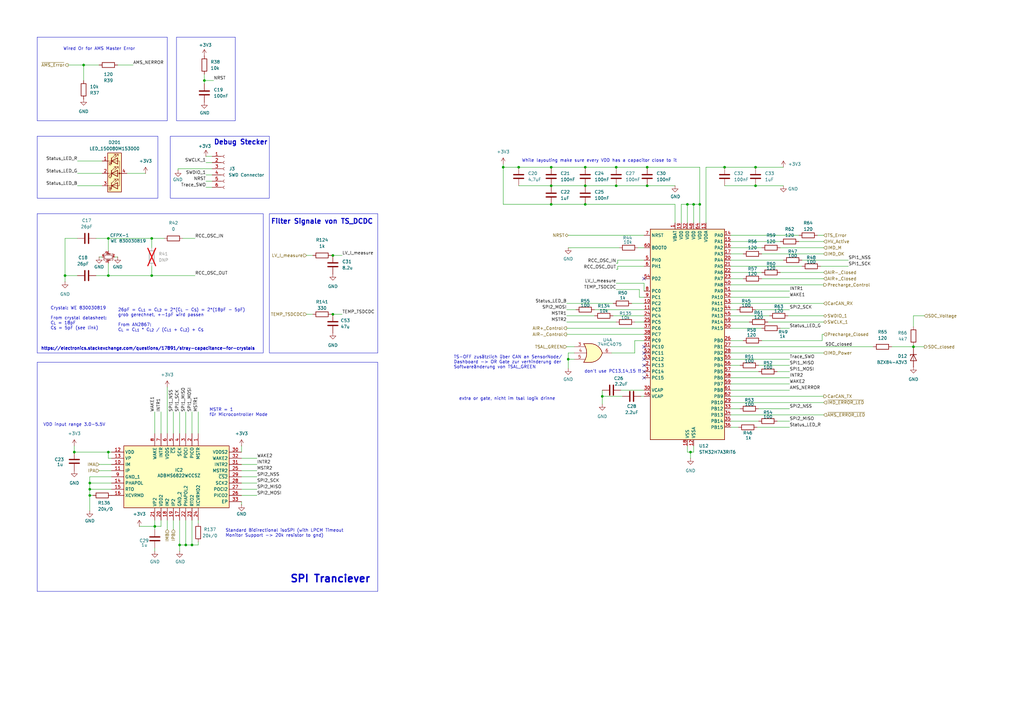
<source format=kicad_sch>
(kicad_sch
	(version 20231120)
	(generator "eeschema")
	(generator_version "8.0")
	(uuid "d4cbd48d-ba2a-4afc-b22e-0d9a16f2e6f3")
	(paper "A3")
	(lib_symbols
		(symbol "74HC4075:74HC4075"
			(pin_names
				(offset 1.016)
			)
			(exclude_from_sim no)
			(in_bom yes)
			(on_board yes)
			(property "Reference" "U"
				(at 0 1.27 0)
				(effects
					(font
						(size 1.27 1.27)
					)
				)
			)
			(property "Value" "74HC4075"
				(at 0 -1.27 0)
				(effects
					(font
						(size 1.27 1.27)
					)
				)
			)
			(property "Footprint" "Package_SO:TSSOP-14_4.4x5mm_P0.65mm"
				(at 2.54 -27.94 0)
				(effects
					(font
						(size 1.27 1.27)
					)
					(hide yes)
				)
			)
			(property "Datasheet" "https://www.ti.com/lit/ds/symlink/cd54hc4075.pdf?ts=1705677999042&ref_url=https%253A%252F%252Fwww.google.com%252F"
				(at 2.54 -25.4 0)
				(effects
					(font
						(size 1.27 1.27)
					)
					(hide yes)
				)
			)
			(property "Description" "Triple 3-input OR"
				(at 0 0 0)
				(effects
					(font
						(size 1.27 1.27)
					)
					(hide yes)
				)
			)
			(property "ki_locked" ""
				(at 0 0 0)
				(effects
					(font
						(size 1.27 1.27)
					)
				)
			)
			(property "ki_keywords" "TTL Or3"
				(at 0 0 0)
				(effects
					(font
						(size 1.27 1.27)
					)
					(hide yes)
				)
			)
			(property "ki_fp_filters" "DIP*W7.62mm*"
				(at 0 0 0)
				(effects
					(font
						(size 1.27 1.27)
					)
					(hide yes)
				)
			)
			(symbol "74HC4075_1_1"
				(arc
					(start -3.81 -3.81)
					(mid -2.589 0)
					(end -3.81 3.81)
					(stroke
						(width 0.254)
						(type default)
					)
					(fill
						(type none)
					)
				)
				(arc
					(start -0.6096 -3.81)
					(mid 2.1842 -2.5851)
					(end 3.81 0)
					(stroke
						(width 0.254)
						(type default)
					)
					(fill
						(type background)
					)
				)
				(polyline
					(pts
						(xy -3.81 -3.81) (xy -0.635 -3.81)
					)
					(stroke
						(width 0.254)
						(type default)
					)
					(fill
						(type background)
					)
				)
				(polyline
					(pts
						(xy -3.81 3.81) (xy -0.635 3.81)
					)
					(stroke
						(width 0.254)
						(type default)
					)
					(fill
						(type background)
					)
				)
				(polyline
					(pts
						(xy -0.635 3.81) (xy -3.81 3.81) (xy -3.81 3.81) (xy -3.556 3.4036) (xy -3.0226 2.2606) (xy -2.6924 1.0414)
						(xy -2.6162 -0.254) (xy -2.7686 -1.4986) (xy -3.175 -2.7178) (xy -3.81 -3.81) (xy -3.81 -3.81)
						(xy -0.635 -3.81)
					)
					(stroke
						(width -25.4)
						(type default)
					)
					(fill
						(type background)
					)
				)
				(arc
					(start 3.81 0)
					(mid 2.1915 2.5936)
					(end -0.6096 3.81)
					(stroke
						(width 0.254)
						(type default)
					)
					(fill
						(type background)
					)
				)
				(pin input line
					(at -7.62 2.54 0)
					(length 4.318)
					(name "~"
						(effects
							(font
								(size 1.27 1.27)
							)
						)
					)
					(number "3"
						(effects
							(font
								(size 1.27 1.27)
							)
						)
					)
				)
				(pin input line
					(at -7.62 0 0)
					(length 4.953)
					(name "~"
						(effects
							(font
								(size 1.27 1.27)
							)
						)
					)
					(number "4"
						(effects
							(font
								(size 1.27 1.27)
							)
						)
					)
				)
				(pin input line
					(at -7.62 -2.54 0)
					(length 4.318)
					(name "~"
						(effects
							(font
								(size 1.27 1.27)
							)
						)
					)
					(number "5"
						(effects
							(font
								(size 1.27 1.27)
							)
						)
					)
				)
				(pin output line
					(at 7.62 0 180)
					(length 3.81)
					(name "~"
						(effects
							(font
								(size 1.27 1.27)
							)
						)
					)
					(number "6"
						(effects
							(font
								(size 1.27 1.27)
							)
						)
					)
				)
			)
			(symbol "74HC4075_1_2"
				(arc
					(start 0 -3.81)
					(mid 3.7934 0)
					(end 0 3.81)
					(stroke
						(width 0.254)
						(type default)
					)
					(fill
						(type background)
					)
				)
				(polyline
					(pts
						(xy 0 3.81) (xy -3.81 3.81) (xy -3.81 -3.81) (xy 0 -3.81)
					)
					(stroke
						(width 0.254)
						(type default)
					)
					(fill
						(type background)
					)
				)
				(pin input inverted
					(at -7.62 2.54 0)
					(length 3.81)
					(name "~"
						(effects
							(font
								(size 1.27 1.27)
							)
						)
					)
					(number "1"
						(effects
							(font
								(size 1.27 1.27)
							)
						)
					)
				)
				(pin output line
					(at 7.62 0 180)
					(length 3.81)
					(name "~"
						(effects
							(font
								(size 1.27 1.27)
							)
						)
					)
					(number "12"
						(effects
							(font
								(size 1.27 1.27)
							)
						)
					)
				)
				(pin input inverted
					(at -7.62 -2.54 0)
					(length 3.81)
					(name "~"
						(effects
							(font
								(size 1.27 1.27)
							)
						)
					)
					(number "13"
						(effects
							(font
								(size 1.27 1.27)
							)
						)
					)
				)
				(pin input inverted
					(at -7.62 0 0)
					(length 3.81)
					(name "~"
						(effects
							(font
								(size 1.27 1.27)
							)
						)
					)
					(number "2"
						(effects
							(font
								(size 1.27 1.27)
							)
						)
					)
				)
			)
			(symbol "74HC4075_2_1"
				(arc
					(start -3.81 -3.81)
					(mid -2.589 0)
					(end -3.81 3.81)
					(stroke
						(width 0.254)
						(type default)
					)
					(fill
						(type none)
					)
				)
				(arc
					(start -0.6096 -3.81)
					(mid 2.1842 -2.5851)
					(end 3.81 0)
					(stroke
						(width 0.254)
						(type default)
					)
					(fill
						(type background)
					)
				)
				(polyline
					(pts
						(xy -3.81 -3.81) (xy -0.635 -3.81)
					)
					(stroke
						(width 0.254)
						(type default)
					)
					(fill
						(type background)
					)
				)
				(polyline
					(pts
						(xy -3.81 3.81) (xy -0.635 3.81)
					)
					(stroke
						(width 0.254)
						(type default)
					)
					(fill
						(type background)
					)
				)
				(polyline
					(pts
						(xy -0.635 3.81) (xy -3.81 3.81) (xy -3.81 3.81) (xy -3.556 3.4036) (xy -3.0226 2.2606) (xy -2.6924 1.0414)
						(xy -2.6162 -0.254) (xy -2.7686 -1.4986) (xy -3.175 -2.7178) (xy -3.81 -3.81) (xy -3.81 -3.81)
						(xy -0.635 -3.81)
					)
					(stroke
						(width -25.4)
						(type default)
					)
					(fill
						(type background)
					)
				)
				(arc
					(start 3.81 0)
					(mid 2.1915 2.5936)
					(end -0.6096 3.81)
					(stroke
						(width 0.254)
						(type default)
					)
					(fill
						(type background)
					)
				)
				(pin input line
					(at -7.62 2.54 0)
					(length 4.318)
					(name "~"
						(effects
							(font
								(size 1.27 1.27)
							)
						)
					)
					(number "1"
						(effects
							(font
								(size 1.27 1.27)
							)
						)
					)
				)
				(pin input line
					(at -7.62 0 0)
					(length 4.953)
					(name "~"
						(effects
							(font
								(size 1.27 1.27)
							)
						)
					)
					(number "2"
						(effects
							(font
								(size 1.27 1.27)
							)
						)
					)
				)
				(pin input line
					(at -7.62 -2.54 0)
					(length 4.318)
					(name ""
						(effects
							(font
								(size 1.27 1.27)
							)
						)
					)
					(number "8"
						(effects
							(font
								(size 1.27 1.27)
							)
						)
					)
				)
				(pin output line
					(at 7.62 0 180)
					(length 3.81)
					(name "~"
						(effects
							(font
								(size 1.27 1.27)
							)
						)
					)
					(number "9"
						(effects
							(font
								(size 1.27 1.27)
							)
						)
					)
				)
			)
			(symbol "74HC4075_2_2"
				(arc
					(start 0 -3.81)
					(mid 3.7934 0)
					(end 0 3.81)
					(stroke
						(width 0.254)
						(type default)
					)
					(fill
						(type background)
					)
				)
				(polyline
					(pts
						(xy 0 3.81) (xy -3.81 3.81) (xy -3.81 -3.81) (xy 0 -3.81)
					)
					(stroke
						(width 0.254)
						(type default)
					)
					(fill
						(type background)
					)
				)
				(pin input inverted
					(at -7.62 2.54 0)
					(length 3.81)
					(name "~"
						(effects
							(font
								(size 1.27 1.27)
							)
						)
					)
					(number "3"
						(effects
							(font
								(size 1.27 1.27)
							)
						)
					)
				)
				(pin input inverted
					(at -7.62 0 0)
					(length 3.81)
					(name "~"
						(effects
							(font
								(size 1.27 1.27)
							)
						)
					)
					(number "4"
						(effects
							(font
								(size 1.27 1.27)
							)
						)
					)
				)
				(pin input inverted
					(at -7.62 -2.54 0)
					(length 3.81)
					(name "~"
						(effects
							(font
								(size 1.27 1.27)
							)
						)
					)
					(number "5"
						(effects
							(font
								(size 1.27 1.27)
							)
						)
					)
				)
				(pin output line
					(at 7.62 0 180)
					(length 3.81)
					(name "~"
						(effects
							(font
								(size 1.27 1.27)
							)
						)
					)
					(number "6"
						(effects
							(font
								(size 1.27 1.27)
							)
						)
					)
				)
			)
			(symbol "74HC4075_3_1"
				(arc
					(start -3.81 -3.81)
					(mid -2.589 0)
					(end -3.81 3.81)
					(stroke
						(width 0.254)
						(type default)
					)
					(fill
						(type none)
					)
				)
				(arc
					(start -0.6096 -3.81)
					(mid 2.1842 -2.5851)
					(end 3.81 0)
					(stroke
						(width 0.254)
						(type default)
					)
					(fill
						(type background)
					)
				)
				(polyline
					(pts
						(xy -3.81 -3.81) (xy -0.635 -3.81)
					)
					(stroke
						(width 0.254)
						(type default)
					)
					(fill
						(type background)
					)
				)
				(polyline
					(pts
						(xy -3.81 3.81) (xy -0.635 3.81)
					)
					(stroke
						(width 0.254)
						(type default)
					)
					(fill
						(type background)
					)
				)
				(polyline
					(pts
						(xy -0.635 3.81) (xy -3.81 3.81) (xy -3.81 3.81) (xy -3.556 3.4036) (xy -3.0226 2.2606) (xy -2.6924 1.0414)
						(xy -2.6162 -0.254) (xy -2.7686 -1.4986) (xy -3.175 -2.7178) (xy -3.81 -3.81) (xy -3.81 -3.81)
						(xy -0.635 -3.81)
					)
					(stroke
						(width -25.4)
						(type default)
					)
					(fill
						(type background)
					)
				)
				(arc
					(start 3.81 0)
					(mid 2.1915 2.5936)
					(end -0.6096 3.81)
					(stroke
						(width 0.254)
						(type default)
					)
					(fill
						(type background)
					)
				)
				(pin output line
					(at 7.62 0 180)
					(length 3.81)
					(name "~"
						(effects
							(font
								(size 1.27 1.27)
							)
						)
					)
					(number "10"
						(effects
							(font
								(size 1.27 1.27)
							)
						)
					)
				)
				(pin input line
					(at -7.62 2.54 0)
					(length 4.318)
					(name "~"
						(effects
							(font
								(size 1.27 1.27)
							)
						)
					)
					(number "11"
						(effects
							(font
								(size 1.27 1.27)
							)
						)
					)
				)
				(pin input line
					(at -7.62 0 0)
					(length 4.953)
					(name "~"
						(effects
							(font
								(size 1.27 1.27)
							)
						)
					)
					(number "12"
						(effects
							(font
								(size 1.27 1.27)
							)
						)
					)
				)
				(pin input line
					(at -7.62 -2.54 0)
					(length 4.318)
					(name "~"
						(effects
							(font
								(size 1.27 1.27)
							)
						)
					)
					(number "13"
						(effects
							(font
								(size 1.27 1.27)
							)
						)
					)
				)
			)
			(symbol "74HC4075_3_2"
				(arc
					(start 0 -3.81)
					(mid 3.7934 0)
					(end 0 3.81)
					(stroke
						(width 0.254)
						(type default)
					)
					(fill
						(type background)
					)
				)
				(polyline
					(pts
						(xy 0 3.81) (xy -3.81 3.81) (xy -3.81 -3.81) (xy 0 -3.81)
					)
					(stroke
						(width 0.254)
						(type default)
					)
					(fill
						(type background)
					)
				)
				(pin input inverted
					(at -7.62 0 0)
					(length 3.81)
					(name "~"
						(effects
							(font
								(size 1.27 1.27)
							)
						)
					)
					(number "10"
						(effects
							(font
								(size 1.27 1.27)
							)
						)
					)
				)
				(pin input inverted
					(at -7.62 -2.54 0)
					(length 3.81)
					(name "~"
						(effects
							(font
								(size 1.27 1.27)
							)
						)
					)
					(number "11"
						(effects
							(font
								(size 1.27 1.27)
							)
						)
					)
				)
				(pin output line
					(at 7.62 0 180)
					(length 3.81)
					(name "~"
						(effects
							(font
								(size 1.27 1.27)
							)
						)
					)
					(number "8"
						(effects
							(font
								(size 1.27 1.27)
							)
						)
					)
				)
				(pin input inverted
					(at -7.62 2.54 0)
					(length 3.81)
					(name "~"
						(effects
							(font
								(size 1.27 1.27)
							)
						)
					)
					(number "9"
						(effects
							(font
								(size 1.27 1.27)
							)
						)
					)
				)
			)
			(symbol "74HC4075_4_0"
				(pin power_in line
					(at 0 12.7 270)
					(length 5.08)
					(name "VCC"
						(effects
							(font
								(size 1.27 1.27)
							)
						)
					)
					(number "14"
						(effects
							(font
								(size 1.27 1.27)
							)
						)
					)
				)
				(pin power_in line
					(at 0 -12.7 90)
					(length 5.08)
					(name "GND"
						(effects
							(font
								(size 1.27 1.27)
							)
						)
					)
					(number "7"
						(effects
							(font
								(size 1.27 1.27)
							)
						)
					)
				)
			)
			(symbol "74HC4075_4_1"
				(rectangle
					(start -5.08 7.62)
					(end 5.08 -7.62)
					(stroke
						(width 0.254)
						(type default)
					)
					(fill
						(type background)
					)
				)
			)
		)
		(symbol "ADBMS6822WCCSZ_1"
			(exclude_from_sim no)
			(in_bom yes)
			(on_board yes)
			(property "Reference" "IC"
				(at 31.75 17.78 0)
				(effects
					(font
						(size 1.27 1.27)
					)
					(justify left top)
				)
			)
			(property "Value" "ADBMS6822WCCSZ"
				(at 31.75 15.24 0)
				(effects
					(font
						(size 1.27 1.27)
					)
					(justify left top)
				)
			)
			(property "Footprint" "QFN50P500X500X80-33N-D"
				(at 31.75 -84.76 0)
				(effects
					(font
						(size 1.27 1.27)
					)
					(justify left top)
					(hide yes)
				)
			)
			(property "Datasheet" "https://www.analog.com/ADBMS6822/datasheet"
				(at 31.75 -184.76 0)
				(effects
					(font
						(size 1.27 1.27)
					)
					(justify left top)
					(hide yes)
				)
			)
			(property "Description" " Up to 2 Mbps isolated bidirectional serial data communications  Drop in compatible: single (ADBMS6821) and dual (ADBMS6822)  Fully independent dual transceivers (ADBMS6822)  Simple galvanic isolation using capacitors or transformers  Bidirectional interface over a single twisted pair  Supports cable lengths up to 100 meters  Very low EMI susceptibility and emissions  LPCM support for ADBMS battery monitors  Interrupt output for LPCM system wake-up  4 Mbps unidirectional mode  Requires"
				(at 0 0 0)
				(effects
					(font
						(size 1.27 1.27)
					)
					(hide yes)
				)
			)
			(property "Height" "0.8"
				(at 31.75 -384.76 0)
				(effects
					(font
						(size 1.27 1.27)
					)
					(justify left top)
					(hide yes)
				)
			)
			(property "Manufacturer_Name" "Analog Devices"
				(at 31.75 -484.76 0)
				(effects
					(font
						(size 1.27 1.27)
					)
					(justify left top)
					(hide yes)
				)
			)
			(property "Manufacturer_Part_Number" "ADBMS6822WCCSZ"
				(at 31.75 -584.76 0)
				(effects
					(font
						(size 1.27 1.27)
					)
					(justify left top)
					(hide yes)
				)
			)
			(property "Mouser Part Number" "584-ADBMS6822WCCSZ"
				(at 31.75 -684.76 0)
				(effects
					(font
						(size 1.27 1.27)
					)
					(justify left top)
					(hide yes)
				)
			)
			(property "Mouser Price/Stock" "https://www.mouser.co.uk/ProductDetail/Analog-Devices/ADBMS6822WCCSZ?qs=4ASt3YYao0UVik%252BRUNLybw%3D%3D"
				(at 31.75 -784.76 0)
				(effects
					(font
						(size 1.27 1.27)
					)
					(justify left top)
					(hide yes)
				)
			)
			(property "Arrow Part Number" ""
				(at 31.75 -884.76 0)
				(effects
					(font
						(size 1.27 1.27)
					)
					(justify left top)
					(hide yes)
				)
			)
			(property "Arrow Price/Stock" ""
				(at 31.75 -984.76 0)
				(effects
					(font
						(size 1.27 1.27)
					)
					(justify left top)
					(hide yes)
				)
			)
			(symbol "ADBMS6822WCCSZ_1_1_1"
				(rectangle
					(start 5.08 12.7)
					(end 30.48 -30.48)
					(stroke
						(width 0.254)
						(type default)
					)
					(fill
						(type background)
					)
				)
				(pin passive line
					(at 0 0 0)
					(length 5.08)
					(name "MSTR"
						(effects
							(font
								(size 1.27 1.27)
							)
						)
					)
					(number "1"
						(effects
							(font
								(size 1.27 1.27)
							)
						)
					)
				)
				(pin passive line
					(at 12.7 -35.56 90)
					(length 5.08)
					(name "IM"
						(effects
							(font
								(size 1.27 1.27)
							)
						)
					)
					(number "10"
						(effects
							(font
								(size 1.27 1.27)
							)
						)
					)
				)
				(pin passive line
					(at 15.24 -35.56 90)
					(length 5.08)
					(name "IP"
						(effects
							(font
								(size 1.27 1.27)
							)
						)
					)
					(number "11"
						(effects
							(font
								(size 1.27 1.27)
							)
						)
					)
				)
				(pin passive line
					(at 7.62 -35.56 90)
					(length 5.08)
					(name "VDD"
						(effects
							(font
								(size 1.27 1.27)
							)
						)
					)
					(number "12"
						(effects
							(font
								(size 1.27 1.27)
							)
						)
					)
				)
				(pin passive line
					(at 10.16 -35.56 90)
					(length 5.08)
					(name "VP"
						(effects
							(font
								(size 1.27 1.27)
							)
						)
					)
					(number "13"
						(effects
							(font
								(size 1.27 1.27)
							)
						)
					)
				)
				(pin passive line
					(at 20.32 -35.56 90)
					(length 5.08)
					(name "PHAPOL"
						(effects
							(font
								(size 1.27 1.27)
							)
						)
					)
					(number "14"
						(effects
							(font
								(size 1.27 1.27)
							)
						)
					)
				)
				(pin passive line
					(at 22.86 -35.56 90)
					(length 5.08)
					(name "RTO"
						(effects
							(font
								(size 1.27 1.27)
							)
						)
					)
					(number "15"
						(effects
							(font
								(size 1.27 1.27)
							)
						)
					)
				)
				(pin passive line
					(at 25.4 -35.56 90)
					(length 5.08)
					(name "XCVRMD"
						(effects
							(font
								(size 1.27 1.27)
							)
						)
					)
					(number "16"
						(effects
							(font
								(size 1.27 1.27)
							)
						)
					)
				)
				(pin passive line
					(at 35.56 -7.62 180)
					(length 5.08)
					(name "GND_2"
						(effects
							(font
								(size 1.27 1.27)
							)
						)
					)
					(number "17"
						(effects
							(font
								(size 1.27 1.27)
							)
						)
					)
				)
				(pin passive line
					(at 35.56 -12.7 180)
					(length 5.08)
					(name "IM2"
						(effects
							(font
								(size 1.27 1.27)
							)
						)
					)
					(number "18"
						(effects
							(font
								(size 1.27 1.27)
							)
						)
					)
				)
				(pin passive line
					(at 35.56 -10.16 180)
					(length 5.08)
					(name "IP2"
						(effects
							(font
								(size 1.27 1.27)
							)
						)
					)
					(number "19"
						(effects
							(font
								(size 1.27 1.27)
							)
						)
					)
				)
				(pin passive line
					(at 0 -2.54 0)
					(length 5.08)
					(name "PICO"
						(effects
							(font
								(size 1.27 1.27)
							)
						)
					)
					(number "2"
						(effects
							(font
								(size 1.27 1.27)
							)
						)
					)
				)
				(pin passive line
					(at 35.56 -15.24 180)
					(length 5.08)
					(name "VDD2"
						(effects
							(font
								(size 1.27 1.27)
							)
						)
					)
					(number "20"
						(effects
							(font
								(size 1.27 1.27)
							)
						)
					)
				)
				(pin passive line
					(at 35.56 -17.78 180)
					(length 5.08)
					(name "VP2"
						(effects
							(font
								(size 1.27 1.27)
							)
						)
					)
					(number "21"
						(effects
							(font
								(size 1.27 1.27)
							)
						)
					)
				)
				(pin passive line
					(at 35.56 -5.08 180)
					(length 5.08)
					(name "PHAPOL2"
						(effects
							(font
								(size 1.27 1.27)
							)
						)
					)
					(number "22"
						(effects
							(font
								(size 1.27 1.27)
							)
						)
					)
				)
				(pin passive line
					(at 35.56 -2.54 180)
					(length 5.08)
					(name "RTO2"
						(effects
							(font
								(size 1.27 1.27)
							)
						)
					)
					(number "23"
						(effects
							(font
								(size 1.27 1.27)
							)
						)
					)
				)
				(pin passive line
					(at 35.56 0 180)
					(length 5.08)
					(name "XCVRMD2"
						(effects
							(font
								(size 1.27 1.27)
							)
						)
					)
					(number "24"
						(effects
							(font
								(size 1.27 1.27)
							)
						)
					)
				)
				(pin passive line
					(at 15.24 17.78 270)
					(length 5.08)
					(name "MSTR2"
						(effects
							(font
								(size 1.27 1.27)
							)
						)
					)
					(number "25"
						(effects
							(font
								(size 1.27 1.27)
							)
						)
					)
				)
				(pin passive line
					(at 25.4 17.78 270)
					(length 5.08)
					(name "PICO2"
						(effects
							(font
								(size 1.27 1.27)
							)
						)
					)
					(number "26"
						(effects
							(font
								(size 1.27 1.27)
							)
						)
					)
				)
				(pin passive line
					(at 22.86 17.78 270)
					(length 5.08)
					(name "POCI2"
						(effects
							(font
								(size 1.27 1.27)
							)
						)
					)
					(number "27"
						(effects
							(font
								(size 1.27 1.27)
							)
						)
					)
				)
				(pin passive line
					(at 20.32 17.78 270)
					(length 5.08)
					(name "SCK2"
						(effects
							(font
								(size 1.27 1.27)
							)
						)
					)
					(number "28"
						(effects
							(font
								(size 1.27 1.27)
							)
						)
					)
				)
				(pin passive line
					(at 17.78 17.78 270)
					(length 5.08)
					(name "~{CS2}"
						(effects
							(font
								(size 1.27 1.27)
							)
						)
					)
					(number "29"
						(effects
							(font
								(size 1.27 1.27)
							)
						)
					)
				)
				(pin passive line
					(at 0 -5.08 0)
					(length 5.08)
					(name "POCI"
						(effects
							(font
								(size 1.27 1.27)
							)
						)
					)
					(number "3"
						(effects
							(font
								(size 1.27 1.27)
							)
						)
					)
				)
				(pin passive line
					(at 7.62 17.78 270)
					(length 5.08)
					(name "VDDS2"
						(effects
							(font
								(size 1.27 1.27)
							)
						)
					)
					(number "30"
						(effects
							(font
								(size 1.27 1.27)
							)
						)
					)
				)
				(pin passive line
					(at 12.7 17.78 270)
					(length 5.08)
					(name "INTR2"
						(effects
							(font
								(size 1.27 1.27)
							)
						)
					)
					(number "31"
						(effects
							(font
								(size 1.27 1.27)
							)
						)
					)
				)
				(pin passive line
					(at 10.16 17.78 270)
					(length 5.08)
					(name "WAKE2"
						(effects
							(font
								(size 1.27 1.27)
							)
						)
					)
					(number "32"
						(effects
							(font
								(size 1.27 1.27)
							)
						)
					)
				)
				(pin passive line
					(at 27.94 17.78 270)
					(length 5.08)
					(name "EP"
						(effects
							(font
								(size 1.27 1.27)
							)
						)
					)
					(number "33"
						(effects
							(font
								(size 1.27 1.27)
							)
						)
					)
				)
				(pin passive line
					(at 0 -7.62 0)
					(length 5.08)
					(name "SCK"
						(effects
							(font
								(size 1.27 1.27)
							)
						)
					)
					(number "4"
						(effects
							(font
								(size 1.27 1.27)
							)
						)
					)
				)
				(pin passive line
					(at 0 -10.16 0)
					(length 5.08)
					(name "~{CS}"
						(effects
							(font
								(size 1.27 1.27)
							)
						)
					)
					(number "5"
						(effects
							(font
								(size 1.27 1.27)
							)
						)
					)
				)
				(pin passive line
					(at 0 -12.7 0)
					(length 5.08)
					(name "VDDS"
						(effects
							(font
								(size 1.27 1.27)
							)
						)
					)
					(number "6"
						(effects
							(font
								(size 1.27 1.27)
							)
						)
					)
				)
				(pin passive line
					(at 0 -15.24 0)
					(length 5.08)
					(name "INTR"
						(effects
							(font
								(size 1.27 1.27)
							)
						)
					)
					(number "7"
						(effects
							(font
								(size 1.27 1.27)
							)
						)
					)
				)
				(pin passive line
					(at 0 -17.78 0)
					(length 5.08)
					(name "WAKE"
						(effects
							(font
								(size 1.27 1.27)
							)
						)
					)
					(number "8"
						(effects
							(font
								(size 1.27 1.27)
							)
						)
					)
				)
				(pin passive line
					(at 17.78 -35.56 90)
					(length 5.08)
					(name "GND_1"
						(effects
							(font
								(size 1.27 1.27)
							)
						)
					)
					(number "9"
						(effects
							(font
								(size 1.27 1.27)
							)
						)
					)
				)
			)
		)
		(symbol "Connector:Conn_01x06_Female"
			(pin_names
				(offset 1.016) hide)
			(exclude_from_sim no)
			(in_bom yes)
			(on_board yes)
			(property "Reference" "J"
				(at 0 7.62 0)
				(effects
					(font
						(size 1.27 1.27)
					)
				)
			)
			(property "Value" "Conn_01x06_Female"
				(at 0 -10.16 0)
				(effects
					(font
						(size 1.27 1.27)
					)
				)
			)
			(property "Footprint" ""
				(at 0 0 0)
				(effects
					(font
						(size 1.27 1.27)
					)
					(hide yes)
				)
			)
			(property "Datasheet" "~"
				(at 0 0 0)
				(effects
					(font
						(size 1.27 1.27)
					)
					(hide yes)
				)
			)
			(property "Description" "Generic connector, single row, 01x06, script generated (kicad-library-utils/schlib/autogen/connector/)"
				(at 0 0 0)
				(effects
					(font
						(size 1.27 1.27)
					)
					(hide yes)
				)
			)
			(property "ki_keywords" "connector"
				(at 0 0 0)
				(effects
					(font
						(size 1.27 1.27)
					)
					(hide yes)
				)
			)
			(property "ki_fp_filters" "Connector*:*_1x??_*"
				(at 0 0 0)
				(effects
					(font
						(size 1.27 1.27)
					)
					(hide yes)
				)
			)
			(symbol "Conn_01x06_Female_1_1"
				(arc
					(start 0 -7.112)
					(mid -0.5058 -7.62)
					(end 0 -8.128)
					(stroke
						(width 0.1524)
						(type default)
					)
					(fill
						(type none)
					)
				)
				(arc
					(start 0 -4.572)
					(mid -0.5058 -5.08)
					(end 0 -5.588)
					(stroke
						(width 0.1524)
						(type default)
					)
					(fill
						(type none)
					)
				)
				(arc
					(start 0 -2.032)
					(mid -0.5058 -2.54)
					(end 0 -3.048)
					(stroke
						(width 0.1524)
						(type default)
					)
					(fill
						(type none)
					)
				)
				(polyline
					(pts
						(xy -1.27 -7.62) (xy -0.508 -7.62)
					)
					(stroke
						(width 0.1524)
						(type default)
					)
					(fill
						(type none)
					)
				)
				(polyline
					(pts
						(xy -1.27 -5.08) (xy -0.508 -5.08)
					)
					(stroke
						(width 0.1524)
						(type default)
					)
					(fill
						(type none)
					)
				)
				(polyline
					(pts
						(xy -1.27 -2.54) (xy -0.508 -2.54)
					)
					(stroke
						(width 0.1524)
						(type default)
					)
					(fill
						(type none)
					)
				)
				(polyline
					(pts
						(xy -1.27 0) (xy -0.508 0)
					)
					(stroke
						(width 0.1524)
						(type default)
					)
					(fill
						(type none)
					)
				)
				(polyline
					(pts
						(xy -1.27 2.54) (xy -0.508 2.54)
					)
					(stroke
						(width 0.1524)
						(type default)
					)
					(fill
						(type none)
					)
				)
				(polyline
					(pts
						(xy -1.27 5.08) (xy -0.508 5.08)
					)
					(stroke
						(width 0.1524)
						(type default)
					)
					(fill
						(type none)
					)
				)
				(arc
					(start 0 0.508)
					(mid -0.5058 0)
					(end 0 -0.508)
					(stroke
						(width 0.1524)
						(type default)
					)
					(fill
						(type none)
					)
				)
				(arc
					(start 0 3.048)
					(mid -0.5058 2.54)
					(end 0 2.032)
					(stroke
						(width 0.1524)
						(type default)
					)
					(fill
						(type none)
					)
				)
				(arc
					(start 0 5.588)
					(mid -0.5058 5.08)
					(end 0 4.572)
					(stroke
						(width 0.1524)
						(type default)
					)
					(fill
						(type none)
					)
				)
				(pin passive line
					(at -5.08 5.08 0)
					(length 3.81)
					(name "Pin_1"
						(effects
							(font
								(size 1.27 1.27)
							)
						)
					)
					(number "1"
						(effects
							(font
								(size 1.27 1.27)
							)
						)
					)
				)
				(pin passive line
					(at -5.08 2.54 0)
					(length 3.81)
					(name "Pin_2"
						(effects
							(font
								(size 1.27 1.27)
							)
						)
					)
					(number "2"
						(effects
							(font
								(size 1.27 1.27)
							)
						)
					)
				)
				(pin passive line
					(at -5.08 0 0)
					(length 3.81)
					(name "Pin_3"
						(effects
							(font
								(size 1.27 1.27)
							)
						)
					)
					(number "3"
						(effects
							(font
								(size 1.27 1.27)
							)
						)
					)
				)
				(pin passive line
					(at -5.08 -2.54 0)
					(length 3.81)
					(name "Pin_4"
						(effects
							(font
								(size 1.27 1.27)
							)
						)
					)
					(number "4"
						(effects
							(font
								(size 1.27 1.27)
							)
						)
					)
				)
				(pin passive line
					(at -5.08 -5.08 0)
					(length 3.81)
					(name "Pin_5"
						(effects
							(font
								(size 1.27 1.27)
							)
						)
					)
					(number "5"
						(effects
							(font
								(size 1.27 1.27)
							)
						)
					)
				)
				(pin passive line
					(at -5.08 -7.62 0)
					(length 3.81)
					(name "Pin_6"
						(effects
							(font
								(size 1.27 1.27)
							)
						)
					)
					(number "6"
						(effects
							(font
								(size 1.27 1.27)
							)
						)
					)
				)
			)
		)
		(symbol "Device:C"
			(pin_numbers hide)
			(pin_names
				(offset 0.254)
			)
			(exclude_from_sim no)
			(in_bom yes)
			(on_board yes)
			(property "Reference" "C"
				(at 0.635 2.54 0)
				(effects
					(font
						(size 1.27 1.27)
					)
					(justify left)
				)
			)
			(property "Value" "C"
				(at 0.635 -2.54 0)
				(effects
					(font
						(size 1.27 1.27)
					)
					(justify left)
				)
			)
			(property "Footprint" ""
				(at 0.9652 -3.81 0)
				(effects
					(font
						(size 1.27 1.27)
					)
					(hide yes)
				)
			)
			(property "Datasheet" "~"
				(at 0 0 0)
				(effects
					(font
						(size 1.27 1.27)
					)
					(hide yes)
				)
			)
			(property "Description" "Unpolarized capacitor"
				(at 0 0 0)
				(effects
					(font
						(size 1.27 1.27)
					)
					(hide yes)
				)
			)
			(property "ki_keywords" "cap capacitor"
				(at 0 0 0)
				(effects
					(font
						(size 1.27 1.27)
					)
					(hide yes)
				)
			)
			(property "ki_fp_filters" "C_*"
				(at 0 0 0)
				(effects
					(font
						(size 1.27 1.27)
					)
					(hide yes)
				)
			)
			(symbol "C_0_1"
				(polyline
					(pts
						(xy -2.032 -0.762) (xy 2.032 -0.762)
					)
					(stroke
						(width 0.508)
						(type default)
					)
					(fill
						(type none)
					)
				)
				(polyline
					(pts
						(xy -2.032 0.762) (xy 2.032 0.762)
					)
					(stroke
						(width 0.508)
						(type default)
					)
					(fill
						(type none)
					)
				)
			)
			(symbol "C_1_1"
				(pin passive line
					(at 0 3.81 270)
					(length 2.794)
					(name "~"
						(effects
							(font
								(size 1.27 1.27)
							)
						)
					)
					(number "1"
						(effects
							(font
								(size 1.27 1.27)
							)
						)
					)
				)
				(pin passive line
					(at 0 -3.81 90)
					(length 2.794)
					(name "~"
						(effects
							(font
								(size 1.27 1.27)
							)
						)
					)
					(number "2"
						(effects
							(font
								(size 1.27 1.27)
							)
						)
					)
				)
			)
		)
		(symbol "Device:Crystal_GND24_Small"
			(pin_names
				(offset 1.016) hide)
			(exclude_from_sim no)
			(in_bom yes)
			(on_board yes)
			(property "Reference" "Y"
				(at 1.27 4.445 0)
				(effects
					(font
						(size 1.27 1.27)
					)
					(justify left)
				)
			)
			(property "Value" "Crystal_GND24_Small"
				(at 1.27 2.54 0)
				(effects
					(font
						(size 1.27 1.27)
					)
					(justify left)
				)
			)
			(property "Footprint" ""
				(at 0 0 0)
				(effects
					(font
						(size 1.27 1.27)
					)
					(hide yes)
				)
			)
			(property "Datasheet" "~"
				(at 0 0 0)
				(effects
					(font
						(size 1.27 1.27)
					)
					(hide yes)
				)
			)
			(property "Description" "Four pin crystal, GND on pins 2 and 4, small symbol"
				(at 0 0 0)
				(effects
					(font
						(size 1.27 1.27)
					)
					(hide yes)
				)
			)
			(property "ki_keywords" "quartz ceramic resonator oscillator"
				(at 0 0 0)
				(effects
					(font
						(size 1.27 1.27)
					)
					(hide yes)
				)
			)
			(property "ki_fp_filters" "Crystal*"
				(at 0 0 0)
				(effects
					(font
						(size 1.27 1.27)
					)
					(hide yes)
				)
			)
			(symbol "Crystal_GND24_Small_0_1"
				(rectangle
					(start -0.762 -1.524)
					(end 0.762 1.524)
					(stroke
						(width 0)
						(type default)
					)
					(fill
						(type none)
					)
				)
				(polyline
					(pts
						(xy -1.27 -0.762) (xy -1.27 0.762)
					)
					(stroke
						(width 0.381)
						(type default)
					)
					(fill
						(type none)
					)
				)
				(polyline
					(pts
						(xy 1.27 -0.762) (xy 1.27 0.762)
					)
					(stroke
						(width 0.381)
						(type default)
					)
					(fill
						(type none)
					)
				)
				(polyline
					(pts
						(xy -1.27 -1.27) (xy -1.27 -1.905) (xy 1.27 -1.905) (xy 1.27 -1.27)
					)
					(stroke
						(width 0)
						(type default)
					)
					(fill
						(type none)
					)
				)
				(polyline
					(pts
						(xy -1.27 1.27) (xy -1.27 1.905) (xy 1.27 1.905) (xy 1.27 1.27)
					)
					(stroke
						(width 0)
						(type default)
					)
					(fill
						(type none)
					)
				)
			)
			(symbol "Crystal_GND24_Small_1_1"
				(pin passive line
					(at -2.54 0 0)
					(length 1.27)
					(name "1"
						(effects
							(font
								(size 1.27 1.27)
							)
						)
					)
					(number "1"
						(effects
							(font
								(size 0.762 0.762)
							)
						)
					)
				)
				(pin passive line
					(at 0 -2.54 90)
					(length 0.635)
					(name "2"
						(effects
							(font
								(size 1.27 1.27)
							)
						)
					)
					(number "2"
						(effects
							(font
								(size 0.762 0.762)
							)
						)
					)
				)
				(pin passive line
					(at 2.54 0 180)
					(length 1.27)
					(name "3"
						(effects
							(font
								(size 1.27 1.27)
							)
						)
					)
					(number "3"
						(effects
							(font
								(size 0.762 0.762)
							)
						)
					)
				)
				(pin passive line
					(at 0 2.54 270)
					(length 0.635)
					(name "4"
						(effects
							(font
								(size 1.27 1.27)
							)
						)
					)
					(number "4"
						(effects
							(font
								(size 0.762 0.762)
							)
						)
					)
				)
			)
		)
		(symbol "Device:LED_RGBA"
			(pin_names
				(offset 0) hide)
			(exclude_from_sim no)
			(in_bom yes)
			(on_board yes)
			(property "Reference" "D"
				(at 0 9.398 0)
				(effects
					(font
						(size 1.27 1.27)
					)
				)
			)
			(property "Value" "LED_RGBA"
				(at 0 -8.89 0)
				(effects
					(font
						(size 1.27 1.27)
					)
				)
			)
			(property "Footprint" ""
				(at 0 -1.27 0)
				(effects
					(font
						(size 1.27 1.27)
					)
					(hide yes)
				)
			)
			(property "Datasheet" "~"
				(at 0 -1.27 0)
				(effects
					(font
						(size 1.27 1.27)
					)
					(hide yes)
				)
			)
			(property "Description" "RGB LED, red/green/blue/anode"
				(at 0 0 0)
				(effects
					(font
						(size 1.27 1.27)
					)
					(hide yes)
				)
			)
			(property "ki_keywords" "LED RGB diode"
				(at 0 0 0)
				(effects
					(font
						(size 1.27 1.27)
					)
					(hide yes)
				)
			)
			(property "ki_fp_filters" "LED* LED_SMD:* LED_THT:*"
				(at 0 0 0)
				(effects
					(font
						(size 1.27 1.27)
					)
					(hide yes)
				)
			)
			(symbol "LED_RGBA_0_0"
				(text "B"
					(at -1.905 -6.35 0)
					(effects
						(font
							(size 1.27 1.27)
						)
					)
				)
				(text "G"
					(at -1.905 -1.27 0)
					(effects
						(font
							(size 1.27 1.27)
						)
					)
				)
				(text "R"
					(at -1.905 3.81 0)
					(effects
						(font
							(size 1.27 1.27)
						)
					)
				)
			)
			(symbol "LED_RGBA_0_1"
				(polyline
					(pts
						(xy -1.27 -5.08) (xy -2.54 -5.08)
					)
					(stroke
						(width 0)
						(type default)
					)
					(fill
						(type none)
					)
				)
				(polyline
					(pts
						(xy -1.27 -5.08) (xy 1.27 -5.08)
					)
					(stroke
						(width 0)
						(type default)
					)
					(fill
						(type none)
					)
				)
				(polyline
					(pts
						(xy -1.27 -3.81) (xy -1.27 -6.35)
					)
					(stroke
						(width 0.254)
						(type default)
					)
					(fill
						(type none)
					)
				)
				(polyline
					(pts
						(xy -1.27 0) (xy -2.54 0)
					)
					(stroke
						(width 0)
						(type default)
					)
					(fill
						(type none)
					)
				)
				(polyline
					(pts
						(xy -1.27 1.27) (xy -1.27 -1.27)
					)
					(stroke
						(width 0.254)
						(type default)
					)
					(fill
						(type none)
					)
				)
				(polyline
					(pts
						(xy -1.27 5.08) (xy -2.54 5.08)
					)
					(stroke
						(width 0)
						(type default)
					)
					(fill
						(type none)
					)
				)
				(polyline
					(pts
						(xy -1.27 5.08) (xy 1.27 5.08)
					)
					(stroke
						(width 0)
						(type default)
					)
					(fill
						(type none)
					)
				)
				(polyline
					(pts
						(xy -1.27 6.35) (xy -1.27 3.81)
					)
					(stroke
						(width 0.254)
						(type default)
					)
					(fill
						(type none)
					)
				)
				(polyline
					(pts
						(xy 1.27 0) (xy -1.27 0)
					)
					(stroke
						(width 0)
						(type default)
					)
					(fill
						(type none)
					)
				)
				(polyline
					(pts
						(xy 1.27 0) (xy 2.54 0)
					)
					(stroke
						(width 0)
						(type default)
					)
					(fill
						(type none)
					)
				)
				(polyline
					(pts
						(xy -1.27 1.27) (xy -1.27 -1.27) (xy -1.27 -1.27)
					)
					(stroke
						(width 0)
						(type default)
					)
					(fill
						(type none)
					)
				)
				(polyline
					(pts
						(xy -1.27 6.35) (xy -1.27 3.81) (xy -1.27 3.81)
					)
					(stroke
						(width 0)
						(type default)
					)
					(fill
						(type none)
					)
				)
				(polyline
					(pts
						(xy 1.27 -5.08) (xy 2.032 -5.08) (xy 2.032 5.08) (xy 1.27 5.08)
					)
					(stroke
						(width 0)
						(type default)
					)
					(fill
						(type none)
					)
				)
				(polyline
					(pts
						(xy 1.27 -3.81) (xy 1.27 -6.35) (xy -1.27 -5.08) (xy 1.27 -3.81)
					)
					(stroke
						(width 0.254)
						(type default)
					)
					(fill
						(type none)
					)
				)
				(polyline
					(pts
						(xy 1.27 1.27) (xy 1.27 -1.27) (xy -1.27 0) (xy 1.27 1.27)
					)
					(stroke
						(width 0.254)
						(type default)
					)
					(fill
						(type none)
					)
				)
				(polyline
					(pts
						(xy 1.27 6.35) (xy 1.27 3.81) (xy -1.27 5.08) (xy 1.27 6.35)
					)
					(stroke
						(width 0.254)
						(type default)
					)
					(fill
						(type none)
					)
				)
				(polyline
					(pts
						(xy -1.016 -3.81) (xy 0.508 -2.286) (xy -0.254 -2.286) (xy 0.508 -2.286) (xy 0.508 -3.048)
					)
					(stroke
						(width 0)
						(type default)
					)
					(fill
						(type none)
					)
				)
				(polyline
					(pts
						(xy -1.016 1.27) (xy 0.508 2.794) (xy -0.254 2.794) (xy 0.508 2.794) (xy 0.508 2.032)
					)
					(stroke
						(width 0)
						(type default)
					)
					(fill
						(type none)
					)
				)
				(polyline
					(pts
						(xy -1.016 6.35) (xy 0.508 7.874) (xy -0.254 7.874) (xy 0.508 7.874) (xy 0.508 7.112)
					)
					(stroke
						(width 0)
						(type default)
					)
					(fill
						(type none)
					)
				)
				(polyline
					(pts
						(xy 0 -3.81) (xy 1.524 -2.286) (xy 0.762 -2.286) (xy 1.524 -2.286) (xy 1.524 -3.048)
					)
					(stroke
						(width 0)
						(type default)
					)
					(fill
						(type none)
					)
				)
				(polyline
					(pts
						(xy 0 1.27) (xy 1.524 2.794) (xy 0.762 2.794) (xy 1.524 2.794) (xy 1.524 2.032)
					)
					(stroke
						(width 0)
						(type default)
					)
					(fill
						(type none)
					)
				)
				(polyline
					(pts
						(xy 0 6.35) (xy 1.524 7.874) (xy 0.762 7.874) (xy 1.524 7.874) (xy 1.524 7.112)
					)
					(stroke
						(width 0)
						(type default)
					)
					(fill
						(type none)
					)
				)
				(rectangle
					(start 1.27 -1.27)
					(end 1.27 1.27)
					(stroke
						(width 0)
						(type default)
					)
					(fill
						(type none)
					)
				)
				(rectangle
					(start 1.27 1.27)
					(end 1.27 1.27)
					(stroke
						(width 0)
						(type default)
					)
					(fill
						(type none)
					)
				)
				(rectangle
					(start 1.27 3.81)
					(end 1.27 6.35)
					(stroke
						(width 0)
						(type default)
					)
					(fill
						(type none)
					)
				)
				(rectangle
					(start 1.27 6.35)
					(end 1.27 6.35)
					(stroke
						(width 0)
						(type default)
					)
					(fill
						(type none)
					)
				)
				(circle
					(center 2.032 0)
					(radius 0.254)
					(stroke
						(width 0)
						(type default)
					)
					(fill
						(type outline)
					)
				)
				(rectangle
					(start 2.794 8.382)
					(end -2.794 -7.62)
					(stroke
						(width 0.254)
						(type default)
					)
					(fill
						(type background)
					)
				)
			)
			(symbol "LED_RGBA_1_1"
				(pin passive line
					(at -5.08 5.08 0)
					(length 2.54)
					(name "RK"
						(effects
							(font
								(size 1.27 1.27)
							)
						)
					)
					(number "1"
						(effects
							(font
								(size 1.27 1.27)
							)
						)
					)
				)
				(pin passive line
					(at -5.08 0 0)
					(length 2.54)
					(name "GK"
						(effects
							(font
								(size 1.27 1.27)
							)
						)
					)
					(number "2"
						(effects
							(font
								(size 1.27 1.27)
							)
						)
					)
				)
				(pin passive line
					(at -5.08 -5.08 0)
					(length 2.54)
					(name "BK"
						(effects
							(font
								(size 1.27 1.27)
							)
						)
					)
					(number "3"
						(effects
							(font
								(size 1.27 1.27)
							)
						)
					)
				)
				(pin passive line
					(at 5.08 0 180)
					(length 2.54)
					(name "A"
						(effects
							(font
								(size 1.27 1.27)
							)
						)
					)
					(number "4"
						(effects
							(font
								(size 1.27 1.27)
							)
						)
					)
				)
			)
		)
		(symbol "Device:R"
			(pin_numbers hide)
			(pin_names
				(offset 0)
			)
			(exclude_from_sim no)
			(in_bom yes)
			(on_board yes)
			(property "Reference" "R"
				(at 2.032 0 90)
				(effects
					(font
						(size 1.27 1.27)
					)
				)
			)
			(property "Value" "R"
				(at 0 0 90)
				(effects
					(font
						(size 1.27 1.27)
					)
				)
			)
			(property "Footprint" ""
				(at -1.778 0 90)
				(effects
					(font
						(size 1.27 1.27)
					)
					(hide yes)
				)
			)
			(property "Datasheet" "~"
				(at 0 0 0)
				(effects
					(font
						(size 1.27 1.27)
					)
					(hide yes)
				)
			)
			(property "Description" "Resistor"
				(at 0 0 0)
				(effects
					(font
						(size 1.27 1.27)
					)
					(hide yes)
				)
			)
			(property "ki_keywords" "R res resistor"
				(at 0 0 0)
				(effects
					(font
						(size 1.27 1.27)
					)
					(hide yes)
				)
			)
			(property "ki_fp_filters" "R_*"
				(at 0 0 0)
				(effects
					(font
						(size 1.27 1.27)
					)
					(hide yes)
				)
			)
			(symbol "R_0_1"
				(rectangle
					(start -1.016 -2.54)
					(end 1.016 2.54)
					(stroke
						(width 0.254)
						(type default)
					)
					(fill
						(type none)
					)
				)
			)
			(symbol "R_1_1"
				(pin passive line
					(at 0 3.81 270)
					(length 1.27)
					(name "~"
						(effects
							(font
								(size 1.27 1.27)
							)
						)
					)
					(number "1"
						(effects
							(font
								(size 1.27 1.27)
							)
						)
					)
				)
				(pin passive line
					(at 0 -3.81 90)
					(length 1.27)
					(name "~"
						(effects
							(font
								(size 1.27 1.27)
							)
						)
					)
					(number "2"
						(effects
							(font
								(size 1.27 1.27)
							)
						)
					)
				)
			)
		)
		(symbol "MCU_ST_STM32H7:STM32H7A3R_G-I_Tx"
			(exclude_from_sim no)
			(in_bom yes)
			(on_board yes)
			(property "Reference" "U"
				(at -15.24 44.45 0)
				(effects
					(font
						(size 1.27 1.27)
					)
					(justify left)
				)
			)
			(property "Value" "STM32H7A3R_G-I_Tx"
				(at 10.16 44.45 0)
				(effects
					(font
						(size 1.27 1.27)
					)
					(justify left)
				)
			)
			(property "Footprint" "Package_QFP:LQFP-64_10x10mm_P0.5mm"
				(at -15.24 -43.18 0)
				(effects
					(font
						(size 1.27 1.27)
					)
					(justify right)
					(hide yes)
				)
			)
			(property "Datasheet" "https://www.st.com/resource/en/datasheet/stm32h7a3rg.pdf"
				(at 0 0 0)
				(effects
					(font
						(size 1.27 1.27)
					)
					(hide yes)
				)
			)
			(property "Description" "STMicroelectronics Arm Cortex-M7 MCU, 1024-2048KB flash, 1184KB RAM, 280 MHz, 1.62-3.6V, 49 GPIO, LQFP64"
				(at 0 0 0)
				(effects
					(font
						(size 1.27 1.27)
					)
					(hide yes)
				)
			)
			(property "ki_locked" ""
				(at 0 0 0)
				(effects
					(font
						(size 1.27 1.27)
					)
				)
			)
			(property "ki_keywords" "Arm Cortex-M7 STM32H7 STM32H7A3/7B3"
				(at 0 0 0)
				(effects
					(font
						(size 1.27 1.27)
					)
					(hide yes)
				)
			)
			(property "ki_fp_filters" "LQFP*10x10mm*P0.5mm*"
				(at 0 0 0)
				(effects
					(font
						(size 1.27 1.27)
					)
					(hide yes)
				)
			)
			(symbol "STM32H7A3R_G-I_Tx_0_1"
				(rectangle
					(start -15.24 -43.18)
					(end 15.24 43.18)
					(stroke
						(width 0.254)
						(type default)
					)
					(fill
						(type background)
					)
				)
			)
			(symbol "STM32H7A3R_G-I_Tx_1_1"
				(pin power_in line
					(at -5.08 45.72 270)
					(length 2.54)
					(name "VBAT"
						(effects
							(font
								(size 1.27 1.27)
							)
						)
					)
					(number "1"
						(effects
							(font
								(size 1.27 1.27)
							)
						)
					)
				)
				(pin bidirectional line
					(at -17.78 12.7 0)
					(length 2.54)
					(name "PC2"
						(effects
							(font
								(size 1.27 1.27)
							)
						)
					)
					(number "10"
						(effects
							(font
								(size 1.27 1.27)
							)
						)
					)
					(alternate "ADC1_INN11" bidirectional line)
					(alternate "ADC1_INP12" bidirectional line)
					(alternate "ADC2_INN11" bidirectional line)
					(alternate "ADC2_INP12" bidirectional line)
					(alternate "DFSDM1_CKIN1" bidirectional line)
					(alternate "DFSDM1_CKOUT" bidirectional line)
					(alternate "I2S2_SDI" bidirectional line)
					(alternate "OCTOSPIM_P1_IO2" bidirectional line)
					(alternate "OCTOSPIM_P1_IO5" bidirectional line)
					(alternate "PWR_CSTOP" bidirectional line)
					(alternate "SPI2_MISO" bidirectional line)
					(alternate "USB_OTG_HS_ULPI_DIR" bidirectional line)
				)
				(pin bidirectional line
					(at -17.78 10.16 0)
					(length 2.54)
					(name "PC3"
						(effects
							(font
								(size 1.27 1.27)
							)
						)
					)
					(number "11"
						(effects
							(font
								(size 1.27 1.27)
							)
						)
					)
					(alternate "ADC1_INN12" bidirectional line)
					(alternate "ADC1_INP13" bidirectional line)
					(alternate "ADC2_INN12" bidirectional line)
					(alternate "ADC2_INP13" bidirectional line)
					(alternate "DFSDM1_DATIN1" bidirectional line)
					(alternate "I2S2_SDO" bidirectional line)
					(alternate "OCTOSPIM_P1_IO0" bidirectional line)
					(alternate "OCTOSPIM_P1_IO6" bidirectional line)
					(alternate "PWR_CSLEEP" bidirectional line)
					(alternate "SPI2_MOSI" bidirectional line)
					(alternate "USB_OTG_HS_ULPI_NXT" bidirectional line)
				)
				(pin power_in line
					(at 2.54 -45.72 90)
					(length 2.54)
					(name "VSSA"
						(effects
							(font
								(size 1.27 1.27)
							)
						)
					)
					(number "12"
						(effects
							(font
								(size 1.27 1.27)
							)
						)
					)
				)
				(pin power_in line
					(at 7.62 45.72 270)
					(length 2.54)
					(name "VDDA"
						(effects
							(font
								(size 1.27 1.27)
							)
						)
					)
					(number "13"
						(effects
							(font
								(size 1.27 1.27)
							)
						)
					)
				)
				(pin bidirectional line
					(at 17.78 40.64 180)
					(length 2.54)
					(name "PA0"
						(effects
							(font
								(size 1.27 1.27)
							)
						)
					)
					(number "14"
						(effects
							(font
								(size 1.27 1.27)
							)
						)
					)
					(alternate "ADC1_INP16" bidirectional line)
					(alternate "I2S6_WS" bidirectional line)
					(alternate "PWR_WKUP1" bidirectional line)
					(alternate "SAI2_SD_B" bidirectional line)
					(alternate "SDMMC2_CMD" bidirectional line)
					(alternate "SPI6_NSS" bidirectional line)
					(alternate "TIM15_BKIN" bidirectional line)
					(alternate "TIM2_CH1" bidirectional line)
					(alternate "TIM2_ETR" bidirectional line)
					(alternate "TIM5_CH1" bidirectional line)
					(alternate "TIM8_ETR" bidirectional line)
					(alternate "UART4_TX" bidirectional line)
					(alternate "USART2_CTS" bidirectional line)
					(alternate "USART2_NSS" bidirectional line)
				)
				(pin bidirectional line
					(at 17.78 38.1 180)
					(length 2.54)
					(name "PA1"
						(effects
							(font
								(size 1.27 1.27)
							)
						)
					)
					(number "15"
						(effects
							(font
								(size 1.27 1.27)
							)
						)
					)
					(alternate "ADC1_INN16" bidirectional line)
					(alternate "ADC1_INP17" bidirectional line)
					(alternate "LPTIM3_OUT" bidirectional line)
					(alternate "LTDC_R2" bidirectional line)
					(alternate "OCTOSPIM_P1_DQS" bidirectional line)
					(alternate "OCTOSPIM_P1_IO3" bidirectional line)
					(alternate "SAI2_MCLK_B" bidirectional line)
					(alternate "TIM15_CH1N" bidirectional line)
					(alternate "TIM2_CH2" bidirectional line)
					(alternate "TIM5_CH2" bidirectional line)
					(alternate "UART4_RX" bidirectional line)
					(alternate "USART2_DE" bidirectional line)
					(alternate "USART2_RTS" bidirectional line)
				)
				(pin bidirectional line
					(at 17.78 35.56 180)
					(length 2.54)
					(name "PA2"
						(effects
							(font
								(size 1.27 1.27)
							)
						)
					)
					(number "16"
						(effects
							(font
								(size 1.27 1.27)
							)
						)
					)
					(alternate "ADC1_INP14" bidirectional line)
					(alternate "DFSDM2_CKIN1" bidirectional line)
					(alternate "LTDC_R1" bidirectional line)
					(alternate "MDIOS_MDIO" bidirectional line)
					(alternate "PWR_WKUP2" bidirectional line)
					(alternate "SAI2_SCK_B" bidirectional line)
					(alternate "TIM15_CH1" bidirectional line)
					(alternate "TIM2_CH3" bidirectional line)
					(alternate "TIM5_CH3" bidirectional line)
					(alternate "USART2_TX" bidirectional line)
				)
				(pin bidirectional line
					(at 17.78 33.02 180)
					(length 2.54)
					(name "PA3"
						(effects
							(font
								(size 1.27 1.27)
							)
						)
					)
					(number "17"
						(effects
							(font
								(size 1.27 1.27)
							)
						)
					)
					(alternate "ADC1_INP15" bidirectional line)
					(alternate "I2S6_MCK" bidirectional line)
					(alternate "LTDC_B2" bidirectional line)
					(alternate "LTDC_B5" bidirectional line)
					(alternate "OCTOSPIM_P1_CLK" bidirectional line)
					(alternate "TIM15_CH2" bidirectional line)
					(alternate "TIM2_CH4" bidirectional line)
					(alternate "TIM5_CH4" bidirectional line)
					(alternate "USART2_RX" bidirectional line)
					(alternate "USB_OTG_HS_ULPI_D0" bidirectional line)
				)
				(pin power_in line
					(at 0 -45.72 90)
					(length 2.54)
					(name "VSS"
						(effects
							(font
								(size 1.27 1.27)
							)
						)
					)
					(number "18"
						(effects
							(font
								(size 1.27 1.27)
							)
						)
					)
				)
				(pin power_in line
					(at -2.54 45.72 270)
					(length 2.54)
					(name "VDD"
						(effects
							(font
								(size 1.27 1.27)
							)
						)
					)
					(number "19"
						(effects
							(font
								(size 1.27 1.27)
							)
						)
					)
				)
				(pin bidirectional line
					(at -17.78 -12.7 0)
					(length 2.54)
					(name "PC13"
						(effects
							(font
								(size 1.27 1.27)
							)
						)
					)
					(number "2"
						(effects
							(font
								(size 1.27 1.27)
							)
						)
					)
					(alternate "PWR_WKUP4" bidirectional line)
					(alternate "RTC_OUT_ALARM" bidirectional line)
					(alternate "RTC_OUT_CALIB" bidirectional line)
					(alternate "RTC_TAMP1" bidirectional line)
					(alternate "RTC_TS" bidirectional line)
				)
				(pin bidirectional line
					(at 17.78 30.48 180)
					(length 2.54)
					(name "PA4"
						(effects
							(font
								(size 1.27 1.27)
							)
						)
					)
					(number "20"
						(effects
							(font
								(size 1.27 1.27)
							)
						)
					)
					(alternate "ADC1_INP18" bidirectional line)
					(alternate "DAC1_OUT1" bidirectional line)
					(alternate "DCMI_HSYNC" bidirectional line)
					(alternate "I2S1_WS" bidirectional line)
					(alternate "I2S3_WS" bidirectional line)
					(alternate "I2S6_WS" bidirectional line)
					(alternate "LTDC_VSYNC" bidirectional line)
					(alternate "PSSI_DE" bidirectional line)
					(alternate "SPI1_NSS" bidirectional line)
					(alternate "SPI3_NSS" bidirectional line)
					(alternate "SPI6_NSS" bidirectional line)
					(alternate "TIM5_ETR" bidirectional line)
					(alternate "USART2_CK" bidirectional line)
				)
				(pin bidirectional line
					(at 17.78 27.94 180)
					(length 2.54)
					(name "PA5"
						(effects
							(font
								(size 1.27 1.27)
							)
						)
					)
					(number "21"
						(effects
							(font
								(size 1.27 1.27)
							)
						)
					)
					(alternate "ADC1_INN18" bidirectional line)
					(alternate "ADC1_INP19" bidirectional line)
					(alternate "DAC1_OUT2" bidirectional line)
					(alternate "I2S1_CK" bidirectional line)
					(alternate "I2S6_CK" bidirectional line)
					(alternate "LTDC_R4" bidirectional line)
					(alternate "PSSI_D14" bidirectional line)
					(alternate "PWR_NDSTOP2" bidirectional line)
					(alternate "SPI1_SCK" bidirectional line)
					(alternate "SPI6_SCK" bidirectional line)
					(alternate "TIM2_CH1" bidirectional line)
					(alternate "TIM2_ETR" bidirectional line)
					(alternate "TIM8_CH1N" bidirectional line)
					(alternate "USB_OTG_HS_ULPI_CK" bidirectional line)
				)
				(pin bidirectional line
					(at 17.78 25.4 180)
					(length 2.54)
					(name "PA6"
						(effects
							(font
								(size 1.27 1.27)
							)
						)
					)
					(number "22"
						(effects
							(font
								(size 1.27 1.27)
							)
						)
					)
					(alternate "ADC1_INP3" bidirectional line)
					(alternate "ADC2_INP3" bidirectional line)
					(alternate "DAC2_OUT1" bidirectional line)
					(alternate "DCMI_PIXCLK" bidirectional line)
					(alternate "I2S1_SDI" bidirectional line)
					(alternate "I2S6_SDI" bidirectional line)
					(alternate "LTDC_G2" bidirectional line)
					(alternate "MDIOS_MDC" bidirectional line)
					(alternate "OCTOSPIM_P1_IO3" bidirectional line)
					(alternate "PSSI_PDCK" bidirectional line)
					(alternate "SPI1_MISO" bidirectional line)
					(alternate "SPI6_MISO" bidirectional line)
					(alternate "TIM13_CH1" bidirectional line)
					(alternate "TIM1_BKIN" bidirectional line)
					(alternate "TIM1_BKIN_COMP1" bidirectional line)
					(alternate "TIM3_CH1" bidirectional line)
					(alternate "TIM8_BKIN" bidirectional line)
					(alternate "TIM8_BKIN_COMP1" bidirectional line)
				)
				(pin bidirectional line
					(at 17.78 22.86 180)
					(length 2.54)
					(name "PA7"
						(effects
							(font
								(size 1.27 1.27)
							)
						)
					)
					(number "23"
						(effects
							(font
								(size 1.27 1.27)
							)
						)
					)
					(alternate "ADC1_INN3" bidirectional line)
					(alternate "ADC1_INP7" bidirectional line)
					(alternate "ADC2_INN3" bidirectional line)
					(alternate "ADC2_INP7" bidirectional line)
					(alternate "DFSDM2_DATIN1" bidirectional line)
					(alternate "I2S1_SDO" bidirectional line)
					(alternate "I2S6_SDO" bidirectional line)
					(alternate "LTDC_VSYNC" bidirectional line)
					(alternate "OCTOSPIM_P1_IO2" bidirectional line)
					(alternate "OPAMP1_VINM" bidirectional line)
					(alternate "SPI1_MOSI" bidirectional line)
					(alternate "SPI6_MOSI" bidirectional line)
					(alternate "TIM14_CH1" bidirectional line)
					(alternate "TIM1_CH1N" bidirectional line)
					(alternate "TIM3_CH2" bidirectional line)
					(alternate "TIM8_CH1N" bidirectional line)
				)
				(pin bidirectional line
					(at -17.78 7.62 0)
					(length 2.54)
					(name "PC4"
						(effects
							(font
								(size 1.27 1.27)
							)
						)
					)
					(number "24"
						(effects
							(font
								(size 1.27 1.27)
							)
						)
					)
					(alternate "ADC1_INP4" bidirectional line)
					(alternate "ADC2_INP4" bidirectional line)
					(alternate "COMP1_INM" bidirectional line)
					(alternate "DFSDM1_CKIN2" bidirectional line)
					(alternate "I2S1_MCK" bidirectional line)
					(alternate "LTDC_R7" bidirectional line)
					(alternate "OPAMP1_VOUT" bidirectional line)
					(alternate "SPDIFRX_IN2" bidirectional line)
				)
				(pin bidirectional line
					(at -17.78 5.08 0)
					(length 2.54)
					(name "PC5"
						(effects
							(font
								(size 1.27 1.27)
							)
						)
					)
					(number "25"
						(effects
							(font
								(size 1.27 1.27)
							)
						)
					)
					(alternate "ADC1_INN4" bidirectional line)
					(alternate "ADC1_INP8" bidirectional line)
					(alternate "ADC2_INN4" bidirectional line)
					(alternate "ADC2_INP8" bidirectional line)
					(alternate "COMP1_OUT" bidirectional line)
					(alternate "DFSDM1_DATIN2" bidirectional line)
					(alternate "LTDC_DE" bidirectional line)
					(alternate "OCTOSPIM_P1_DQS" bidirectional line)
					(alternate "OPAMP1_VINM" bidirectional line)
					(alternate "PSSI_D15" bidirectional line)
					(alternate "SPDIFRX_IN3" bidirectional line)
				)
				(pin bidirectional line
					(at 17.78 -2.54 180)
					(length 2.54)
					(name "PB0"
						(effects
							(font
								(size 1.27 1.27)
							)
						)
					)
					(number "26"
						(effects
							(font
								(size 1.27 1.27)
							)
						)
					)
					(alternate "ADC1_INN5" bidirectional line)
					(alternate "ADC1_INP9" bidirectional line)
					(alternate "ADC2_INN5" bidirectional line)
					(alternate "ADC2_INP9" bidirectional line)
					(alternate "COMP1_INP" bidirectional line)
					(alternate "DFSDM1_CKOUT" bidirectional line)
					(alternate "DFSDM2_CKOUT" bidirectional line)
					(alternate "LTDC_G1" bidirectional line)
					(alternate "LTDC_R3" bidirectional line)
					(alternate "OCTOSPIM_P1_IO1" bidirectional line)
					(alternate "OPAMP1_VINP" bidirectional line)
					(alternate "TIM1_CH2N" bidirectional line)
					(alternate "TIM3_CH3" bidirectional line)
					(alternate "TIM8_CH2N" bidirectional line)
					(alternate "UART4_CTS" bidirectional line)
					(alternate "USB_OTG_HS_ULPI_D1" bidirectional line)
				)
				(pin bidirectional line
					(at 17.78 -5.08 180)
					(length 2.54)
					(name "PB1"
						(effects
							(font
								(size 1.27 1.27)
							)
						)
					)
					(number "27"
						(effects
							(font
								(size 1.27 1.27)
							)
						)
					)
					(alternate "ADC1_INP5" bidirectional line)
					(alternate "ADC2_INP5" bidirectional line)
					(alternate "COMP1_INM" bidirectional line)
					(alternate "DFSDM1_DATIN1" bidirectional line)
					(alternate "LTDC_G0" bidirectional line)
					(alternate "LTDC_R6" bidirectional line)
					(alternate "OCTOSPIM_P1_IO0" bidirectional line)
					(alternate "TIM1_CH3N" bidirectional line)
					(alternate "TIM3_CH4" bidirectional line)
					(alternate "TIM8_CH3N" bidirectional line)
					(alternate "USB_OTG_HS_ULPI_D2" bidirectional line)
				)
				(pin bidirectional line
					(at 17.78 -7.62 180)
					(length 2.54)
					(name "PB2"
						(effects
							(font
								(size 1.27 1.27)
							)
						)
					)
					(number "28"
						(effects
							(font
								(size 1.27 1.27)
							)
						)
					)
					(alternate "COMP1_INP" bidirectional line)
					(alternate "DFSDM1_CKIN1" bidirectional line)
					(alternate "I2S3_SDO" bidirectional line)
					(alternate "OCTOSPIM_P1_CLK" bidirectional line)
					(alternate "OCTOSPIM_P1_DQS" bidirectional line)
					(alternate "RTC_OUT_ALARM" bidirectional line)
					(alternate "RTC_OUT_CALIB" bidirectional line)
					(alternate "SPI3_MOSI" bidirectional line)
				)
				(pin bidirectional line
					(at 17.78 -27.94 180)
					(length 2.54)
					(name "PB10"
						(effects
							(font
								(size 1.27 1.27)
							)
						)
					)
					(number "29"
						(effects
							(font
								(size 1.27 1.27)
							)
						)
					)
					(alternate "DFSDM1_DATIN7" bidirectional line)
					(alternate "I2S2_CK" bidirectional line)
					(alternate "LPTIM2_IN1" bidirectional line)
					(alternate "LTDC_G4" bidirectional line)
					(alternate "OCTOSPIM_P1_NCS" bidirectional line)
					(alternate "SPI2_SCK" bidirectional line)
					(alternate "TIM2_CH3" bidirectional line)
					(alternate "USART3_TX" bidirectional line)
					(alternate "USB_OTG_HS_ULPI_D3" bidirectional line)
				)
				(pin bidirectional line
					(at -17.78 -15.24 0)
					(length 2.54)
					(name "PC14"
						(effects
							(font
								(size 1.27 1.27)
							)
						)
					)
					(number "3"
						(effects
							(font
								(size 1.27 1.27)
							)
						)
					)
					(alternate "RCC_OSC32_IN" bidirectional line)
				)
				(pin power_out line
					(at -17.78 -22.86 0)
					(length 2.54)
					(name "VCAP"
						(effects
							(font
								(size 1.27 1.27)
							)
						)
					)
					(number "30"
						(effects
							(font
								(size 1.27 1.27)
							)
						)
					)
				)
				(pin passive line
					(at 0 -45.72 90)
					(length 2.54) hide
					(name "VSS"
						(effects
							(font
								(size 1.27 1.27)
							)
						)
					)
					(number "31"
						(effects
							(font
								(size 1.27 1.27)
							)
						)
					)
				)
				(pin power_in line
					(at 0 45.72 270)
					(length 2.54)
					(name "VDD"
						(effects
							(font
								(size 1.27 1.27)
							)
						)
					)
					(number "32"
						(effects
							(font
								(size 1.27 1.27)
							)
						)
					)
				)
				(pin bidirectional line
					(at 17.78 -30.48 180)
					(length 2.54)
					(name "PB12"
						(effects
							(font
								(size 1.27 1.27)
							)
						)
					)
					(number "33"
						(effects
							(font
								(size 1.27 1.27)
							)
						)
					)
					(alternate "" input line)
					(alternate "DFSDM1_DATIN1" bidirectional line)
					(alternate "DFSDM2_DATIN1" bidirectional line)
					(alternate "FDCAN2_RX" bidirectional line)
					(alternate "I2S2_WS" bidirectional line)
					(alternate "OCTOSPIM_P1_NCLK" bidirectional line)
					(alternate "SPI2_NSS" bidirectional line)
					(alternate "TIM1_BKIN" bidirectional line)
					(alternate "TIM1_BKIN_COMP1" bidirectional line)
					(alternate "UART5_RX" bidirectional line)
					(alternate "USART3_CK" bidirectional line)
					(alternate "USB_OTG_HS_ULPI_D5" bidirectional line)
				)
				(pin bidirectional line
					(at 17.78 -33.02 180)
					(length 2.54)
					(name "PB13"
						(effects
							(font
								(size 1.27 1.27)
							)
						)
					)
					(number "34"
						(effects
							(font
								(size 1.27 1.27)
							)
						)
					)
					(alternate "" input line)
					(alternate "DCMI_D2" bidirectional line)
					(alternate "DFSDM1_CKIN1" bidirectional line)
					(alternate "DFSDM2_CKIN1" bidirectional line)
					(alternate "FDCAN2_TX" bidirectional line)
					(alternate "I2S2_CK" bidirectional line)
					(alternate "LPTIM2_OUT" bidirectional line)
					(alternate "PSSI_D2" bidirectional line)
					(alternate "SDMMC1_D0" bidirectional line)
					(alternate "SPI2_SCK" bidirectional line)
					(alternate "TIM1_CH1N" bidirectional line)
					(alternate "UART5_TX" bidirectional line)
					(alternate "USART3_CTS" bidirectional line)
					(alternate "USART3_NSS" bidirectional line)
					(alternate "USB_OTG_HS_ULPI_D6" bidirectional line)
				)
				(pin bidirectional line
					(at 17.78 -35.56 180)
					(length 2.54)
					(name "PB14"
						(effects
							(font
								(size 1.27 1.27)
							)
						)
					)
					(number "35"
						(effects
							(font
								(size 1.27 1.27)
							)
						)
					)
					(alternate "" input line)
					(alternate "DFSDM1_DATIN2" bidirectional line)
					(alternate "I2S2_SDI" bidirectional line)
					(alternate "LTDC_CLK" bidirectional line)
					(alternate "SDMMC2_D0" bidirectional line)
					(alternate "SPI2_MISO" bidirectional line)
					(alternate "TIM12_CH1" bidirectional line)
					(alternate "TIM1_CH2N" bidirectional line)
					(alternate "TIM8_CH2N" bidirectional line)
					(alternate "UART4_DE" bidirectional line)
					(alternate "UART4_RTS" bidirectional line)
					(alternate "USART1_TX" bidirectional line)
					(alternate "USART3_DE" bidirectional line)
					(alternate "USART3_RTS" bidirectional line)
				)
				(pin bidirectional line
					(at 17.78 -38.1 180)
					(length 2.54)
					(name "PB15"
						(effects
							(font
								(size 1.27 1.27)
							)
						)
					)
					(number "36"
						(effects
							(font
								(size 1.27 1.27)
							)
						)
					)
					(alternate "" input line)
					(alternate "ADC1_EXTI15" bidirectional line)
					(alternate "ADC2_EXTI15" bidirectional line)
					(alternate "DFSDM1_CKIN2" bidirectional line)
					(alternate "I2S2_SDO" bidirectional line)
					(alternate "LTDC_G7" bidirectional line)
					(alternate "RTC_REFIN" bidirectional line)
					(alternate "SDMMC2_D1" bidirectional line)
					(alternate "SPI2_MOSI" bidirectional line)
					(alternate "TIM12_CH2" bidirectional line)
					(alternate "TIM1_CH3N" bidirectional line)
					(alternate "TIM8_CH3N" bidirectional line)
					(alternate "UART4_CTS" bidirectional line)
					(alternate "USART1_RX" bidirectional line)
				)
				(pin bidirectional line
					(at -17.78 2.54 0)
					(length 2.54)
					(name "PC6"
						(effects
							(font
								(size 1.27 1.27)
							)
						)
					)
					(number "37"
						(effects
							(font
								(size 1.27 1.27)
							)
						)
					)
					(alternate "DCMI_D0" bidirectional line)
					(alternate "DFSDM1_CKIN3" bidirectional line)
					(alternate "I2S2_MCK" bidirectional line)
					(alternate "LTDC_HSYNC" bidirectional line)
					(alternate "PSSI_D0" bidirectional line)
					(alternate "SDMMC1_D0DIR" bidirectional line)
					(alternate "SDMMC1_D6" bidirectional line)
					(alternate "SDMMC2_D6" bidirectional line)
					(alternate "SWPMI1_IO" bidirectional line)
					(alternate "TIM3_CH1" bidirectional line)
					(alternate "TIM8_CH1" bidirectional line)
					(alternate "USART6_TX" bidirectional line)
				)
				(pin bidirectional line
					(at -17.78 0 0)
					(length 2.54)
					(name "PC7"
						(effects
							(font
								(size 1.27 1.27)
							)
						)
					)
					(number "38"
						(effects
							(font
								(size 1.27 1.27)
							)
						)
					)
					(alternate "DCMI_D1" bidirectional line)
					(alternate "DEBUG_TRGIO" bidirectional line)
					(alternate "DFSDM1_DATIN3" bidirectional line)
					(alternate "I2S3_MCK" bidirectional line)
					(alternate "LTDC_G6" bidirectional line)
					(alternate "PSSI_D1" bidirectional line)
					(alternate "SDMMC1_D123DIR" bidirectional line)
					(alternate "SDMMC1_D7" bidirectional line)
					(alternate "SDMMC2_D7" bidirectional line)
					(alternate "SWPMI1_TX" bidirectional line)
					(alternate "TIM3_CH2" bidirectional line)
					(alternate "TIM8_CH2" bidirectional line)
					(alternate "USART6_RX" bidirectional line)
				)
				(pin bidirectional line
					(at -17.78 -2.54 0)
					(length 2.54)
					(name "PC9"
						(effects
							(font
								(size 1.27 1.27)
							)
						)
					)
					(number "39"
						(effects
							(font
								(size 1.27 1.27)
							)
						)
					)
					(alternate "DAC1_EXTI9" bidirectional line)
					(alternate "DCMI_D3" bidirectional line)
					(alternate "I2C3_SDA" bidirectional line)
					(alternate "I2S_CKIN" bidirectional line)
					(alternate "LTDC_B2" bidirectional line)
					(alternate "LTDC_G3" bidirectional line)
					(alternate "OCTOSPIM_P1_IO0" bidirectional line)
					(alternate "PSSI_D3" bidirectional line)
					(alternate "RCC_MCO_2" bidirectional line)
					(alternate "SDMMC1_D1" bidirectional line)
					(alternate "SWPMI1_SUSPEND" bidirectional line)
					(alternate "TIM3_CH4" bidirectional line)
					(alternate "TIM8_CH4" bidirectional line)
					(alternate "UART5_CTS" bidirectional line)
				)
				(pin bidirectional line
					(at -17.78 -17.78 0)
					(length 2.54)
					(name "PC15"
						(effects
							(font
								(size 1.27 1.27)
							)
						)
					)
					(number "4"
						(effects
							(font
								(size 1.27 1.27)
							)
						)
					)
					(alternate "ADC1_EXTI15" bidirectional line)
					(alternate "ADC2_EXTI15" bidirectional line)
					(alternate "RCC_OSC32_OUT" bidirectional line)
				)
				(pin bidirectional line
					(at 17.78 20.32 180)
					(length 2.54)
					(name "PA8"
						(effects
							(font
								(size 1.27 1.27)
							)
						)
					)
					(number "40"
						(effects
							(font
								(size 1.27 1.27)
							)
						)
					)
					(alternate "I2C3_SCL" bidirectional line)
					(alternate "LTDC_B3" bidirectional line)
					(alternate "LTDC_R6" bidirectional line)
					(alternate "RCC_MCO_1" bidirectional line)
					(alternate "TIM1_CH1" bidirectional line)
					(alternate "TIM8_BKIN2" bidirectional line)
					(alternate "TIM8_BKIN2_COMP1" bidirectional line)
					(alternate "UART7_RX" bidirectional line)
					(alternate "USART1_CK" bidirectional line)
					(alternate "USB_OTG_HS_SOF" bidirectional line)
				)
				(pin bidirectional line
					(at 17.78 17.78 180)
					(length 2.54)
					(name "PA9"
						(effects
							(font
								(size 1.27 1.27)
							)
						)
					)
					(number "41"
						(effects
							(font
								(size 1.27 1.27)
							)
						)
					)
					(alternate "DAC1_EXTI9" bidirectional line)
					(alternate "DCMI_D0" bidirectional line)
					(alternate "I2C3_SMBA" bidirectional line)
					(alternate "I2S2_CK" bidirectional line)
					(alternate "LPUART1_TX" bidirectional line)
					(alternate "LTDC_R5" bidirectional line)
					(alternate "PSSI_D0" bidirectional line)
					(alternate "SPI2_SCK" bidirectional line)
					(alternate "TIM1_CH2" bidirectional line)
					(alternate "USART1_TX" bidirectional line)
					(alternate "USB_OTG_HS_VBUS" bidirectional line)
				)
				(pin bidirectional line
					(at 17.78 15.24 180)
					(length 2.54)
					(name "PA10"
						(effects
							(font
								(size 1.27 1.27)
							)
						)
					)
					(number "42"
						(effects
							(font
								(size 1.27 1.27)
							)
						)
					)
					(alternate "DCMI_D1" bidirectional line)
					(alternate "LPUART1_RX" bidirectional line)
					(alternate "LTDC_B1" bidirectional line)
					(alternate "LTDC_B4" bidirectional line)
					(alternate "MDIOS_MDIO" bidirectional line)
					(alternate "PSSI_D1" bidirectional line)
					(alternate "TIM1_CH3" bidirectional line)
					(alternate "USART1_RX" bidirectional line)
					(alternate "USB_OTG_HS_ID" bidirectional line)
				)
				(pin bidirectional line
					(at 17.78 12.7 180)
					(length 2.54)
					(name "PA11"
						(effects
							(font
								(size 1.27 1.27)
							)
						)
					)
					(number "43"
						(effects
							(font
								(size 1.27 1.27)
							)
						)
					)
					(alternate "ADC1_EXTI11" bidirectional line)
					(alternate "ADC2_EXTI11" bidirectional line)
					(alternate "FDCAN1_RX" bidirectional line)
					(alternate "I2S2_WS" bidirectional line)
					(alternate "LPUART1_CTS" bidirectional line)
					(alternate "LTDC_R4" bidirectional line)
					(alternate "SPI2_NSS" bidirectional line)
					(alternate "TIM1_CH4" bidirectional line)
					(alternate "UART4_RX" bidirectional line)
					(alternate "USART1_CTS" bidirectional line)
					(alternate "USART1_NSS" bidirectional line)
					(alternate "USB_OTG_HS_DM" bidirectional line)
				)
				(pin bidirectional line
					(at 17.78 10.16 180)
					(length 2.54)
					(name "PA12"
						(effects
							(font
								(size 1.27 1.27)
							)
						)
					)
					(number "44"
						(effects
							(font
								(size 1.27 1.27)
							)
						)
					)
					(alternate "FDCAN1_TX" bidirectional line)
					(alternate "I2S2_CK" bidirectional line)
					(alternate "LPUART1_DE" bidirectional line)
					(alternate "LPUART1_RTS" bidirectional line)
					(alternate "LTDC_R5" bidirectional line)
					(alternate "SAI2_FS_B" bidirectional line)
					(alternate "SPI2_SCK" bidirectional line)
					(alternate "TIM1_ETR" bidirectional line)
					(alternate "UART4_TX" bidirectional line)
					(alternate "USART1_DE" bidirectional line)
					(alternate "USART1_RTS" bidirectional line)
					(alternate "USB_OTG_HS_DP" bidirectional line)
				)
				(pin bidirectional line
					(at 17.78 7.62 180)
					(length 2.54)
					(name "PA13"
						(effects
							(font
								(size 1.27 1.27)
							)
						)
					)
					(number "45"
						(effects
							(font
								(size 1.27 1.27)
							)
						)
					)
					(alternate "DEBUG_JTMS-SWDIO" bidirectional line)
				)
				(pin power_out line
					(at -17.78 -25.4 0)
					(length 2.54)
					(name "VCAP"
						(effects
							(font
								(size 1.27 1.27)
							)
						)
					)
					(number "46"
						(effects
							(font
								(size 1.27 1.27)
							)
						)
					)
				)
				(pin passive line
					(at 0 -45.72 90)
					(length 2.54) hide
					(name "VSS"
						(effects
							(font
								(size 1.27 1.27)
							)
						)
					)
					(number "47"
						(effects
							(font
								(size 1.27 1.27)
							)
						)
					)
				)
				(pin power_in line
					(at 2.54 45.72 270)
					(length 2.54)
					(name "VDD"
						(effects
							(font
								(size 1.27 1.27)
							)
						)
					)
					(number "48"
						(effects
							(font
								(size 1.27 1.27)
							)
						)
					)
				)
				(pin bidirectional line
					(at 17.78 5.08 180)
					(length 2.54)
					(name "PA14"
						(effects
							(font
								(size 1.27 1.27)
							)
						)
					)
					(number "49"
						(effects
							(font
								(size 1.27 1.27)
							)
						)
					)
					(alternate "DEBUG_JTCK-SWCLK" bidirectional line)
				)
				(pin bidirectional line
					(at -17.78 30.48 0)
					(length 2.54)
					(name "PH0"
						(effects
							(font
								(size 1.27 1.27)
							)
						)
					)
					(number "5"
						(effects
							(font
								(size 1.27 1.27)
							)
						)
					)
					(alternate "RCC_OSC_IN" bidirectional line)
				)
				(pin bidirectional line
					(at 17.78 2.54 180)
					(length 2.54)
					(name "PA15"
						(effects
							(font
								(size 1.27 1.27)
							)
						)
					)
					(number "50"
						(effects
							(font
								(size 1.27 1.27)
							)
						)
					)
					(alternate "ADC1_EXTI15" bidirectional line)
					(alternate "ADC2_EXTI15" bidirectional line)
					(alternate "CEC" bidirectional line)
					(alternate "DEBUG_JTDI" bidirectional line)
					(alternate "I2S1_WS" bidirectional line)
					(alternate "I2S3_WS" bidirectional line)
					(alternate "I2S6_WS" bidirectional line)
					(alternate "LTDC_B6" bidirectional line)
					(alternate "LTDC_R3" bidirectional line)
					(alternate "SPI1_NSS" bidirectional line)
					(alternate "SPI3_NSS" bidirectional line)
					(alternate "SPI6_NSS" bidirectional line)
					(alternate "TIM2_CH1" bidirectional line)
					(alternate "TIM2_ETR" bidirectional line)
					(alternate "UART4_DE" bidirectional line)
					(alternate "UART4_RTS" bidirectional line)
					(alternate "UART7_TX" bidirectional line)
				)
				(pin bidirectional line
					(at -17.78 -5.08 0)
					(length 2.54)
					(name "PC10"
						(effects
							(font
								(size 1.27 1.27)
							)
						)
					)
					(number "51"
						(effects
							(font
								(size 1.27 1.27)
							)
						)
					)
					(alternate "DCMI_D8" bidirectional line)
					(alternate "DFSDM1_CKIN5" bidirectional line)
					(alternate "DFSDM2_CKIN0" bidirectional line)
					(alternate "I2S3_CK" bidirectional line)
					(alternate "LTDC_B1" bidirectional line)
					(alternate "LTDC_R2" bidirectional line)
					(alternate "OCTOSPIM_P1_IO1" bidirectional line)
					(alternate "PSSI_D8" bidirectional line)
					(alternate "SDMMC1_D2" bidirectional line)
					(alternate "SPI3_SCK" bidirectional line)
					(alternate "SWPMI1_RX" bidirectional line)
					(alternate "UART4_TX" bidirectional line)
					(alternate "USART3_TX" bidirectional line)
				)
				(pin bidirectional line
					(at -17.78 -7.62 0)
					(length 2.54)
					(name "PC11"
						(effects
							(font
								(size 1.27 1.27)
							)
						)
					)
					(number "52"
						(effects
							(font
								(size 1.27 1.27)
							)
						)
					)
					(alternate "ADC1_EXTI11" bidirectional line)
					(alternate "ADC2_EXTI11" bidirectional line)
					(alternate "DCMI_D4" bidirectional line)
					(alternate "DFSDM1_DATIN5" bidirectional line)
					(alternate "DFSDM2_DATIN0" bidirectional line)
					(alternate "I2S3_SDI" bidirectional line)
					(alternate "LTDC_B4" bidirectional line)
					(alternate "OCTOSPIM_P1_NCS" bidirectional line)
					(alternate "PSSI_D4" bidirectional line)
					(alternate "SDMMC1_D3" bidirectional line)
					(alternate "SPI3_MISO" bidirectional line)
					(alternate "UART4_RX" bidirectional line)
					(alternate "USART3_RX" bidirectional line)
				)
				(pin bidirectional line
					(at -17.78 -10.16 0)
					(length 2.54)
					(name "PC12"
						(effects
							(font
								(size 1.27 1.27)
							)
						)
					)
					(number "53"
						(effects
							(font
								(size 1.27 1.27)
							)
						)
					)
					(alternate "DCMI_D9" bidirectional line)
					(alternate "DEBUG_TRACED3" bidirectional line)
					(alternate "DFSDM2_CKOUT" bidirectional line)
					(alternate "I2S3_SDO" bidirectional line)
					(alternate "I2S6_CK" bidirectional line)
					(alternate "LTDC_R6" bidirectional line)
					(alternate "PSSI_D9" bidirectional line)
					(alternate "SDMMC1_CK" bidirectional line)
					(alternate "SPI3_MOSI" bidirectional line)
					(alternate "SPI6_SCK" bidirectional line)
					(alternate "TIM15_CH1" bidirectional line)
					(alternate "UART5_TX" bidirectional line)
					(alternate "USART3_CK" bidirectional line)
				)
				(pin bidirectional line
					(at -17.78 22.86 0)
					(length 2.54)
					(name "PD2"
						(effects
							(font
								(size 1.27 1.27)
							)
						)
					)
					(number "54"
						(effects
							(font
								(size 1.27 1.27)
							)
						)
					)
					(alternate "DCMI_D11" bidirectional line)
					(alternate "DEBUG_TRACED2" bidirectional line)
					(alternate "LTDC_B2" bidirectional line)
					(alternate "LTDC_B7" bidirectional line)
					(alternate "PSSI_D11" bidirectional line)
					(alternate "SDMMC1_CMD" bidirectional line)
					(alternate "TIM15_BKIN" bidirectional line)
					(alternate "TIM3_ETR" bidirectional line)
					(alternate "UART5_RX" bidirectional line)
				)
				(pin bidirectional line
					(at 17.78 -10.16 180)
					(length 2.54)
					(name "PB3"
						(effects
							(font
								(size 1.27 1.27)
							)
						)
					)
					(number "55"
						(effects
							(font
								(size 1.27 1.27)
							)
						)
					)
					(alternate "CRS_SYNC" bidirectional line)
					(alternate "DEBUG_JTDO-SWO" bidirectional line)
					(alternate "I2S1_CK" bidirectional line)
					(alternate "I2S3_CK" bidirectional line)
					(alternate "I2S6_CK" bidirectional line)
					(alternate "SDMMC2_D2" bidirectional line)
					(alternate "SPI1_SCK" bidirectional line)
					(alternate "SPI3_SCK" bidirectional line)
					(alternate "SPI6_SCK" bidirectional line)
					(alternate "TIM2_CH2" bidirectional line)
					(alternate "UART7_RX" bidirectional line)
				)
				(pin bidirectional line
					(at 17.78 -12.7 180)
					(length 2.54)
					(name "PB4"
						(effects
							(font
								(size 1.27 1.27)
							)
						)
					)
					(number "56"
						(effects
							(font
								(size 1.27 1.27)
							)
						)
					)
					(alternate "" input line)
					(alternate "DEBUG_JTRST" bidirectional line)
					(alternate "I2S1_SDI" bidirectional line)
					(alternate "I2S2_WS" bidirectional line)
					(alternate "I2S3_SDI" bidirectional line)
					(alternate "I2S6_SDI" bidirectional line)
					(alternate "SDMMC2_D3" bidirectional line)
					(alternate "SPI1_MISO" bidirectional line)
					(alternate "SPI2_NSS" bidirectional line)
					(alternate "SPI3_MISO" bidirectional line)
					(alternate "SPI6_MISO" bidirectional line)
					(alternate "TIM16_BKIN" bidirectional line)
					(alternate "TIM3_CH1" bidirectional line)
					(alternate "UART7_TX" bidirectional line)
				)
				(pin bidirectional line
					(at 17.78 -15.24 180)
					(length 2.54)
					(name "PB5"
						(effects
							(font
								(size 1.27 1.27)
							)
						)
					)
					(number "57"
						(effects
							(font
								(size 1.27 1.27)
							)
						)
					)
					(alternate "" input line)
					(alternate "DCMI_D10" bidirectional line)
					(alternate "FDCAN2_RX" bidirectional line)
					(alternate "I2C1_SMBA" bidirectional line)
					(alternate "I2C4_SMBA" bidirectional line)
					(alternate "I2S1_SDO" bidirectional line)
					(alternate "I2S3_SDO" bidirectional line)
					(alternate "I2S6_SDO" bidirectional line)
					(alternate "LTDC_B5" bidirectional line)
					(alternate "PSSI_D10" bidirectional line)
					(alternate "SPI1_MOSI" bidirectional line)
					(alternate "SPI3_MOSI" bidirectional line)
					(alternate "SPI6_MOSI" bidirectional line)
					(alternate "TIM17_BKIN" bidirectional line)
					(alternate "TIM3_CH2" bidirectional line)
					(alternate "UART5_RX" bidirectional line)
					(alternate "USB_OTG_HS_ULPI_D7" bidirectional line)
				)
				(pin bidirectional line
					(at 17.78 -17.78 180)
					(length 2.54)
					(name "PB6"
						(effects
							(font
								(size 1.27 1.27)
							)
						)
					)
					(number "58"
						(effects
							(font
								(size 1.27 1.27)
							)
						)
					)
					(alternate "CEC" bidirectional line)
					(alternate "DCMI_D5" bidirectional line)
					(alternate "DFSDM1_DATIN5" bidirectional line)
					(alternate "FDCAN2_TX" bidirectional line)
					(alternate "I2C1_SCL" bidirectional line)
					(alternate "I2C4_SCL" bidirectional line)
					(alternate "LPUART1_TX" bidirectional line)
					(alternate "OCTOSPIM_P1_NCS" bidirectional line)
					(alternate "PSSI_D5" bidirectional line)
					(alternate "TIM16_CH1N" bidirectional line)
					(alternate "TIM4_CH1" bidirectional line)
					(alternate "UART5_TX" bidirectional line)
					(alternate "USART1_TX" bidirectional line)
				)
				(pin bidirectional line
					(at 17.78 -20.32 180)
					(length 2.54)
					(name "PB7"
						(effects
							(font
								(size 1.27 1.27)
							)
						)
					)
					(number "59"
						(effects
							(font
								(size 1.27 1.27)
							)
						)
					)
					(alternate "DCMI_VSYNC" bidirectional line)
					(alternate "DFSDM1_CKIN5" bidirectional line)
					(alternate "I2C1_SDA" bidirectional line)
					(alternate "I2C4_SDA" bidirectional line)
					(alternate "LPUART1_RX" bidirectional line)
					(alternate "PSSI_RDY" bidirectional line)
					(alternate "PWR_PVD_IN" bidirectional line)
					(alternate "TIM17_CH1N" bidirectional line)
					(alternate "TIM4_CH2" bidirectional line)
					(alternate "USART1_RX" bidirectional line)
				)
				(pin bidirectional line
					(at -17.78 27.94 0)
					(length 2.54)
					(name "PH1"
						(effects
							(font
								(size 1.27 1.27)
							)
						)
					)
					(number "6"
						(effects
							(font
								(size 1.27 1.27)
							)
						)
					)
					(alternate "RCC_OSC_OUT" bidirectional line)
				)
				(pin input line
					(at -17.78 35.56 0)
					(length 2.54)
					(name "BOOT0"
						(effects
							(font
								(size 1.27 1.27)
							)
						)
					)
					(number "60"
						(effects
							(font
								(size 1.27 1.27)
							)
						)
					)
				)
				(pin bidirectional line
					(at 17.78 -22.86 180)
					(length 2.54)
					(name "PB8"
						(effects
							(font
								(size 1.27 1.27)
							)
						)
					)
					(number "61"
						(effects
							(font
								(size 1.27 1.27)
							)
						)
					)
					(alternate "DCMI_D6" bidirectional line)
					(alternate "DFSDM1_CKIN7" bidirectional line)
					(alternate "FDCAN1_RX" bidirectional line)
					(alternate "I2C1_SCL" bidirectional line)
					(alternate "I2C4_SCL" bidirectional line)
					(alternate "LTDC_B6" bidirectional line)
					(alternate "PSSI_D6" bidirectional line)
					(alternate "SDMMC1_CKIN" bidirectional line)
					(alternate "SDMMC1_D4" bidirectional line)
					(alternate "SDMMC2_D4" bidirectional line)
					(alternate "TIM16_CH1" bidirectional line)
					(alternate "TIM4_CH3" bidirectional line)
					(alternate "UART4_RX" bidirectional line)
				)
				(pin bidirectional line
					(at 17.78 -25.4 180)
					(length 2.54)
					(name "PB9"
						(effects
							(font
								(size 1.27 1.27)
							)
						)
					)
					(number "62"
						(effects
							(font
								(size 1.27 1.27)
							)
						)
					)
					(alternate "DAC1_EXTI9" bidirectional line)
					(alternate "DCMI_D7" bidirectional line)
					(alternate "DFSDM1_DATIN7" bidirectional line)
					(alternate "FDCAN1_TX" bidirectional line)
					(alternate "I2C1_SDA" bidirectional line)
					(alternate "I2C4_SDA" bidirectional line)
					(alternate "I2C4_SMBA" bidirectional line)
					(alternate "I2S2_WS" bidirectional line)
					(alternate "LTDC_B7" bidirectional line)
					(alternate "PSSI_D7" bidirectional line)
					(alternate "SDMMC1_CDIR" bidirectional line)
					(alternate "SDMMC1_D5" bidirectional line)
					(alternate "SDMMC2_D5" bidirectional line)
					(alternate "SPI2_NSS" bidirectional line)
					(alternate "TIM17_CH1" bidirectional line)
					(alternate "TIM4_CH4" bidirectional line)
					(alternate "UART4_TX" bidirectional line)
				)
				(pin passive line
					(at 0 -45.72 90)
					(length 2.54) hide
					(name "VSS"
						(effects
							(font
								(size 1.27 1.27)
							)
						)
					)
					(number "63"
						(effects
							(font
								(size 1.27 1.27)
							)
						)
					)
				)
				(pin power_in line
					(at 5.08 45.72 270)
					(length 2.54)
					(name "VDD"
						(effects
							(font
								(size 1.27 1.27)
							)
						)
					)
					(number "64"
						(effects
							(font
								(size 1.27 1.27)
							)
						)
					)
				)
				(pin input line
					(at -17.78 40.64 0)
					(length 2.54)
					(name "NRST"
						(effects
							(font
								(size 1.27 1.27)
							)
						)
					)
					(number "7"
						(effects
							(font
								(size 1.27 1.27)
							)
						)
					)
				)
				(pin bidirectional line
					(at -17.78 17.78 0)
					(length 2.54)
					(name "PC0"
						(effects
							(font
								(size 1.27 1.27)
							)
						)
					)
					(number "8"
						(effects
							(font
								(size 1.27 1.27)
							)
						)
					)
					(alternate "ADC1_INP10" bidirectional line)
					(alternate "ADC2_INP10" bidirectional line)
					(alternate "DFSDM1_CKIN0" bidirectional line)
					(alternate "DFSDM1_DATIN4" bidirectional line)
					(alternate "LTDC_G2" bidirectional line)
					(alternate "LTDC_R5" bidirectional line)
					(alternate "SAI2_FS_B" bidirectional line)
					(alternate "USB_OTG_HS_ULPI_STP" bidirectional line)
				)
				(pin bidirectional line
					(at -17.78 15.24 0)
					(length 2.54)
					(name "PC1"
						(effects
							(font
								(size 1.27 1.27)
							)
						)
					)
					(number "9"
						(effects
							(font
								(size 1.27 1.27)
							)
						)
					)
					(alternate "ADC1_INN10" bidirectional line)
					(alternate "ADC1_INP11" bidirectional line)
					(alternate "ADC2_INN10" bidirectional line)
					(alternate "ADC2_INP11" bidirectional line)
					(alternate "DEBUG_TRACED0" bidirectional line)
					(alternate "DFSDM1_CKIN4" bidirectional line)
					(alternate "DFSDM1_DATIN0" bidirectional line)
					(alternate "I2S2_SDO" bidirectional line)
					(alternate "LTDC_G5" bidirectional line)
					(alternate "MDIOS_MDC" bidirectional line)
					(alternate "OCTOSPIM_P1_IO4" bidirectional line)
					(alternate "PWR_WKUP6" bidirectional line)
					(alternate "RTC_TAMP3" bidirectional line)
					(alternate "SDMMC2_CK" bidirectional line)
					(alternate "SPI2_MOSI" bidirectional line)
				)
			)
		)
		(symbol "Master:BZX84-A3V3"
			(pin_numbers hide)
			(pin_names
				(offset 1.016) hide)
			(exclude_from_sim no)
			(in_bom yes)
			(on_board yes)
			(property "Reference" "D"
				(at 0 2.54 0)
				(effects
					(font
						(size 1.27 1.27)
					)
				)
			)
			(property "Value" "BZX84-A3V3"
				(at 0 -2.54 0)
				(effects
					(font
						(size 1.27 1.27)
					)
				)
			)
			(property "Footprint" "Package_TO_SOT_SMD:SOT-23-3"
				(at 0 5.08 0)
				(effects
					(font
						(size 1.27 1.27)
					)
					(hide yes)
				)
			)
			(property "Datasheet" "~"
				(at 0 0 0)
				(effects
					(font
						(size 1.27 1.27)
					)
					(hide yes)
				)
			)
			(property "Description" "Zener diode 3.3V SOT-23"
				(at 0 0 0)
				(effects
					(font
						(size 1.27 1.27)
					)
					(hide yes)
				)
			)
			(property "ki_keywords" "diode"
				(at 0 0 0)
				(effects
					(font
						(size 1.27 1.27)
					)
					(hide yes)
				)
			)
			(property "ki_fp_filters" "TO-???* *_Diode_* *SingleDiode* D_*"
				(at 0 0 0)
				(effects
					(font
						(size 1.27 1.27)
					)
					(hide yes)
				)
			)
			(symbol "BZX84-A3V3_0_1"
				(polyline
					(pts
						(xy 1.27 0) (xy -1.27 0)
					)
					(stroke
						(width 0)
						(type default)
					)
					(fill
						(type none)
					)
				)
				(polyline
					(pts
						(xy -1.27 -1.27) (xy -1.27 1.27) (xy -0.762 1.27)
					)
					(stroke
						(width 0.254)
						(type default)
					)
					(fill
						(type none)
					)
				)
				(polyline
					(pts
						(xy 1.27 -1.27) (xy 1.27 1.27) (xy -1.27 0) (xy 1.27 -1.27)
					)
					(stroke
						(width 0.254)
						(type default)
					)
					(fill
						(type none)
					)
				)
			)
			(symbol "BZX84-A3V3_1_1"
				(pin passive line
					(at 3.81 0 180)
					(length 2.54)
					(name "A"
						(effects
							(font
								(size 1.27 1.27)
							)
						)
					)
					(number "1"
						(effects
							(font
								(size 1.27 1.27)
							)
						)
					)
				)
				(pin passive line
					(at -3.81 0 0)
					(length 2.54)
					(name "K"
						(effects
							(font
								(size 1.27 1.27)
							)
						)
					)
					(number "3"
						(effects
							(font
								(size 1.27 1.27)
							)
						)
					)
				)
			)
		)
		(symbol "power:+3V3"
			(power)
			(pin_numbers hide)
			(pin_names
				(offset 0) hide)
			(exclude_from_sim no)
			(in_bom yes)
			(on_board yes)
			(property "Reference" "#PWR"
				(at 0 -3.81 0)
				(effects
					(font
						(size 1.27 1.27)
					)
					(hide yes)
				)
			)
			(property "Value" "+3V3"
				(at 0 3.556 0)
				(effects
					(font
						(size 1.27 1.27)
					)
				)
			)
			(property "Footprint" ""
				(at 0 0 0)
				(effects
					(font
						(size 1.27 1.27)
					)
					(hide yes)
				)
			)
			(property "Datasheet" ""
				(at 0 0 0)
				(effects
					(font
						(size 1.27 1.27)
					)
					(hide yes)
				)
			)
			(property "Description" "Power symbol creates a global label with name \"+3V3\""
				(at 0 0 0)
				(effects
					(font
						(size 1.27 1.27)
					)
					(hide yes)
				)
			)
			(property "ki_keywords" "global power"
				(at 0 0 0)
				(effects
					(font
						(size 1.27 1.27)
					)
					(hide yes)
				)
			)
			(symbol "+3V3_0_1"
				(polyline
					(pts
						(xy -0.762 1.27) (xy 0 2.54)
					)
					(stroke
						(width 0)
						(type default)
					)
					(fill
						(type none)
					)
				)
				(polyline
					(pts
						(xy 0 0) (xy 0 2.54)
					)
					(stroke
						(width 0)
						(type default)
					)
					(fill
						(type none)
					)
				)
				(polyline
					(pts
						(xy 0 2.54) (xy 0.762 1.27)
					)
					(stroke
						(width 0)
						(type default)
					)
					(fill
						(type none)
					)
				)
			)
			(symbol "+3V3_1_1"
				(pin power_in line
					(at 0 0 90)
					(length 0)
					(name "~"
						(effects
							(font
								(size 1.27 1.27)
							)
						)
					)
					(number "1"
						(effects
							(font
								(size 1.27 1.27)
							)
						)
					)
				)
			)
		)
		(symbol "power:GND"
			(power)
			(pin_numbers hide)
			(pin_names
				(offset 0) hide)
			(exclude_from_sim no)
			(in_bom yes)
			(on_board yes)
			(property "Reference" "#PWR"
				(at 0 -6.35 0)
				(effects
					(font
						(size 1.27 1.27)
					)
					(hide yes)
				)
			)
			(property "Value" "GND"
				(at 0 -3.81 0)
				(effects
					(font
						(size 1.27 1.27)
					)
				)
			)
			(property "Footprint" ""
				(at 0 0 0)
				(effects
					(font
						(size 1.27 1.27)
					)
					(hide yes)
				)
			)
			(property "Datasheet" ""
				(at 0 0 0)
				(effects
					(font
						(size 1.27 1.27)
					)
					(hide yes)
				)
			)
			(property "Description" "Power symbol creates a global label with name \"GND\" , ground"
				(at 0 0 0)
				(effects
					(font
						(size 1.27 1.27)
					)
					(hide yes)
				)
			)
			(property "ki_keywords" "global power"
				(at 0 0 0)
				(effects
					(font
						(size 1.27 1.27)
					)
					(hide yes)
				)
			)
			(symbol "GND_0_1"
				(polyline
					(pts
						(xy 0 0) (xy 0 -1.27) (xy 1.27 -1.27) (xy 0 -2.54) (xy -1.27 -1.27) (xy 0 -1.27)
					)
					(stroke
						(width 0)
						(type default)
					)
					(fill
						(type none)
					)
				)
			)
			(symbol "GND_1_1"
				(pin power_in line
					(at 0 0 270)
					(length 0)
					(name "~"
						(effects
							(font
								(size 1.27 1.27)
							)
						)
					)
					(number "1"
						(effects
							(font
								(size 1.27 1.27)
							)
						)
					)
				)
			)
		)
	)
	(junction
		(at 240.03 68.58)
		(diameter 0)
		(color 0 0 0 0)
		(uuid "03a3759d-7942-4573-b695-5b912c863175")
	)
	(junction
		(at 78.74 223.52)
		(diameter 0)
		(color 0 0 0 0)
		(uuid "0bdcac3e-efd7-49c2-8417-9c1bb6eb2a97")
	)
	(junction
		(at 76.2 223.52)
		(diameter 0)
		(color 0 0 0 0)
		(uuid "15a233be-d1cb-4e15-a56c-21e440155066")
	)
	(junction
		(at 136.525 128.905)
		(diameter 0)
		(color 0 0 0 0)
		(uuid "165bc477-af5d-4c5b-b6aa-d62516b40bb7")
	)
	(junction
		(at 265.43 68.58)
		(diameter 0)
		(color 0 0 0 0)
		(uuid "1ac0d86b-3346-4380-9c4e-fd84eda5ff34")
	)
	(junction
		(at 281.94 83.82)
		(diameter 0)
		(color 0 0 0 0)
		(uuid "1cadb882-39af-42e7-9c67-f905bc76f91b")
	)
	(junction
		(at 63.5 215.9)
		(diameter 0)
		(color 0 0 0 0)
		(uuid "2114b612-ee51-4a65-a2e0-fde9060d55d9")
	)
	(junction
		(at 30.48 185.42)
		(diameter 0)
		(color 0 0 0 0)
		(uuid "2d649f02-74d9-4331-9753-1e414e6ad364")
	)
	(junction
		(at 226.06 68.58)
		(diameter 0)
		(color 0 0 0 0)
		(uuid "2dadbd81-6752-4a2d-bcfc-7e356c694396")
	)
	(junction
		(at 265.43 76.2)
		(diameter 0)
		(color 0 0 0 0)
		(uuid "324a3ec4-9c79-484f-ae41-c370eff054f6")
	)
	(junction
		(at 226.06 76.2)
		(diameter 0)
		(color 0 0 0 0)
		(uuid "35fab18d-4b89-49f0-8e62-384749737e82")
	)
	(junction
		(at 240.03 83.82)
		(diameter 0)
		(color 0 0 0 0)
		(uuid "42a8f210-badb-468f-94fa-81e5736d4256")
	)
	(junction
		(at 36.83 200.66)
		(diameter 0)
		(color 0 0 0 0)
		(uuid "438d390c-af45-4f22-9095-2eba56b4992a")
	)
	(junction
		(at 212.725 68.58)
		(diameter 0)
		(color 0 0 0 0)
		(uuid "45398bb8-6a78-40fa-be38-94a86f90e4ae")
	)
	(junction
		(at 247.015 162.56)
		(diameter 0)
		(color 0 0 0 0)
		(uuid "4671708f-c373-4145-bfa1-4cfd8dda75a8")
	)
	(junction
		(at 44.45 185.42)
		(diameter 0)
		(color 0 0 0 0)
		(uuid "486a2831-f324-4d13-87c1-b5e52f36a9fe")
	)
	(junction
		(at 34.29 26.67)
		(diameter 0)
		(color 0 0 0 0)
		(uuid "48bb254d-2b9e-45bb-b8ae-b26c606ff031")
	)
	(junction
		(at 73.66 223.52)
		(diameter 0)
		(color 0 0 0 0)
		(uuid "5086481a-28db-4982-a30a-4151f5393db9")
	)
	(junction
		(at 83.82 33.02)
		(diameter 0)
		(color 0 0 0 0)
		(uuid "532dad08-8663-4e1e-9c1f-8b44124c8313")
	)
	(junction
		(at 36.83 203.2)
		(diameter 0)
		(color 0 0 0 0)
		(uuid "5f06b2f7-39fc-4fc5-800f-01686ad793e3")
	)
	(junction
		(at 44.45 97.79)
		(diameter 0)
		(color 0 0 0 0)
		(uuid "61ea1dbc-0d03-4d1b-958f-ab760b1feb79")
	)
	(junction
		(at 62.23 97.79)
		(diameter 0)
		(color 0 0 0 0)
		(uuid "62f11a41-7da3-420c-b990-e1adb728237e")
	)
	(junction
		(at 62.23 113.03)
		(diameter 0)
		(color 0 0 0 0)
		(uuid "7536a4ed-ffca-4408-a8bf-f575f0e80888")
	)
	(junction
		(at 240.03 76.2)
		(diameter 0)
		(color 0 0 0 0)
		(uuid "759aff39-a69a-4266-9a6a-d6415f40e298")
	)
	(junction
		(at 297.18 68.58)
		(diameter 0)
		(color 0 0 0 0)
		(uuid "77a56be9-955f-4571-9ad3-0e7454908812")
	)
	(junction
		(at 226.06 83.82)
		(diameter 0)
		(color 0 0 0 0)
		(uuid "7b1bedb7-da78-402f-81ac-23e0862798bd")
	)
	(junction
		(at 284.48 83.82)
		(diameter 0)
		(color 0 0 0 0)
		(uuid "83a1a13f-8f95-4fd7-993a-410e5767a6e5")
	)
	(junction
		(at 36.83 198.12)
		(diameter 0)
		(color 0 0 0 0)
		(uuid "8b23486f-ba01-4e11-bb05-a57dac40a2fd")
	)
	(junction
		(at 44.45 113.03)
		(diameter 0)
		(color 0 0 0 0)
		(uuid "946bddeb-f542-47b4-8419-d10fd34a40d1")
	)
	(junction
		(at 252.73 76.2)
		(diameter 0)
		(color 0 0 0 0)
		(uuid "98983af6-1101-48a2-b256-db30160608b2")
	)
	(junction
		(at 309.88 76.2)
		(diameter 0)
		(color 0 0 0 0)
		(uuid "a5806e8a-d37e-4948-a53a-b6afb68ef21b")
	)
	(junction
		(at 287.02 83.82)
		(diameter 0)
		(color 0 0 0 0)
		(uuid "b0e8881d-6617-4536-ba53-a3732dec8500")
	)
	(junction
		(at 26.67 113.03)
		(diameter 0)
		(color 0 0 0 0)
		(uuid "c822f036-2704-4c86-afb0-23139aeb37a4")
	)
	(junction
		(at 374.65 142.24)
		(diameter 0)
		(color 0 0 0 0)
		(uuid "cfc23479-1c19-4a44-8caa-cf59e3b08709")
	)
	(junction
		(at 283.21 185.42)
		(diameter 0)
		(color 0 0 0 0)
		(uuid "d2ebf59c-22bf-43e2-bef8-48cc74b1becc")
	)
	(junction
		(at 233.045 147.32)
		(diameter 0)
		(color 0 0 0 0)
		(uuid "d7a7f318-9be8-4b5d-9114-3b3d2c9bc5ca")
	)
	(junction
		(at 136.525 104.775)
		(diameter 0)
		(color 0 0 0 0)
		(uuid "e248cf90-c2bb-4850-8441-b8d883a996e7")
	)
	(junction
		(at 252.73 68.58)
		(diameter 0)
		(color 0 0 0 0)
		(uuid "f2b79fa5-4967-4f5c-8e54-15e2d092b7d8")
	)
	(junction
		(at 309.88 68.58)
		(diameter 0)
		(color 0 0 0 0)
		(uuid "f5ba06c7-f412-4dc9-a9e5-3f8b0dc45b8c")
	)
	(junction
		(at 206.375 68.58)
		(diameter 0)
		(color 0 0 0 0)
		(uuid "f8cd8aad-e10e-4f71-8ff1-e1a485f1cf10")
	)
	(no_connect
		(at 264.16 152.4)
		(uuid "09782c6c-ff33-476e-a56b-a618e4fbf1a2")
	)
	(no_connect
		(at 264.16 149.86)
		(uuid "108a9a41-46b4-4dec-91b8-109c1209fe26")
	)
	(no_connect
		(at 264.16 142.24)
		(uuid "43d10757-0d33-4fc0-b2ce-24c52d3a008e")
	)
	(no_connect
		(at 264.16 147.32)
		(uuid "4803c1d0-8786-40db-9594-df5fcebcf2ca")
	)
	(no_connect
		(at 264.16 154.94)
		(uuid "733a0102-f356-47b8-8fec-082fe40bdc77")
	)
	(no_connect
		(at 264.16 114.3)
		(uuid "b184f892-72e9-45d8-b1e6-a06dba188098")
	)
	(no_connect
		(at 264.16 144.78)
		(uuid "d8a10bae-fe23-4de8-948e-da4248197c1a")
	)
	(wire
		(pts
			(xy 63.5 168.91) (xy 63.5 177.8)
		)
		(stroke
			(width 0)
			(type default)
		)
		(uuid "00680034-97a5-4bd5-bdf4-467ada102e37")
	)
	(wire
		(pts
			(xy 299.72 157.48) (xy 323.85 157.48)
		)
		(stroke
			(width 0)
			(type default)
		)
		(uuid "00780eb1-200a-4a3c-a7b3-5dce6b99c1fb")
	)
	(wire
		(pts
			(xy 31.75 66.04) (xy 41.91 66.04)
		)
		(stroke
			(width 0)
			(type default)
		)
		(uuid "00a9b31c-e82d-453a-be58-b4abc5ac351d")
	)
	(wire
		(pts
			(xy 299.72 106.68) (xy 321.31 106.68)
		)
		(stroke
			(width 0)
			(type default)
		)
		(uuid "02f7b788-3c8f-4b6f-aae5-cd2a41936084")
	)
	(wire
		(pts
			(xy 299.72 134.62) (xy 312.42 134.62)
		)
		(stroke
			(width 0)
			(type default)
		)
		(uuid "03c91292-e56b-4a61-b3ab-d1babc930d6b")
	)
	(wire
		(pts
			(xy 287.02 83.82) (xy 284.48 83.82)
		)
		(stroke
			(width 0)
			(type default)
		)
		(uuid "05bfeaa0-df4f-428a-b82c-80c6e1c08c26")
	)
	(wire
		(pts
			(xy 44.45 107.95) (xy 44.45 113.03)
		)
		(stroke
			(width 0)
			(type default)
		)
		(uuid "05dacf05-9574-44b2-bdb6-b8e1e819a626")
	)
	(wire
		(pts
			(xy 323.85 147.32) (xy 299.72 147.32)
		)
		(stroke
			(width 0)
			(type default)
		)
		(uuid "063a7988-9534-41f9-a2cb-597aec8ea15d")
	)
	(wire
		(pts
			(xy 71.12 168.91) (xy 71.12 177.8)
		)
		(stroke
			(width 0)
			(type default)
		)
		(uuid "07734c5f-00dd-4559-b01d-36750a36f614")
	)
	(wire
		(pts
			(xy 99.06 207.01) (xy 99.06 205.74)
		)
		(stroke
			(width 0)
			(type default)
		)
		(uuid "07ec716f-8648-4939-87cf-2f7ae3cdb109")
	)
	(wire
		(pts
			(xy 52.07 71.12) (xy 59.69 71.12)
		)
		(stroke
			(width 0)
			(type default)
		)
		(uuid "093536f8-5053-4960-ae82-b79e98fbf0c3")
	)
	(wire
		(pts
			(xy 309.88 127) (xy 323.85 127)
		)
		(stroke
			(width 0)
			(type default)
		)
		(uuid "093d2c78-4708-457d-a40e-f76975ada812")
	)
	(wire
		(pts
			(xy 105.41 203.2) (xy 99.06 203.2)
		)
		(stroke
			(width 0)
			(type default)
		)
		(uuid "09d9000c-4013-45ce-9be9-6a959d0461f9")
	)
	(wire
		(pts
			(xy 40.64 26.67) (xy 34.29 26.67)
		)
		(stroke
			(width 0)
			(type default)
		)
		(uuid "0c9f274e-3616-4c1a-b856-4198cde2b8ac")
	)
	(wire
		(pts
			(xy 281.94 83.82) (xy 281.94 91.44)
		)
		(stroke
			(width 0)
			(type default)
		)
		(uuid "0db05391-ac84-42d0-b65f-6b929c530013")
	)
	(wire
		(pts
			(xy 36.83 203.2) (xy 38.1 203.2)
		)
		(stroke
			(width 0)
			(type default)
		)
		(uuid "0ec3642d-6dcf-401b-a706-a8ba81976b81")
	)
	(wire
		(pts
			(xy 62.23 97.79) (xy 67.31 97.79)
		)
		(stroke
			(width 0)
			(type default)
		)
		(uuid "0f718aac-c884-4e5c-b7df-20e8927e2457")
	)
	(wire
		(pts
			(xy 318.77 152.4) (xy 323.85 152.4)
		)
		(stroke
			(width 0)
			(type default)
		)
		(uuid "0fd940ff-2edc-4728-b47f-40fa11c3948c")
	)
	(wire
		(pts
			(xy 36.83 200.66) (xy 45.72 200.66)
		)
		(stroke
			(width 0)
			(type default)
		)
		(uuid "118fe7bc-9767-45f8-903d-1810437ca54d")
	)
	(wire
		(pts
			(xy 265.43 68.58) (xy 252.73 68.58)
		)
		(stroke
			(width 0)
			(type default)
		)
		(uuid "12477c27-c8bf-457d-92b6-181d550bc1a2")
	)
	(wire
		(pts
			(xy 84.455 64.135) (xy 86.995 64.135)
		)
		(stroke
			(width 0)
			(type default)
		)
		(uuid "143b2090-2db0-4539-b3f4-b3e9700d7a87")
	)
	(wire
		(pts
			(xy 63.5 226.06) (xy 63.5 224.79)
		)
		(stroke
			(width 0)
			(type default)
		)
		(uuid "14915c9f-a9d5-45f2-97fd-6c2d802f9fcc")
	)
	(wire
		(pts
			(xy 73.66 168.91) (xy 73.66 177.8)
		)
		(stroke
			(width 0)
			(type default)
		)
		(uuid "15f08106-3ea3-4c2e-a599-0844ee398102")
	)
	(wire
		(pts
			(xy 73.025 69.215) (xy 86.995 69.215)
		)
		(stroke
			(width 0)
			(type default)
		)
		(uuid "1664bc48-c024-413e-bf74-ef0a86a409f2")
	)
	(wire
		(pts
			(xy 262.255 118.745) (xy 252.73 118.745)
		)
		(stroke
			(width 0)
			(type default)
		)
		(uuid "178934d5-c390-4560-b6ac-a89cf04c89a8")
	)
	(wire
		(pts
			(xy 125.73 104.775) (xy 128.27 104.775)
		)
		(stroke
			(width 0)
			(type default)
		)
		(uuid "17f30114-74f4-44bd-b25f-cc7e9837e654")
	)
	(wire
		(pts
			(xy 76.2 213.36) (xy 76.2 223.52)
		)
		(stroke
			(width 0)
			(type default)
		)
		(uuid "194cd2ba-0305-483f-aa18-7024c02537e1")
	)
	(wire
		(pts
			(xy 297.18 68.58) (xy 309.88 68.58)
		)
		(stroke
			(width 0)
			(type default)
		)
		(uuid "1d28ca35-75b3-43fb-a999-b944f387b3eb")
	)
	(wire
		(pts
			(xy 335.28 96.52) (xy 337.82 96.52)
		)
		(stroke
			(width 0)
			(type default)
		)
		(uuid "1d43c982-4421-4ee2-99a4-8b8985d009e4")
	)
	(wire
		(pts
			(xy 81.28 214.63) (xy 81.28 213.36)
		)
		(stroke
			(width 0)
			(type default)
		)
		(uuid "2049c6bc-b2fc-4f0a-b35c-7de66158ae11")
	)
	(wire
		(pts
			(xy 252.73 68.58) (xy 240.03 68.58)
		)
		(stroke
			(width 0)
			(type default)
		)
		(uuid "225eb5af-3b1d-435c-869c-85ac75a03f1e")
	)
	(polyline
		(pts
			(xy 15.24 15.24) (xy 15.24 49.53)
		)
		(stroke
			(width 0)
			(type default)
		)
		(uuid "238526c7-f555-4ce0-b311-d60e0694135e")
	)
	(wire
		(pts
			(xy 34.29 33.02) (xy 34.29 26.67)
		)
		(stroke
			(width 0)
			(type default)
		)
		(uuid "23ebeaff-3812-4872-b1ba-2dc51a5a126b")
	)
	(wire
		(pts
			(xy 105.41 187.96) (xy 99.06 187.96)
		)
		(stroke
			(width 0)
			(type default)
		)
		(uuid "24eee8e6-f3a3-42c4-8c7f-a53c166148e9")
	)
	(wire
		(pts
			(xy 337.185 137.16) (xy 337.185 139.7)
		)
		(stroke
			(width 0)
			(type default)
		)
		(uuid "26892d46-ac5d-497b-acbb-8e5992e9ba6b")
	)
	(wire
		(pts
			(xy 27.94 26.67) (xy 34.29 26.67)
		)
		(stroke
			(width 0)
			(type default)
		)
		(uuid "2788495c-0df5-4c4b-92cf-214e951539aa")
	)
	(wire
		(pts
			(xy 299.72 165.1) (xy 337.82 165.1)
		)
		(stroke
			(width 0)
			(type default)
		)
		(uuid "2a029748-095e-42ea-828b-180af345b971")
	)
	(wire
		(pts
			(xy 253.365 107.95) (xy 253.365 106.68)
		)
		(stroke
			(width 0)
			(type default)
		)
		(uuid "2a7f6a50-afd3-492e-bd70-7b409c8673a9")
	)
	(wire
		(pts
			(xy 287.02 91.44) (xy 287.02 83.82)
		)
		(stroke
			(width 0)
			(type default)
		)
		(uuid "2aa30e83-edec-4e18-999d-d058d4aeeb9e")
	)
	(wire
		(pts
			(xy 281.94 185.42) (xy 281.94 182.88)
		)
		(stroke
			(width 0)
			(type default)
		)
		(uuid "2e49942b-ac45-44b6-bed9-cd4a503b4422")
	)
	(wire
		(pts
			(xy 374.65 142.24) (xy 365.76 142.24)
		)
		(stroke
			(width 0)
			(type default)
		)
		(uuid "2f04480a-e03d-4813-bb05-547edc72750d")
	)
	(wire
		(pts
			(xy 320.04 111.76) (xy 337.82 111.76)
		)
		(stroke
			(width 0)
			(type default)
		)
		(uuid "2f4a5107-f814-46aa-99a4-a10adc9460ab")
	)
	(wire
		(pts
			(xy 226.06 83.82) (xy 240.03 83.82)
		)
		(stroke
			(width 0)
			(type default)
		)
		(uuid "2fe411ab-e7de-4ab0-b3cb-83b3bf707ab6")
	)
	(wire
		(pts
			(xy 299.72 167.64) (xy 303.53 167.64)
		)
		(stroke
			(width 0)
			(type default)
		)
		(uuid "308f70fb-ed3c-435e-b194-18230da38494")
	)
	(wire
		(pts
			(xy 83.82 33.02) (xy 83.82 30.48)
		)
		(stroke
			(width 0)
			(type default)
		)
		(uuid "318a4035-f6bc-47f1-9fc9-9de77f999fac")
	)
	(wire
		(pts
			(xy 62.23 97.79) (xy 62.23 101.6)
		)
		(stroke
			(width 0)
			(type default)
		)
		(uuid "33a4dcd9-2e04-4396-b9b6-d477cfbcc6aa")
	)
	(wire
		(pts
			(xy 309.88 68.58) (xy 321.31 68.58)
		)
		(stroke
			(width 0)
			(type default)
		)
		(uuid "33f361c7-0379-4bc0-af57-6f9045b3aca3")
	)
	(wire
		(pts
			(xy 206.375 68.58) (xy 206.375 83.82)
		)
		(stroke
			(width 0)
			(type default)
		)
		(uuid "36b84adb-d320-4c6e-bf82-b57c31cb2ce0")
	)
	(wire
		(pts
			(xy 81.28 168.91) (xy 81.28 177.8)
		)
		(stroke
			(width 0)
			(type default)
		)
		(uuid "36de0432-6141-4c27-bc98-a5e53aadd90b")
	)
	(wire
		(pts
			(xy 250.825 144.78) (xy 260.35 144.78)
		)
		(stroke
			(width 0)
			(type default)
		)
		(uuid "3a6a8bb0-d9b1-4d15-b59c-fc266e250ebd")
	)
	(wire
		(pts
			(xy 289.56 68.58) (xy 289.56 91.44)
		)
		(stroke
			(width 0)
			(type default)
		)
		(uuid "3bfb1518-a944-4c61-8f2e-0dc2788576ae")
	)
	(wire
		(pts
			(xy 299.72 109.22) (xy 328.93 109.22)
		)
		(stroke
			(width 0)
			(type default)
		)
		(uuid "3e690463-c5b7-4f63-b5df-223b6c7357fb")
	)
	(wire
		(pts
			(xy 309.88 76.2) (xy 321.31 76.2)
		)
		(stroke
			(width 0)
			(type default)
		)
		(uuid "3eb11b06-3b87-4e88-a93e-7ca5db894309")
	)
	(wire
		(pts
			(xy 299.72 152.4) (xy 311.15 152.4)
		)
		(stroke
			(width 0)
			(type default)
		)
		(uuid "3f1a0e57-8ded-4e73-ab9b-99415d1c8e10")
	)
	(wire
		(pts
			(xy 73.66 223.52) (xy 73.66 226.06)
		)
		(stroke
			(width 0)
			(type default)
		)
		(uuid "409dddb9-0fa7-4df1-897d-ecb55481ba4b")
	)
	(wire
		(pts
			(xy 314.96 132.08) (xy 337.82 132.08)
		)
		(stroke
			(width 0)
			(type default)
		)
		(uuid "43925c8b-cf1b-493f-be95-3cff1dac5591")
	)
	(wire
		(pts
			(xy 323.85 175.26) (xy 310.515 175.26)
		)
		(stroke
			(width 0)
			(type default)
		)
		(uuid "45e4f02e-1490-4cb8-8916-130ca7ed7d02")
	)
	(wire
		(pts
			(xy 247.015 165.735) (xy 247.015 162.56)
		)
		(stroke
			(width 0)
			(type default)
		)
		(uuid "463a761d-a43f-4a8a-85d3-3045350e75b6")
	)
	(wire
		(pts
			(xy 299.72 121.92) (xy 323.85 121.92)
		)
		(stroke
			(width 0)
			(type default)
		)
		(uuid "4671f80b-3da7-49f2-916d-03fcbff02cab")
	)
	(wire
		(pts
			(xy 136.525 104.775) (xy 140.335 104.775)
		)
		(stroke
			(width 0)
			(type default)
		)
		(uuid "47a18d77-d110-4968-bbc7-542184421870")
	)
	(wire
		(pts
			(xy 279.4 83.82) (xy 281.94 83.82)
		)
		(stroke
			(width 0)
			(type default)
		)
		(uuid "488a6a2e-3720-4c0c-a765-55417eac8b23")
	)
	(wire
		(pts
			(xy 264.16 116.205) (xy 264.16 119.38)
		)
		(stroke
			(width 0)
			(type default)
		)
		(uuid "48a1f6da-f452-4451-ab46-4a3b58b74ab0")
	)
	(wire
		(pts
			(xy 36.83 195.58) (xy 36.83 198.12)
		)
		(stroke
			(width 0)
			(type default)
		)
		(uuid "49579628-2159-4a0f-a0e8-e79f648f259f")
	)
	(wire
		(pts
			(xy 136.525 128.905) (xy 140.335 128.905)
		)
		(stroke
			(width 0)
			(type default)
		)
		(uuid "4c94e72a-6dde-49c6-b0ec-9b622f11efed")
	)
	(wire
		(pts
			(xy 260.35 132.08) (xy 264.16 132.08)
		)
		(stroke
			(width 0)
			(type default)
		)
		(uuid "4cbf7ad5-8041-44d5-9a00-810e7f13420d")
	)
	(wire
		(pts
			(xy 45.72 185.42) (xy 44.45 185.42)
		)
		(stroke
			(width 0)
			(type default)
		)
		(uuid "4d92dedc-d545-4f84-bcae-6701d8379726")
	)
	(wire
		(pts
			(xy 78.74 213.36) (xy 78.74 223.52)
		)
		(stroke
			(width 0)
			(type default)
		)
		(uuid "4dd6d879-a044-4359-bc44-2695a68743e8")
	)
	(wire
		(pts
			(xy 264.16 121.92) (xy 262.255 121.92)
		)
		(stroke
			(width 0)
			(type default)
		)
		(uuid "4e0b7e54-ff49-4a6d-890c-0e0c5cd5fb38")
	)
	(wire
		(pts
			(xy 374.65 129.54) (xy 379.095 129.54)
		)
		(stroke
			(width 0)
			(type default)
		)
		(uuid "52a6f410-c16b-4dc7-949f-33ce1b591997")
	)
	(wire
		(pts
			(xy 84.455 74.295) (xy 86.995 74.295)
		)
		(stroke
			(width 0)
			(type default)
		)
		(uuid "555c0108-78ef-4070-800a-3e514b075b40")
	)
	(wire
		(pts
			(xy 374.65 133.985) (xy 374.65 129.54)
		)
		(stroke
			(width 0)
			(type default)
		)
		(uuid "55fe2fc1-0386-4040-a24e-57af6ecf00a4")
	)
	(wire
		(pts
			(xy 76.2 168.91) (xy 76.2 177.8)
		)
		(stroke
			(width 0)
			(type default)
		)
		(uuid "56a750c9-864c-4959-bcc2-a7bedb427b8e")
	)
	(wire
		(pts
			(xy 318.77 172.72) (xy 323.85 172.72)
		)
		(stroke
			(width 0)
			(type default)
		)
		(uuid "576240cf-4f25-4953-8054-c7c3265420e0")
	)
	(wire
		(pts
			(xy 240.03 76.2) (xy 226.06 76.2)
		)
		(stroke
			(width 0)
			(type default)
		)
		(uuid "59ed0714-c9cc-4967-b971-dcfc6b84dc4b")
	)
	(wire
		(pts
			(xy 31.75 71.12) (xy 41.91 71.12)
		)
		(stroke
			(width 0)
			(type default)
		)
		(uuid "5b76c094-66e3-4ab5-a0c2-cc286faf2f27")
	)
	(wire
		(pts
			(xy 26.67 113.03) (xy 31.75 113.03)
		)
		(stroke
			(width 0)
			(type default)
		)
		(uuid "5cd6c35e-d59f-486c-bbdf-15e5cba5e7d4")
	)
	(wire
		(pts
			(xy 40.64 105.41) (xy 41.91 105.41)
		)
		(stroke
			(width 0)
			(type default)
		)
		(uuid "5d1e16a2-d53e-437a-9917-ca4ed0b0af1a")
	)
	(wire
		(pts
			(xy 284.48 83.82) (xy 284.48 91.44)
		)
		(stroke
			(width 0)
			(type default)
		)
		(uuid "5e32db61-448c-4888-99e6-547b5f404cfa")
	)
	(wire
		(pts
			(xy 71.12 213.36) (xy 71.12 217.17)
		)
		(stroke
			(width 0)
			(type default)
		)
		(uuid "601b796b-692d-4529-a284-6a0c29c8ccf4")
	)
	(wire
		(pts
			(xy 304.8 139.7) (xy 299.72 139.7)
		)
		(stroke
			(width 0)
			(type default)
		)
		(uuid "602900bf-ac3f-4e12-b454-716e438dfd31")
	)
	(wire
		(pts
			(xy 62.23 113.03) (xy 80.01 113.03)
		)
		(stroke
			(width 0)
			(type default)
		)
		(uuid "62ab04d7-fb92-452d-a050-cb4fb23ac2c2")
	)
	(wire
		(pts
			(xy 105.41 198.12) (xy 99.06 198.12)
		)
		(stroke
			(width 0)
			(type default)
		)
		(uuid "6422c38a-a32c-4b10-9e29-9fd1b01cbf8c")
	)
	(wire
		(pts
			(xy 44.45 97.79) (xy 44.45 102.87)
		)
		(stroke
			(width 0)
			(type default)
		)
		(uuid "64ed5c78-bd95-48d1-9437-3b33e17547a7")
	)
	(wire
		(pts
			(xy 284.48 185.42) (xy 283.21 185.42)
		)
		(stroke
			(width 0)
			(type default)
		)
		(uuid "64fc87ff-b976-491c-afb0-d9fab13051a7")
	)
	(wire
		(pts
			(xy 83.82 34.29) (xy 83.82 33.02)
		)
		(stroke
			(width 0)
			(type default)
		)
		(uuid "6590619b-87da-4786-90fe-ee4e26f56ff5")
	)
	(wire
		(pts
			(xy 63.5 215.9) (xy 66.04 215.9)
		)
		(stroke
			(width 0)
			(type default)
		)
		(uuid "671a02a0-7df9-4b8c-ab7b-4412d64d033f")
	)
	(wire
		(pts
			(xy 63.5 213.36) (xy 63.5 215.9)
		)
		(stroke
			(width 0)
			(type default)
		)
		(uuid "6964b913-71bf-4ab1-9199-65221011348c")
	)
	(wire
		(pts
			(xy 105.41 190.5) (xy 99.06 190.5)
		)
		(stroke
			(width 0)
			(type default)
		)
		(uuid "6a7eca51-750e-4920-b286-cdee17a00b1d")
	)
	(wire
		(pts
			(xy 251.46 129.54) (xy 264.16 129.54)
		)
		(stroke
			(width 0)
			(type default)
		)
		(uuid "6b99a32a-8938-4658-ba70-3ac1430f5122")
	)
	(polyline
		(pts
			(xy 15.24 15.24) (xy 68.58 15.24)
		)
		(stroke
			(width 0)
			(type default)
		)
		(uuid "6bff358d-5b0d-49a0-a8e1-d1f6fe2262f2")
	)
	(wire
		(pts
			(xy 299.72 170.18) (xy 337.82 170.18)
		)
		(stroke
			(width 0)
			(type default)
		)
		(uuid "6c75816e-4368-4389-90f4-46da2a72b1ca")
	)
	(wire
		(pts
			(xy 84.455 66.675) (xy 86.995 66.675)
		)
		(stroke
			(width 0)
			(type default)
		)
		(uuid "6d560220-9c03-4e28-8967-84de80a8a673")
	)
	(wire
		(pts
			(xy 30.48 185.42) (xy 44.45 185.42)
		)
		(stroke
			(width 0)
			(type default)
		)
		(uuid "6d591816-b053-4ff8-8d12-742f838cf6ce")
	)
	(wire
		(pts
			(xy 260.35 144.78) (xy 260.35 139.7)
		)
		(stroke
			(width 0)
			(type default)
		)
		(uuid "6e9dbc53-e860-4916-b34c-00d74d6a3cc6")
	)
	(wire
		(pts
			(xy 36.83 209.55) (xy 36.83 203.2)
		)
		(stroke
			(width 0)
			(type default)
		)
		(uuid "6f9bcdce-4831-4fa2-bc80-96c517c912cf")
	)
	(wire
		(pts
			(xy 253.365 106.68) (xy 264.16 106.68)
		)
		(stroke
			(width 0)
			(type default)
		)
		(uuid "7032e00b-c3ce-4f7f-937d-dfa230d59276")
	)
	(wire
		(pts
			(xy 73.66 213.36) (xy 73.66 223.52)
		)
		(stroke
			(width 0)
			(type default)
		)
		(uuid "714c41b3-cb70-4860-bd28-3a190e0fdf68")
	)
	(wire
		(pts
			(xy 299.72 101.6) (xy 312.42 101.6)
		)
		(stroke
			(width 0)
			(type default)
		)
		(uuid "7201b30b-9769-4c49-9460-b5e17cc0df7c")
	)
	(wire
		(pts
			(xy 105.41 195.58) (xy 99.06 195.58)
		)
		(stroke
			(width 0)
			(type default)
		)
		(uuid "7428e4b6-948c-4fd1-baf4-e28e44882cb6")
	)
	(wire
		(pts
			(xy 287.02 68.58) (xy 287.02 83.82)
		)
		(stroke
			(width 0)
			(type default)
		)
		(uuid "74ee2d01-107f-472a-b515-6bc56d09988f")
	)
	(wire
		(pts
			(xy 320.04 101.6) (xy 337.82 101.6)
		)
		(stroke
			(width 0)
			(type default)
		)
		(uuid "76018a57-848e-4eb7-a19f-e29d7ba32310")
	)
	(wire
		(pts
			(xy 233.045 96.52) (xy 264.16 96.52)
		)
		(stroke
			(width 0)
			(type default)
		)
		(uuid "77f672f0-77ca-49e0-a6cd-c782bcb95a7d")
	)
	(wire
		(pts
			(xy 40.64 190.5) (xy 45.72 190.5)
		)
		(stroke
			(width 0)
			(type default)
		)
		(uuid "78d2cc2e-73b4-4de8-90ef-1313dab530cf")
	)
	(wire
		(pts
			(xy 44.45 113.03) (xy 62.23 113.03)
		)
		(stroke
			(width 0)
			(type default)
		)
		(uuid "7a16b3bc-f197-4011-bc2e-a943809abec5")
	)
	(wire
		(pts
			(xy 36.83 198.12) (xy 36.83 200.66)
		)
		(stroke
			(width 0)
			(type default)
		)
		(uuid "7c7e692e-0cb0-45c8-add6-458b74d9e863")
	)
	(polyline
		(pts
			(xy 68.58 49.53) (xy 68.58 15.24)
		)
		(stroke
			(width 0)
			(type default)
		)
		(uuid "7ce1cde6-cb3b-49cc-9e1e-9dc9fca4ce8d")
	)
	(wire
		(pts
			(xy 262.255 121.92) (xy 262.255 118.745)
		)
		(stroke
			(width 0)
			(type default)
		)
		(uuid "7e4aa4ec-62ae-471d-9905-16b1653e9fae")
	)
	(wire
		(pts
			(xy 30.48 182.88) (xy 30.48 185.42)
		)
		(stroke
			(width 0)
			(type default)
		)
		(uuid "7ea3fb13-52fb-4bed-9167-c203dcff5bb8")
	)
	(wire
		(pts
			(xy 63.5 215.9) (xy 63.5 217.17)
		)
		(stroke
			(width 0)
			(type default)
		)
		(uuid "7f7ee88d-dd53-46de-97ce-d0367a038a39")
	)
	(wire
		(pts
			(xy 323.85 160.02) (xy 299.72 160.02)
		)
		(stroke
			(width 0)
			(type default)
		)
		(uuid "8186ff37-c7a7-4d11-a409-c60fc5790a67")
	)
	(wire
		(pts
			(xy 265.43 68.58) (xy 287.02 68.58)
		)
		(stroke
			(width 0)
			(type default)
		)
		(uuid "821f441e-ffc6-4064-ae78-862156d91918")
	)
	(wire
		(pts
			(xy 232.41 142.24) (xy 235.585 142.24)
		)
		(stroke
			(width 0)
			(type default)
		)
		(uuid "8261c03a-c7a5-47bd-8097-6064ec2a5eed")
	)
	(wire
		(pts
			(xy 299.72 114.3) (xy 304.8 114.3)
		)
		(stroke
			(width 0)
			(type default)
		)
		(uuid "8410ccea-65fd-484b-ac05-461166d0cd1f")
	)
	(wire
		(pts
			(xy 262.89 162.56) (xy 264.16 162.56)
		)
		(stroke
			(width 0)
			(type default)
		)
		(uuid "886dd26c-bf97-45c1-a735-e778e27c1ab1")
	)
	(wire
		(pts
			(xy 39.37 113.03) (xy 44.45 113.03)
		)
		(stroke
			(width 0)
			(type default)
		)
		(uuid "88c366cc-f529-42cb-bd04-cab4d5a10e0b")
	)
	(wire
		(pts
			(xy 276.86 76.2) (xy 265.43 76.2)
		)
		(stroke
			(width 0)
			(type default)
		)
		(uuid "8b553a5b-83d8-4866-990e-992de37eb78a")
	)
	(wire
		(pts
			(xy 253.365 109.22) (xy 264.16 109.22)
		)
		(stroke
			(width 0)
			(type default)
		)
		(uuid "8c30bb87-143f-4f6d-acc6-139cb40b24f1")
	)
	(wire
		(pts
			(xy 379.095 142.24) (xy 374.65 142.24)
		)
		(stroke
			(width 0)
			(type default)
		)
		(uuid "8d107da1-a234-4ec1-bbdb-edc35cc62c0f")
	)
	(wire
		(pts
			(xy 233.045 101.6) (xy 254 101.6)
		)
		(stroke
			(width 0)
			(type default)
		)
		(uuid "8d6bc934-2623-493c-ba2e-d4781f31b4d0")
	)
	(wire
		(pts
			(xy 232.41 137.16) (xy 264.16 137.16)
		)
		(stroke
			(width 0)
			(type default)
		)
		(uuid "8d98db1d-0174-47b2-abb8-91e2f684b928")
	)
	(wire
		(pts
			(xy 232.41 127) (xy 236.22 127)
		)
		(stroke
			(width 0)
			(type default)
		)
		(uuid "8e978312-91e2-4f25-b27d-fd57067143ff")
	)
	(wire
		(pts
			(xy 374.65 142.24) (xy 374.65 142.875)
		)
		(stroke
			(width 0)
			(type default)
		)
		(uuid "8eaa8a79-867d-446e-8884-e6b1a104abad")
	)
	(wire
		(pts
			(xy 299.72 144.78) (xy 337.82 144.78)
		)
		(stroke
			(width 0)
			(type default)
		)
		(uuid "91551266-d158-4424-aca0-1f83f024e001")
	)
	(wire
		(pts
			(xy 78.74 168.91) (xy 78.74 177.8)
		)
		(stroke
			(width 0)
			(type default)
		)
		(uuid "91df5884-4fc0-4e95-89e5-15d975ebf132")
	)
	(wire
		(pts
			(xy 299.72 124.46) (xy 337.82 124.46)
		)
		(stroke
			(width 0)
			(type default)
		)
		(uuid "9202fbb0-074e-4659-ac4c-dc4924563fa1")
	)
	(wire
		(pts
			(xy 252.73 116.205) (xy 264.16 116.205)
		)
		(stroke
			(width 0)
			(type default)
		)
		(uuid "9360e03d-2b73-41c3-b564-efd0ab6cfe4a")
	)
	(wire
		(pts
			(xy 232.41 132.08) (xy 252.73 132.08)
		)
		(stroke
			(width 0)
			(type default)
		)
		(uuid "93b17a71-3d0e-4e94-a9e2-23f5763fc743")
	)
	(wire
		(pts
			(xy 264.16 124.46) (xy 259.08 124.46)
		)
		(stroke
			(width 0)
			(type default)
		)
		(uuid "93c84bdb-1b47-4cc6-b9d2-ea09c1ac1412")
	)
	(wire
		(pts
			(xy 299.72 111.76) (xy 312.42 111.76)
		)
		(stroke
			(width 0)
			(type default)
		)
		(uuid "94b36d62-d9f1-419a-b7e7-d468924ccee7")
	)
	(wire
		(pts
			(xy 252.73 76.2) (xy 265.43 76.2)
		)
		(stroke
			(width 0)
			(type default)
		)
		(uuid "95fb3ba3-9573-40e7-aae5-543478fed1d1")
	)
	(wire
		(pts
			(xy 206.375 68.58) (xy 212.725 68.58)
		)
		(stroke
			(width 0)
			(type default)
		)
		(uuid "9628c997-3bfd-4491-96ca-b6e35412e8b5")
	)
	(wire
		(pts
			(xy 99.06 182.88) (xy 99.06 185.42)
		)
		(stroke
			(width 0)
			(type default)
		)
		(uuid "973ffe2e-94a8-4e1b-be37-3a25d97339df")
	)
	(wire
		(pts
			(xy 105.41 193.04) (xy 99.06 193.04)
		)
		(stroke
			(width 0)
			(type default)
		)
		(uuid "97ac9df8-f3d5-4b10-84bc-b7ff1f6aa78f")
	)
	(wire
		(pts
			(xy 212.725 76.2) (xy 226.06 76.2)
		)
		(stroke
			(width 0)
			(type default)
		)
		(uuid "9cc5b5ec-750d-40cd-addb-c25d294c87bd")
	)
	(wire
		(pts
			(xy 299.72 119.38) (xy 323.85 119.38)
		)
		(stroke
			(width 0)
			(type default)
		)
		(uuid "9e7be555-ac21-4093-8ad1-6563b4ec0657")
	)
	(wire
		(pts
			(xy 66.04 168.91) (xy 66.04 177.8)
		)
		(stroke
			(width 0)
			(type default)
		)
		(uuid "9e9f0bf4-920f-4a89-a7a5-68d37b283aa8")
	)
	(wire
		(pts
			(xy 233.045 147.32) (xy 233.045 151.13)
		)
		(stroke
			(width 0)
			(type default)
		)
		(uuid "a0d5fc65-2728-49a0-a5be-390ea3f7cfd2")
	)
	(wire
		(pts
			(xy 312.42 114.3) (xy 337.82 114.3)
		)
		(stroke
			(width 0)
			(type default)
		)
		(uuid "a26c7003-6aa9-4e21-a5a3-1f2c6b5e0de1")
	)
	(wire
		(pts
			(xy 235.585 144.78) (xy 233.045 144.78)
		)
		(stroke
			(width 0)
			(type default)
		)
		(uuid "a51c7588-9a56-4a66-8e7e-f7b7a0a18910")
	)
	(wire
		(pts
			(xy 136.525 128.905) (xy 135.89 128.905)
		)
		(stroke
			(width 0)
			(type default)
		)
		(uuid "a70ad883-f13c-4265-bda1-7ce449d51bf2")
	)
	(wire
		(pts
			(xy 283.21 185.42) (xy 281.94 185.42)
		)
		(stroke
			(width 0)
			(type default)
		)
		(uuid "a72c0a77-4be5-45af-a008-1cda44090ce1")
	)
	(wire
		(pts
			(xy 40.64 193.04) (xy 45.72 193.04)
		)
		(stroke
			(width 0)
			(type default)
		)
		(uuid "a768caf3-100e-4844-8771-4e8581013d3e")
	)
	(wire
		(pts
			(xy 311.15 167.64) (xy 323.85 167.64)
		)
		(stroke
			(width 0)
			(type default)
		)
		(uuid "a7c5ef54-5336-4e6b-bd58-2f92a2a49f7f")
	)
	(wire
		(pts
			(xy 48.26 105.41) (xy 46.99 105.41)
		)
		(stroke
			(width 0)
			(type default)
		)
		(uuid "a845cea9-eee9-47b2-8af2-d701394402f8")
	)
	(wire
		(pts
			(xy 299.72 127) (xy 302.26 127)
		)
		(stroke
			(width 0)
			(type default)
		)
		(uuid "a854ab30-e064-4dc1-a8bf-8ebf30e2bf48")
	)
	(wire
		(pts
			(xy 284.48 182.88) (xy 284.48 185.42)
		)
		(stroke
			(width 0)
			(type default)
		)
		(uuid "a894724d-e091-4009-a574-afc80066a688")
	)
	(wire
		(pts
			(xy 253.365 110.49) (xy 253.365 109.22)
		)
		(stroke
			(width 0)
			(type default)
		)
		(uuid "a97359d4-18eb-4586-a884-8bd807983874")
	)
	(wire
		(pts
			(xy 337.82 99.06) (xy 327.66 99.06)
		)
		(stroke
			(width 0)
			(type default)
		)
		(uuid "abd8be7d-4126-4958-96f8-2b1559f2fb8b")
	)
	(wire
		(pts
			(xy 299.72 104.14) (xy 304.8 104.14)
		)
		(stroke
			(width 0)
			(type default)
		)
		(uuid "ad2c8321-709c-447a-91e2-7405ffd32447")
	)
	(polyline
		(pts
			(xy 15.24 49.53) (xy 68.58 49.53)
		)
		(stroke
			(width 0)
			(type default)
		)
		(uuid "ae3be15b-8a87-45dc-a314-b14ef35d879c")
	)
	(wire
		(pts
			(xy 73.66 223.52) (xy 76.2 223.52)
		)
		(stroke
			(width 0)
			(type default)
		)
		(uuid "aeec8b62-3e62-4b57-9896-85ce763a1ddc")
	)
	(wire
		(pts
			(xy 136.525 104.775) (xy 135.89 104.775)
		)
		(stroke
			(width 0)
			(type default)
		)
		(uuid "afee4df3-9388-47a0-a7ad-a7239289b31b")
	)
	(wire
		(pts
			(xy 299.72 162.56) (xy 337.82 162.56)
		)
		(stroke
			(width 0)
			(type default)
		)
		(uuid "b202fc2e-96ab-4625-a058-becd93e81b29")
	)
	(wire
		(pts
			(xy 299.72 129.54) (xy 315.595 129.54)
		)
		(stroke
			(width 0)
			(type default)
		)
		(uuid "b2c9efe6-5b57-4256-a72c-445eaa8b923c")
	)
	(wire
		(pts
			(xy 87.63 33.02) (xy 83.82 33.02)
		)
		(stroke
			(width 0)
			(type default)
		)
		(uuid "b4cfe1ae-0797-4b24-bf6d-aec115b93efb")
	)
	(wire
		(pts
			(xy 81.28 223.52) (xy 81.28 222.25)
		)
		(stroke
			(width 0)
			(type default)
		)
		(uuid "b7b6b2a0-2c79-4df0-a96d-0b2aac6349e3")
	)
	(wire
		(pts
			(xy 26.67 97.79) (xy 31.75 97.79)
		)
		(stroke
			(width 0)
			(type default)
		)
		(uuid "b9e52ab1-5e34-40bd-8aef-135522409b3e")
	)
	(wire
		(pts
			(xy 39.37 97.79) (xy 44.45 97.79)
		)
		(stroke
			(width 0)
			(type default)
		)
		(uuid "bae548aa-7029-4420-b4d5-3541936e55f7")
	)
	(wire
		(pts
			(xy 276.86 91.44) (xy 276.86 83.82)
		)
		(stroke
			(width 0)
			(type default)
		)
		(uuid "c04905ea-6609-439a-b26f-4713cd2c8b8c")
	)
	(wire
		(pts
			(xy 48.26 26.67) (xy 54.61 26.67)
		)
		(stroke
			(width 0)
			(type default)
		)
		(uuid "c11f4eb9-fcdd-49fb-8b59-8a691c10c71d")
	)
	(wire
		(pts
			(xy 240.03 76.2) (xy 252.73 76.2)
		)
		(stroke
			(width 0)
			(type default)
		)
		(uuid "c2b0a863-aceb-496c-8a9a-d82e34c7dbf9")
	)
	(wire
		(pts
			(xy 240.03 68.58) (xy 226.06 68.58)
		)
		(stroke
			(width 0)
			(type default)
		)
		(uuid "c2e5480f-88f5-42e0-afa2-f932a2115ebe")
	)
	(wire
		(pts
			(xy 84.455 76.835) (xy 86.995 76.835)
		)
		(stroke
			(width 0)
			(type default)
		)
		(uuid "c3338174-5e28-45e0-b995-a1aaadedfa37")
	)
	(wire
		(pts
			(xy 283.21 187.96) (xy 283.21 185.42)
		)
		(stroke
			(width 0)
			(type default)
		)
		(uuid "c3d256da-1982-49da-940a-45acb9046de1")
	)
	(wire
		(pts
			(xy 247.015 162.56) (xy 255.27 162.56)
		)
		(stroke
			(width 0)
			(type default)
		)
		(uuid "c4c97c7c-0b80-40b0-bf63-f8cf73be6035")
	)
	(wire
		(pts
			(xy 336.55 109.22) (xy 347.98 109.22)
		)
		(stroke
			(width 0)
			(type default)
		)
		(uuid "c613292a-0c3f-4df5-ad89-2d39abc209ef")
	)
	(wire
		(pts
			(xy 279.4 91.44) (xy 279.4 83.82)
		)
		(stroke
			(width 0)
			(type default)
		)
		(uuid "c62fdded-9d68-4edb-ba22-11d076b0e3e4")
	)
	(wire
		(pts
			(xy 252.73 107.95) (xy 253.365 107.95)
		)
		(stroke
			(width 0)
			(type default)
		)
		(uuid "c7376b2d-9b39-414c-a357-05438afe2c48")
	)
	(wire
		(pts
			(xy 297.18 76.2) (xy 309.88 76.2)
		)
		(stroke
			(width 0)
			(type default)
		)
		(uuid "c829b08e-29c9-4564-87cf-588196fc8a5b")
	)
	(wire
		(pts
			(xy 44.45 187.96) (xy 44.45 185.42)
		)
		(stroke
			(width 0)
			(type default)
		)
		(uuid "c8b6f21f-03ca-4d67-ab84-820988eeb4b8")
	)
	(wire
		(pts
			(xy 347.98 106.68) (xy 328.93 106.68)
		)
		(stroke
			(width 0)
			(type default)
		)
		(uuid "c999a408-58ab-470b-b2f9-7599717d89de")
	)
	(wire
		(pts
			(xy 62.23 109.22) (xy 62.23 113.03)
		)
		(stroke
			(width 0)
			(type default)
		)
		(uuid "c9d8804f-48ba-4266-b67f-13b9f8bb055f")
	)
	(wire
		(pts
			(xy 323.215 129.54) (xy 337.82 129.54)
		)
		(stroke
			(width 0)
			(type default)
		)
		(uuid "ca723bc7-ab4e-4d1b-846f-c09837a610cf")
	)
	(wire
		(pts
			(xy 299.72 149.86) (xy 303.53 149.86)
		)
		(stroke
			(width 0)
			(type default)
		)
		(uuid "ca779f2e-bffd-4970-a61d-0a26416f9bcf")
	)
	(wire
		(pts
			(xy 81.28 223.52) (xy 78.74 223.52)
		)
		(stroke
			(width 0)
			(type default)
		)
		(uuid "cacc5763-53de-43ce-ac62-da6a7d63c1f8")
	)
	(wire
		(pts
			(xy 260.35 139.7) (xy 264.16 139.7)
		)
		(stroke
			(width 0)
			(type default)
		)
		(uuid "cc0f4502-3190-469d-bd54-1779882dcc3b")
	)
	(wire
		(pts
			(xy 45.72 195.58) (xy 36.83 195.58)
		)
		(stroke
			(width 0)
			(type default)
		)
		(uuid "ccf171b5-ab01-449c-810b-8f679d089f44")
	)
	(wire
		(pts
			(xy 235.585 147.32) (xy 233.045 147.32)
		)
		(stroke
			(width 0)
			(type default)
		)
		(uuid "cd137ba2-1bf7-4ae1-9779-78a34420da37")
	)
	(wire
		(pts
			(xy 125.73 128.905) (xy 128.27 128.905)
		)
		(stroke
			(width 0)
			(type default)
		)
		(uuid "cf35d2e0-b4c8-4104-b8f8-905d37d98d22")
	)
	(wire
		(pts
			(xy 240.03 83.82) (xy 276.86 83.82)
		)
		(stroke
			(width 0)
			(type default)
		)
		(uuid "d1f87efd-6531-4256-bb1d-19ae58c7afeb")
	)
	(wire
		(pts
			(xy 26.67 115.57) (xy 26.67 113.03)
		)
		(stroke
			(width 0)
			(type default)
		)
		(uuid "d2d3df8f-a191-4fb3-85a7-4d31d32a9aa0")
	)
	(wire
		(pts
			(xy 233.045 144.78) (xy 233.045 147.32)
		)
		(stroke
			(width 0)
			(type default)
		)
		(uuid "d3ab54ca-b7fb-407d-a713-93b3d65281e0")
	)
	(wire
		(pts
			(xy 311.15 149.86) (xy 323.85 149.86)
		)
		(stroke
			(width 0)
			(type default)
		)
		(uuid "d3da293d-94cf-446c-a49e-c76e53db308a")
	)
	(wire
		(pts
			(xy 232.41 134.62) (xy 264.16 134.62)
		)
		(stroke
			(width 0)
			(type default)
		)
		(uuid "d5448e5e-72d9-44b8-be9e-26894df3ebd9")
	)
	(wire
		(pts
			(xy 26.67 113.03) (xy 26.67 97.79)
		)
		(stroke
			(width 0)
			(type default)
		)
		(uuid "d711bd9c-056a-484f-9cda-ec7e3a307d8c")
	)
	(wire
		(pts
			(xy 252.73 110.49) (xy 253.365 110.49)
		)
		(stroke
			(width 0)
			(type default)
		)
		(uuid "d725fe05-c23b-4d74-b35c-3c05fb4f30f2")
	)
	(wire
		(pts
			(xy 299.72 142.24) (xy 358.14 142.24)
		)
		(stroke
			(width 0)
			(type default)
		)
		(uuid "d8023fbd-3c27-4349-929b-4891ac77ed0d")
	)
	(wire
		(pts
			(xy 299.72 175.26) (xy 302.895 175.26)
		)
		(stroke
			(width 0)
			(type default)
		)
		(uuid "d89534e6-f1e2-461b-8761-3c999ebdafb3")
	)
	(wire
		(pts
			(xy 44.45 97.79) (xy 62.23 97.79)
		)
		(stroke
			(width 0)
			(type default)
		)
		(uuid "d8e2eeae-70c7-4e54-b2c0-e5e9ee5f06cf")
	)
	(wire
		(pts
			(xy 36.83 200.66) (xy 36.83 203.2)
		)
		(stroke
			(width 0)
			(type default)
		)
		(uuid "d9cce0c3-a7b1-4cac-bcb5-5f1b5b7623bf")
	)
	(wire
		(pts
			(xy 68.58 213.36) (xy 68.58 217.17)
		)
		(stroke
			(width 0)
			(type default)
		)
		(uuid "dc2a8e11-49ba-4b63-a866-03ac925739af")
	)
	(wire
		(pts
			(xy 299.72 99.06) (xy 320.04 99.06)
		)
		(stroke
			(width 0)
			(type default)
		)
		(uuid "dc967991-495a-4b57-883b-5ba32f074b87")
	)
	(wire
		(pts
			(xy 74.93 97.79) (xy 80.01 97.79)
		)
		(stroke
			(width 0)
			(type default)
		)
		(uuid "dce3b5b2-1f9e-4a8e-8853-1b53050362b6")
	)
	(wire
		(pts
			(xy 299.72 96.52) (xy 327.66 96.52)
		)
		(stroke
			(width 0)
			(type default)
		)
		(uuid "dd0e19e9-07dd-44ba-8c76-650348866886")
	)
	(wire
		(pts
			(xy 206.375 67.31) (xy 206.375 68.58)
		)
		(stroke
			(width 0)
			(type default)
		)
		(uuid "de3f274b-fcf5-4542-a789-2fcc2d0c75b2")
	)
	(wire
		(pts
			(xy 251.46 124.46) (xy 232.41 124.46)
		)
		(stroke
			(width 0)
			(type default)
		)
		(uuid "dfdca4a5-df82-4f3e-8b42-fae6a364f92d")
	)
	(wire
		(pts
			(xy 212.725 68.58) (xy 226.06 68.58)
		)
		(stroke
			(width 0)
			(type default)
		)
		(uuid "e23ca724-df9d-47fa-850e-747b99af52eb")
	)
	(wire
		(pts
			(xy 281.94 83.82) (xy 284.48 83.82)
		)
		(stroke
			(width 0)
			(type default)
		)
		(uuid "e35d6260-564f-4158-a083-cbbe9aec6e62")
	)
	(wire
		(pts
			(xy 206.375 83.82) (xy 226.06 83.82)
		)
		(stroke
			(width 0)
			(type default)
		)
		(uuid "e3b5871c-774e-48f5-9ab7-aef1443c682d")
	)
	(wire
		(pts
			(xy 31.75 76.2) (xy 41.91 76.2)
		)
		(stroke
			(width 0)
			(type default)
		)
		(uuid "e7fec06b-21a0-4ad9-afc6-9ee9dbba137b")
	)
	(wire
		(pts
			(xy 68.58 177.8) (xy 68.58 158.75)
		)
		(stroke
			(width 0)
			(type default)
		)
		(uuid "e81fa60f-d21e-4ea1-8d24-ca06a971f976")
	)
	(wire
		(pts
			(xy 247.015 162.56) (xy 247.015 160.02)
		)
		(stroke
			(width 0)
			(type default)
		)
		(uuid "e878333f-f0fa-4b69-b035-4cf75057348c")
	)
	(wire
		(pts
			(xy 66.04 215.9) (xy 66.04 213.36)
		)
		(stroke
			(width 0)
			(type default)
		)
		(uuid "eb6fe030-bc94-4d4c-be9e-f662bd0de3df")
	)
	(wire
		(pts
			(xy 299.72 172.72) (xy 311.15 172.72)
		)
		(stroke
			(width 0)
			(type default)
		)
		(uuid "ed1d5492-a526-4c65-91ba-052040847c80")
	)
	(wire
		(pts
			(xy 36.83 198.12) (xy 45.72 198.12)
		)
		(stroke
			(width 0)
			(type default)
		)
		(uuid "ed49040e-1723-441e-bde0-d286a48d67da")
	)
	(wire
		(pts
			(xy 254.635 160.02) (xy 264.16 160.02)
		)
		(stroke
			(width 0)
			(type default)
		)
		(uuid "ee1e557c-ca67-4439-b31c-65f7beff3e2a")
	)
	(wire
		(pts
			(xy 289.56 68.58) (xy 297.18 68.58)
		)
		(stroke
			(width 0)
			(type default)
		)
		(uuid "ee39e3b4-be4e-4244-a4ca-1816b8f0d9c1")
	)
	(wire
		(pts
			(xy 299.72 154.94) (xy 323.85 154.94)
		)
		(stroke
			(width 0)
			(type default)
		)
		(uuid "eeb15aeb-bd22-45a3-bed3-e2a19ce41e72")
	)
	(wire
		(pts
			(xy 261.62 101.6) (xy 264.16 101.6)
		)
		(stroke
			(width 0)
			(type default)
		)
		(uuid "f13b1680-2d68-4d7e-afdb-8feb4605ad3c")
	)
	(wire
		(pts
			(xy 63.5 215.9) (xy 57.15 215.9)
		)
		(stroke
			(width 0)
			(type default)
		)
		(uuid "f285faad-0695-4908-ac2e-5fabb62dfe15")
	)
	(wire
		(pts
			(xy 105.41 200.66) (xy 99.06 200.66)
		)
		(stroke
			(width 0)
			(type default)
		)
		(uuid "f501eee9-da25-49ec-aba0-8a2ac2ec216e")
	)
	(wire
		(pts
			(xy 299.72 116.84) (xy 337.82 116.84)
		)
		(stroke
			(width 0)
			(type default)
		)
		(uuid "f55da30d-901b-4bac-953d-2becdbd0bec1")
	)
	(wire
		(pts
			(xy 243.84 127) (xy 264.16 127)
		)
		(stroke
			(width 0)
			(type default)
		)
		(uuid "f64d6326-5aea-4056-9411-3f55762503f7")
	)
	(wire
		(pts
			(xy 73.025 69.215) (xy 73.025 69.85)
		)
		(stroke
			(width 0)
			(type default)
		)
		(uuid "f82df9e3-9147-4838-aed0-ae892a36f4a4")
	)
	(wire
		(pts
			(xy 45.72 187.96) (xy 44.45 187.96)
		)
		(stroke
			(width 0)
			(type default)
		)
		(uuid "f8a9e8dd-ed01-40bd-bfc4-63473af40e11")
	)
	(wire
		(pts
			(xy 76.2 223.52) (xy 78.74 223.52)
		)
		(stroke
			(width 0)
			(type default)
		)
		(uuid "f8f4f403-393d-4062-9fb5-bac281b074c5")
	)
	(wire
		(pts
			(xy 232.41 129.54) (xy 243.84 129.54)
		)
		(stroke
			(width 0)
			(type default)
		)
		(uuid "f9576b7b-7552-4f33-a79c-bb56dd543937")
	)
	(wire
		(pts
			(xy 323.85 134.62) (xy 320.04 134.62)
		)
		(stroke
			(width 0)
			(type default)
		)
		(uuid "f9744f0c-5bd9-480a-91ba-9d8943a15494")
	)
	(wire
		(pts
			(xy 337.185 139.7) (xy 312.42 139.7)
		)
		(stroke
			(width 0)
			(type default)
		)
		(uuid "f97980a9-24e2-4761-82e2-2739792b72df")
	)
	(wire
		(pts
			(xy 337.82 137.16) (xy 337.185 137.16)
		)
		(stroke
			(width 0)
			(type default)
		)
		(uuid "fb150799-c2d5-42f5-b997-bfbfa93b7daa")
	)
	(wire
		(pts
			(xy 84.455 71.755) (xy 86.995 71.755)
		)
		(stroke
			(width 0)
			(type default)
		)
		(uuid "fd373f4f-105a-4970-b502-f92f59eae0b3")
	)
	(wire
		(pts
			(xy 312.42 104.14) (xy 337.82 104.14)
		)
		(stroke
			(width 0)
			(type default)
		)
		(uuid "fedc9c41-97cf-4045-b6d4-5b5c65556ea1")
	)
	(wire
		(pts
			(xy 299.72 132.08) (xy 307.34 132.08)
		)
		(stroke
			(width 0)
			(type default)
		)
		(uuid "ff058e6f-e303-4931-89b4-c195d2efe7a9")
	)
	(wire
		(pts
			(xy 374.65 141.605) (xy 374.65 142.24)
		)
		(stroke
			(width 0)
			(type default)
		)
		(uuid "ff59141d-f4f1-4504-9b57-186365826933")
	)
	(rectangle
		(start 15.24 55.88)
		(end 64.77 81.28)
		(stroke
			(width 0)
			(type default)
		)
		(fill
			(type none)
		)
		(uuid 24cc132e-96e4-4dee-ac8d-5f18fd44235a)
	)
	(rectangle
		(start 72.39 15.24)
		(end 96.52 49.53)
		(stroke
			(width 0)
			(type default)
		)
		(fill
			(type none)
		)
		(uuid 36b5b729-083c-4118-9f4b-1d39271868e9)
	)
	(rectangle
		(start 110.49 87.63)
		(end 154.94 144.78)
		(stroke
			(width 0)
			(type default)
		)
		(fill
			(type none)
		)
		(uuid 45e99d9b-2bcc-464f-be7e-cea30d9e179a)
	)
	(rectangle
		(start 15.24 148.59)
		(end 154.94 242.57)
		(stroke
			(width 0)
			(type default)
		)
		(fill
			(type none)
		)
		(uuid 715da868-c7e9-4354-b8df-aae78f4150b7)
	)
	(rectangle
		(start 15.24 87.63)
		(end 107.95 144.78)
		(stroke
			(width 0)
			(type default)
		)
		(fill
			(type none)
		)
		(uuid 78363354-d059-469d-88ec-9dc2312f7ab3)
	)
	(rectangle
		(start 69.85 55.88)
		(end 110.49 81.28)
		(stroke
			(width 0)
			(type default)
		)
		(fill
			(type none)
		)
		(uuid ae13ac18-7df4-4699-bde5-487ea5d40f4a)
	)
	(text "SPI Tranciever"
		(exclude_from_sim no)
		(at 118.872 237.49 0)
		(effects
			(font
				(size 3 3)
				(bold yes)
			)
			(justify left)
		)
		(uuid "1ceb448b-fde3-4082-9604-1acfaed4ec4f")
	)
	(text "Filter Signale von TS_DCDC"
		(exclude_from_sim no)
		(at 132.08 90.932 0)
		(effects
			(font
				(size 2 2)
				(thickness 0.4)
				(bold yes)
			)
		)
		(uuid "302db82b-de90-4e55-a830-3886c7f42f59")
	)
	(text "https://electronics.stackexchange.com/questions/17891/stray-capacitance-for-crystals"
		(exclude_from_sim no)
		(at 16.764 143.764 0)
		(effects
			(font
				(size 1.27 1.27)
				(bold yes)
			)
			(justify left bottom)
			(href "https://electronics.stackexchange.com/questions/17891/stray-capacitance-for-crystals")
		)
		(uuid "3373a35d-0c1b-46ef-a989-264468458983")
	)
	(text "Standard Bidirectional isoSPI (with LPCM Timeout\nMonitor Support -> 20k resistor to gnd)"
		(exclude_from_sim no)
		(at 92.456 218.694 0)
		(effects
			(font
				(size 1.27 1.27)
			)
			(justify left)
		)
		(uuid "52a4d8ca-7c48-46ee-8006-dd003349bf17")
	)
	(text "Debug Stecker"
		(exclude_from_sim no)
		(at 87.63 58.42 0)
		(effects
			(font
				(size 2 2)
				(bold yes)
			)
			(justify left)
		)
		(uuid "67930a2e-0bb8-4fc8-bbed-af8e5b969339")
	)
	(text "TS-OFF zusätzlich über CAN an SensorNode/\nDashboard -> OR Gate zur verhinderung der\nSoftwareänderung von TSAL_GREEN"
		(exclude_from_sim no)
		(at 186.055 148.59 0)
		(effects
			(font
				(size 1.27 1.27)
			)
			(justify left)
		)
		(uuid "688c7cbb-cea8-4832-b297-6aaa84ad028f")
	)
	(text "extra or gate, nicht im tsal logik drinne"
		(exclude_from_sim no)
		(at 208.026 163.576 0)
		(effects
			(font
				(size 1.27 1.27)
			)
		)
		(uuid "73c3636b-1fb9-4627-8f00-f51e35b79e7f")
	)
	(text "VDD input range 3.0-5.5V"
		(exclude_from_sim no)
		(at 30.48 174.244 0)
		(effects
			(font
				(size 1.27 1.27)
			)
		)
		(uuid "884a3d0a-e8af-4476-b996-6cf3a8fb5b5e")
	)
	(text "Crystal: WE 830030819\n\nFrom crystal datasheet:\nC_{L} = 18pF\nC_{S} = 5pF (see link)\n"
		(exclude_from_sim no)
		(at 20.701 135.382 0)
		(effects
			(font
				(size 1.27 1.27)
			)
			(justify left bottom)
		)
		(uuid "8efc2e74-53bd-4969-8fbf-e99f82ffce09")
	)
	(text "Wired Or for AMS Master Error"
		(exclude_from_sim no)
		(at 25.908 20.828 0)
		(effects
			(font
				(size 1.27 1.27)
			)
			(justify left bottom)
		)
		(uuid "9fd650b1-b87e-408d-9a57-648982643e5b")
	)
	(text "26pF = C_{L1} = C_{L2} = 2*(C_{L} - C_{S}) = 2*(18pF − 5pF)\ngrob gerechnet, +-1pF wird passen\n\nFrom AN2867:\nC_{L} = C_{L1} * C_{L2} / (C_{L1} + C_{L2}) + C_{S}"
		(exclude_from_sim no)
		(at 48.387 131.318 0)
		(effects
			(font
				(size 1.27 1.27)
			)
			(justify left)
		)
		(uuid "a92f2408-0a04-48a9-849a-d82923ca8b53")
	)
	(text "don't use PC13,14,15 !!"
		(exclude_from_sim no)
		(at 263.017 152.4 0)
		(effects
			(font
				(size 1.27 1.27)
			)
			(justify right)
		)
		(uuid "cec651d2-8081-47c0-a3ef-5dd0037f6f56")
	)
	(text "MSTR = 1 \nfür Microcontroller Mode"
		(exclude_from_sim no)
		(at 85.852 169.164 0)
		(effects
			(font
				(size 1.27 1.27)
			)
			(justify left)
		)
		(uuid "d0f91a6d-8cf7-48aa-9072-28d7da597213")
	)
	(text "While layouting make sure every VDD has a capacitor close to it"
		(exclude_from_sim no)
		(at 213.995 66.675 0)
		(effects
			(font
				(size 1.27 1.27)
			)
			(justify left bottom)
		)
		(uuid "ea16109f-6ffd-4346-b474-df69dc170d5f")
	)
	(label "MSTR2"
		(at 105.41 193.04 0)
		(fields_autoplaced yes)
		(effects
			(font
				(size 1.27 1.27)
			)
			(justify left bottom)
		)
		(uuid "010b198c-5a32-4115-96a7-1cb798f7ae09")
	)
	(label "SWDIO_1"
		(at 84.455 71.755 180)
		(fields_autoplaced yes)
		(effects
			(font
				(size 1.27 1.27)
			)
			(justify right bottom)
		)
		(uuid "01713fa8-7906-4c5f-aba3-991d5e1fa8fb")
	)
	(label "Trace_SWO"
		(at 84.455 76.835 180)
		(fields_autoplaced yes)
		(effects
			(font
				(size 1.27 1.27)
			)
			(justify right bottom)
		)
		(uuid "1252ba17-3f1a-4e12-bca9-0acbe01049c2")
	)
	(label "Status_LED_R"
		(at 323.85 175.26 0)
		(fields_autoplaced yes)
		(effects
			(font
				(size 1.27 1.27)
			)
			(justify left bottom)
		)
		(uuid "220a362e-8280-4cbf-aeb0-08bd6642e0bd")
	)
	(label "SPI1_MISO"
		(at 76.2 168.91 90)
		(fields_autoplaced yes)
		(effects
			(font
				(size 1.27 1.27)
			)
			(justify left bottom)
		)
		(uuid "254f7977-2335-425f-a298-0dc31440500f")
	)
	(label "WAKE2"
		(at 323.85 157.48 0)
		(fields_autoplaced yes)
		(effects
			(font
				(size 1.27 1.27)
			)
			(justify left bottom)
		)
		(uuid "2b975f86-2055-465e-8b37-301e2636fa85")
	)
	(label "INTR1"
		(at 323.85 119.38 0)
		(fields_autoplaced yes)
		(effects
			(font
				(size 1.27 1.27)
			)
			(justify left bottom)
		)
		(uuid "329c4c6d-7928-40ab-bb1f-01304284f32b")
	)
	(label "INTR1"
		(at 66.04 168.91 90)
		(fields_autoplaced yes)
		(effects
			(font
				(size 1.27 1.27)
			)
			(justify left bottom)
		)
		(uuid "35f83b64-de88-41e4-9543-827eda9a4155")
	)
	(label "RCC_OSC_OUT"
		(at 80.01 113.03 0)
		(fields_autoplaced yes)
		(effects
			(font
				(size 1.27 1.27)
			)
			(justify left bottom)
		)
		(uuid "3f43ac44-0632-4be4-bfc2-078ad9b699f4")
	)
	(label "SPI2_SCK"
		(at 323.85 127 0)
		(fields_autoplaced yes)
		(effects
			(font
				(size 1.27 1.27)
			)
			(justify left bottom)
		)
		(uuid "422c2679-f5d1-4aef-8a41-95127b307d82")
	)
	(label "LV_I_measure"
		(at 140.335 104.775 0)
		(fields_autoplaced yes)
		(effects
			(font
				(size 1.27 1.27)
			)
			(justify left bottom)
		)
		(uuid "485dc992-5e7b-4331-9252-a0011dfb3bf0")
	)
	(label "Status_LED_G"
		(at 31.75 71.12 180)
		(fields_autoplaced yes)
		(effects
			(font
				(size 1.27 1.27)
			)
			(justify right bottom)
		)
		(uuid "49c0010e-cee6-45fc-b4aa-5bf42931e6c9")
	)
	(label "MSTR1"
		(at 232.41 129.54 180)
		(fields_autoplaced yes)
		(effects
			(font
				(size 1.27 1.27)
			)
			(justify right bottom)
		)
		(uuid "4baef994-4b61-4aa0-a9ff-0fd68d3009f6")
	)
	(label "WAKE1"
		(at 63.5 168.91 90)
		(fields_autoplaced yes)
		(effects
			(font
				(size 1.27 1.27)
			)
			(justify left bottom)
		)
		(uuid "4fdeb0e9-a635-409d-85b9-faad5cfb8c69")
	)
	(label "SPI1_MOSI"
		(at 78.74 168.91 90)
		(fields_autoplaced yes)
		(effects
			(font
				(size 1.27 1.27)
			)
			(justify left bottom)
		)
		(uuid "57d4af28-cd0a-4e7a-bc2d-9626616bac2d")
	)
	(label "AMS_NERROR"
		(at 323.85 160.02 0)
		(fields_autoplaced yes)
		(effects
			(font
				(size 1.27 1.27)
			)
			(justify left bottom)
		)
		(uuid "587e8c23-657a-43ad-be64-fb5a7ece4941")
	)
	(label "TEMP_TSDCDC"
		(at 252.73 118.745 180)
		(fields_autoplaced yes)
		(effects
			(font
				(size 1.27 1.27)
			)
			(justify right bottom)
		)
		(uuid "62fa7efa-d6cb-4818-b8ca-e7aa2c172173")
	)
	(label "SPI1_MOSI"
		(at 323.85 152.4 0)
		(fields_autoplaced yes)
		(effects
			(font
				(size 1.27 1.27)
			)
			(justify left bottom)
		)
		(uuid "70d7103e-29ca-48ae-b6ff-29d8f9896770")
	)
	(label "INTR2"
		(at 323.85 154.94 0)
		(fields_autoplaced yes)
		(effects
			(font
				(size 1.27 1.27)
			)
			(justify left bottom)
		)
		(uuid "751f4dad-6b0e-437c-9614-2a6ae1d8328c")
	)
	(label "SPI1_NSS"
		(at 71.12 168.91 90)
		(fields_autoplaced yes)
		(effects
			(font
				(size 1.27 1.27)
			)
			(justify left bottom)
		)
		(uuid "79d88022-8273-4dd8-bcb3-ba0109cd35bf")
	)
	(label "SPI2_MISO"
		(at 105.41 200.66 0)
		(fields_autoplaced yes)
		(effects
			(font
				(size 1.27 1.27)
			)
			(justify left bottom)
		)
		(uuid "7dde4eb9-aa84-484e-bc17-c8a25f4f5855")
	)
	(label "MSTR2"
		(at 232.41 132.08 180)
		(fields_autoplaced yes)
		(effects
			(font
				(size 1.27 1.27)
			)
			(justify right bottom)
		)
		(uuid "7e8816e7-2b52-4c58-9ebd-9ca210d6c59c")
	)
	(label "WAKE2"
		(at 105.41 187.96 0)
		(fields_autoplaced yes)
		(effects
			(font
				(size 1.27 1.27)
			)
			(justify left bottom)
		)
		(uuid "8293bdd2-78b8-482a-b094-868ab75aa838")
	)
	(label "RCC_OSC_OUT"
		(at 252.73 110.49 180)
		(fields_autoplaced yes)
		(effects
			(font
				(size 1.27 1.27)
			)
			(justify right bottom)
		)
		(uuid "83b44fc1-fc52-4348-a1af-0b129163435e")
	)
	(label "SPI1_SCK"
		(at 347.98 109.22 0)
		(fields_autoplaced yes)
		(effects
			(font
				(size 1.27 1.27)
			)
			(justify left bottom)
		)
		(uuid "8467620f-8ac4-4001-a038-ee9dddfb45af")
	)
	(label "Status_LED_R"
		(at 31.75 66.04 180)
		(fields_autoplaced yes)
		(effects
			(font
				(size 1.27 1.27)
			)
			(justify right bottom)
		)
		(uuid "84e33d1b-426c-4190-920e-fe824615a0d6")
	)
	(label "Status_LED_B"
		(at 31.75 76.2 180)
		(fields_autoplaced yes)
		(effects
			(font
				(size 1.27 1.27)
			)
			(justify right bottom)
		)
		(uuid "883308c2-b816-4ca0-be0a-c9978efeb5d9")
	)
	(label "RCC_OSC_IN"
		(at 80.01 97.79 0)
		(fields_autoplaced yes)
		(effects
			(font
				(size 1.27 1.27)
			)
			(justify left bottom)
		)
		(uuid "91c80e1f-1277-4901-941d-d489c04a8081")
	)
	(label "MSTR1"
		(at 81.28 168.91 90)
		(fields_autoplaced yes)
		(effects
			(font
				(size 1.27 1.27)
			)
			(justify left bottom)
		)
		(uuid "94049ac2-fe8b-4de0-b813-ee8037fde95f")
	)
	(label "SPI2_MOSI"
		(at 232.41 127 180)
		(fields_autoplaced yes)
		(effects
			(font
				(size 1.27 1.27)
			)
			(justify right bottom)
		)
		(uuid "acc5f971-7f40-4c48-ad28-3c465d4e7746")
	)
	(label "WAKE1"
		(at 323.85 121.92 0)
		(fields_autoplaced yes)
		(effects
			(font
				(size 1.27 1.27)
			)
			(justify left bottom)
		)
		(uuid "acfe8797-d30f-43d6-8ac0-95e366091914")
	)
	(label "SPI1_NSS"
		(at 347.98 106.68 0)
		(fields_autoplaced yes)
		(effects
			(font
				(size 1.27 1.27)
			)
			(justify left bottom)
		)
		(uuid "b631ac8d-4e47-48e3-8e97-94b0b05d1c7a")
	)
	(label "SDC_closed"
		(at 338.455 142.24 0)
		(fields_autoplaced yes)
		(effects
			(font
				(size 1.27 1.27)
			)
			(justify left bottom)
		)
		(uuid "b75c8586-d3d7-4e8c-b73e-09d5eee6fb3d")
	)
	(label "SPI2_NSS"
		(at 323.85 167.64 0)
		(fields_autoplaced yes)
		(effects
			(font
				(size 1.27 1.27)
			)
			(justify left bottom)
		)
		(uuid "b8e1131c-a177-4b75-8092-985e767ed928")
	)
	(label "SPI1_SCK"
		(at 73.66 168.91 90)
		(fields_autoplaced yes)
		(effects
			(font
				(size 1.27 1.27)
			)
			(justify left bottom)
		)
		(uuid "b8ff71d1-b6b0-47a0-b812-008dbc31a742")
	)
	(label "LV_I_measure"
		(at 252.73 116.205 180)
		(fields_autoplaced yes)
		(effects
			(font
				(size 1.27 1.27)
			)
			(justify right bottom)
		)
		(uuid "c217542b-c009-4d96-8c0c-29aa5d5b2309")
	)
	(label "SPI2_NSS"
		(at 105.41 195.58 0)
		(fields_autoplaced yes)
		(effects
			(font
				(size 1.27 1.27)
			)
			(justify left bottom)
		)
		(uuid "c36b82a9-ed5b-4e11-8828-ced3e9cebb24")
	)
	(label "AMS_NERROR"
		(at 54.61 26.67 0)
		(fields_autoplaced yes)
		(effects
			(font
				(size 1.27 1.27)
			)
			(justify left bottom)
		)
		(uuid "c59a907a-7c6f-4ce9-bc68-76de30572896")
	)
	(label "Status_LED_G"
		(at 323.85 134.62 0)
		(fields_autoplaced yes)
		(effects
			(font
				(size 1.27 1.27)
			)
			(justify left bottom)
		)
		(uuid "c66bb3bd-eb71-4a4d-9079-287aebddda61")
	)
	(label "INTR2"
		(at 105.41 190.5 0)
		(fields_autoplaced yes)
		(effects
			(font
				(size 1.27 1.27)
			)
			(justify left bottom)
		)
		(uuid "c9753a8f-4c7c-4e8a-a72a-cb5c0ff2ead8")
	)
	(label "RCC_OSC_IN"
		(at 252.73 107.95 180)
		(fields_autoplaced yes)
		(effects
			(font
				(size 1.27 1.27)
			)
			(justify right bottom)
		)
		(uuid "cab7187e-e16c-4bab-9563-0b0a208cde88")
	)
	(label "SPI1_MISO"
		(at 323.85 149.86 0)
		(fields_autoplaced yes)
		(effects
			(font
				(size 1.27 1.27)
			)
			(justify left bottom)
		)
		(uuid "cc681e50-98ab-4a66-8615-093bf9bcf8d2")
	)
	(label "SPI2_MISO"
		(at 323.85 172.72 0)
		(fields_autoplaced yes)
		(effects
			(font
				(size 1.27 1.27)
			)
			(justify left bottom)
		)
		(uuid "d79ed1bd-8c41-4ab4-b249-b8ed66a0c06a")
	)
	(label "NRST"
		(at 84.455 74.295 180)
		(fields_autoplaced yes)
		(effects
			(font
				(size 1.27 1.27)
			)
			(justify right bottom)
		)
		(uuid "d82fec34-e55e-4758-a73e-d52cc5543d85")
	)
	(label "SPI2_MOSI"
		(at 105.41 203.2 0)
		(fields_autoplaced yes)
		(effects
			(font
				(size 1.27 1.27)
			)
			(justify left bottom)
		)
		(uuid "e2205022-0361-49de-85b3-98379076b657")
	)
	(label "Trace_SWO"
		(at 323.85 147.32 0)
		(fields_autoplaced yes)
		(effects
			(font
				(size 1.27 1.27)
			)
			(justify left bottom)
		)
		(uuid "e9777e9e-ee5f-4125-b567-08667a811952")
	)
	(label "SPI2_SCK"
		(at 105.41 198.12 0)
		(fields_autoplaced yes)
		(effects
			(font
				(size 1.27 1.27)
			)
			(justify left bottom)
		)
		(uuid "ece54ac6-cd53-40bb-85b7-aaaf96165ebc")
	)
	(label "NRST"
		(at 87.63 33.02 0)
		(fields_autoplaced yes)
		(effects
			(font
				(size 1.27 1.27)
			)
			(justify left bottom)
		)
		(uuid "ef097420-457c-4f1d-9e2c-ad701cba28c5")
	)
	(label "SWCLK_1"
		(at 84.455 66.675 180)
		(fields_autoplaced yes)
		(effects
			(font
				(size 1.27 1.27)
			)
			(justify right bottom)
		)
		(uuid "f1e73047-89e9-4335-80bf-54af91ba4a16")
	)
	(label "Status_LED_B"
		(at 232.41 124.46 180)
		(fields_autoplaced yes)
		(effects
			(font
				(size 1.27 1.27)
			)
			(justify right bottom)
		)
		(uuid "f321171c-864b-448a-9d11-49976ae91db6")
	)
	(label "TEMP_TSDCDC"
		(at 140.335 128.905 0)
		(fields_autoplaced yes)
		(effects
			(font
				(size 1.27 1.27)
			)
			(justify left bottom)
		)
		(uuid "f5637579-3137-4bfb-a8fc-69ebefc3dea8")
	)
	(hierarchical_label "~{IMD_ERROR_LED}"
		(shape input)
		(at 337.82 165.1 0)
		(fields_autoplaced yes)
		(effects
			(font
				(size 1.27 1.27)
			)
			(justify left)
		)
		(uuid "04ee346b-dffa-49e0-8e83-753ad155d7a7")
	)
	(hierarchical_label "IMD_M"
		(shape input)
		(at 337.82 101.6 0)
		(fields_autoplaced yes)
		(effects
			(font
				(size 1.27 1.27)
			)
			(justify left)
		)
		(uuid "0c68e1d5-b16d-4b1f-9eee-43bb2bc7ea1b")
	)
	(hierarchical_label "AIR+_Closed"
		(shape input)
		(at 337.82 114.3 0)
		(fields_autoplaced yes)
		(effects
			(font
				(size 1.27 1.27)
			)
			(justify left)
		)
		(uuid "15c93435-1178-4495-9aea-739d0afdaf13")
	)
	(hierarchical_label "HV_Active"
		(shape input)
		(at 337.82 99.06 0)
		(fields_autoplaced yes)
		(effects
			(font
				(size 1.27 1.27)
			)
			(justify left)
		)
		(uuid "19a8e102-2b76-4104-b2ba-3cf85262d606")
	)
	(hierarchical_label "AIR+_Control"
		(shape output)
		(at 232.41 134.62 180)
		(fields_autoplaced yes)
		(effects
			(font
				(size 1.27 1.27)
			)
			(justify right)
		)
		(uuid "241047d7-8f3d-44e4-baaa-d0391d844c79")
	)
	(hierarchical_label "AIR-_Closed"
		(shape input)
		(at 337.82 111.76 0)
		(fields_autoplaced yes)
		(effects
			(font
				(size 1.27 1.27)
			)
			(justify left)
		)
		(uuid "2c077708-6a29-4dc4-98e9-f3fae9f55a2a")
	)
	(hierarchical_label "IPA"
		(shape input)
		(at 40.64 193.04 180)
		(fields_autoplaced yes)
		(effects
			(font
				(size 1.27 1.27)
			)
			(justify right)
		)
		(uuid "378fb778-68e7-4096-b3e3-bbfba50ba406")
	)
	(hierarchical_label "SDC_Voltage"
		(shape input)
		(at 379.095 129.54 0)
		(fields_autoplaced yes)
		(effects
			(font
				(size 1.27 1.27)
			)
			(justify left)
		)
		(uuid "3f975b32-c0a3-49c4-920d-1e28ca10fd54")
	)
	(hierarchical_label "IMD_OK"
		(shape input)
		(at 337.82 104.14 0)
		(fields_autoplaced yes)
		(effects
			(font
				(size 1.27 1.27)
			)
			(justify left)
		)
		(uuid "4c7400c3-4d57-45df-89eb-08924745cccd")
	)
	(hierarchical_label "IMB"
		(shape input)
		(at 68.58 217.17 270)
		(fields_autoplaced yes)
		(effects
			(font
				(size 1.27 1.27)
			)
			(justify right)
		)
		(uuid "4ff1d1c2-6266-4f47-8950-4aff5e99b6a0")
	)
	(hierarchical_label "AIR-_Control"
		(shape output)
		(at 232.41 137.16 180)
		(fields_autoplaced yes)
		(effects
			(font
				(size 1.27 1.27)
			)
			(justify right)
		)
		(uuid "66f67ad9-c9f0-4a8b-878a-9de35878ae34")
	)
	(hierarchical_label "TS_Error"
		(shape input)
		(at 337.82 96.52 0)
		(fields_autoplaced yes)
		(effects
			(font
				(size 1.27 1.27)
			)
			(justify left)
		)
		(uuid "6ef88591-840e-41f5-91e5-57a05c10aecb")
	)
	(hierarchical_label "LV_I_measure"
		(shape input)
		(at 125.73 104.775 180)
		(fields_autoplaced yes)
		(effects
			(font
				(size 1.27 1.27)
			)
			(justify right)
		)
		(uuid "6fc4462f-1982-4678-9a27-08379fffcddd")
	)
	(hierarchical_label "IPB"
		(shape input)
		(at 71.12 217.17 270)
		(fields_autoplaced yes)
		(effects
			(font
				(size 1.27 1.27)
			)
			(justify right)
		)
		(uuid "8375c0ae-c22f-40f6-8193-3a523e62f0cc")
	)
	(hierarchical_label "~{AMS_ERROR_LED}"
		(shape input)
		(at 337.82 170.18 0)
		(fields_autoplaced yes)
		(effects
			(font
				(size 1.27 1.27)
			)
			(justify left)
		)
		(uuid "8dd34728-07fe-4dfd-8a06-e5cddf5e49a3")
	)
	(hierarchical_label "~{AMS_Error}"
		(shape output)
		(at 27.94 26.67 180)
		(fields_autoplaced yes)
		(effects
			(font
				(size 1.27 1.27)
			)
			(justify right)
		)
		(uuid "a2dba740-59b9-42e7-9ac2-be68df0d9e75")
	)
	(hierarchical_label "SWCLK_1"
		(shape bidirectional)
		(at 337.82 132.08 0)
		(fields_autoplaced yes)
		(effects
			(font
				(size 1.27 1.27)
			)
			(justify left)
		)
		(uuid "a700e13c-a8b0-4674-85c0-5046701fb676")
	)
	(hierarchical_label "Precharge_Closed"
		(shape input)
		(at 337.82 137.16 0)
		(fields_autoplaced yes)
		(effects
			(font
				(size 1.27 1.27)
			)
			(justify left)
		)
		(uuid "b542b520-7db1-4377-80b4-4daeb2d3520b")
	)
	(hierarchical_label "TEMP_TSDCDC"
		(shape input)
		(at 125.73 128.905 180)
		(fields_autoplaced yes)
		(effects
			(font
				(size 1.27 1.27)
			)
			(justify right)
		)
		(uuid "b5954a87-e22e-41bf-9f12-d24643d92896")
	)
	(hierarchical_label "CarCAN_RX"
		(shape input)
		(at 337.82 124.46 0)
		(fields_autoplaced yes)
		(effects
			(font
				(size 1.27 1.27)
			)
			(justify left)
		)
		(uuid "c30b5850-5fb7-417e-a4b4-fa33925a3cf6")
	)
	(hierarchical_label "SDC_closed"
		(shape output)
		(at 379.095 142.24 0)
		(fields_autoplaced yes)
		(effects
			(font
				(size 1.27 1.27)
			)
			(justify left)
		)
		(uuid "cc1afb8d-6520-4aa4-a018-33dcd3251613")
	)
	(hierarchical_label "Precharge_Control"
		(shape output)
		(at 337.82 116.84 0)
		(fields_autoplaced yes)
		(effects
			(font
				(size 1.27 1.27)
			)
			(justify left)
		)
		(uuid "d746a58a-55a9-469b-a55e-4c34a4d90911")
	)
	(hierarchical_label "CarCAN_TX"
		(shape output)
		(at 337.82 162.56 0)
		(fields_autoplaced yes)
		(effects
			(font
				(size 1.27 1.27)
			)
			(justify left)
		)
		(uuid "d9acc05a-3ed3-488b-a568-084c848440f6")
	)
	(hierarchical_label "TSAL_GREEN"
		(shape input)
		(at 232.41 142.24 180)
		(fields_autoplaced yes)
		(effects
			(font
				(size 1.27 1.27)
			)
			(justify right)
		)
		(uuid "da818e4a-bf7b-4e8d-a73b-46e7ee1a1563")
	)
	(hierarchical_label "IMD_Power"
		(shape input)
		(at 337.82 144.78 0)
		(fields_autoplaced yes)
		(effects
			(font
				(size 1.27 1.27)
			)
			(justify left)
		)
		(uuid "e48e63f1-84aa-4ab2-9a8c-f179e2138e3c")
	)
	(hierarchical_label "SWDIO_1"
		(shape bidirectional)
		(at 337.82 129.54 0)
		(fields_autoplaced yes)
		(effects
			(font
				(size 1.27 1.27)
			)
			(justify left)
		)
		(uuid "f0ce5453-9054-4c2d-a4a1-f2d136391819")
	)
	(hierarchical_label "NRST"
		(shape bidirectional)
		(at 233.045 96.52 180)
		(fields_autoplaced yes)
		(effects
			(font
				(size 1.27 1.27)
			)
			(justify right)
		)
		(uuid "f560c901-d01c-46a1-a60c-3553d2419660")
	)
	(hierarchical_label "IMA"
		(shape input)
		(at 40.64 190.5 180)
		(fields_autoplaced yes)
		(effects
			(font
				(size 1.27 1.27)
			)
			(justify right)
		)
		(uuid "fd6c8995-d6af-4691-ac55-8836c0bb0f84")
	)
	(symbol
		(lib_id "Device:R")
		(at 308.61 114.3 90)
		(unit 1)
		(exclude_from_sim no)
		(in_bom yes)
		(on_board yes)
		(dnp no)
		(uuid "064c949d-eea2-4bb1-a5d5-82d9f9f2a6fb")
		(property "Reference" "R57"
			(at 308.61 110.236 90)
			(effects
				(font
					(size 1.27 1.27)
				)
			)
		)
		(property "Value" "120"
			(at 308.61 112.268 90)
			(effects
				(font
					(size 1.27 1.27)
				)
			)
		)
		(property "Footprint" "Resistor_SMD:R_0603_1608Metric"
			(at 308.61 116.078 90)
			(effects
				(font
					(size 1.27 1.27)
				)
				(hide yes)
			)
		)
		(property "Datasheet" "~"
			(at 308.61 114.3 0)
			(effects
				(font
					(size 1.27 1.27)
				)
				(hide yes)
			)
		)
		(property "Description" "Resistor"
			(at 308.61 114.3 0)
			(effects
				(font
					(size 1.27 1.27)
				)
				(hide yes)
			)
		)
		(pin "1"
			(uuid "ac38cdc7-9c22-45ae-8db1-20496c70b278")
		)
		(pin "2"
			(uuid "3834666a-37d3-4b09-848d-78befc215e07")
		)
		(instances
			(project "Master_FT25"
				(path "/e63e39d7-6ac0-4ffd-8aa3-1841a4541b55/9b70877c-37a9-427a-bda0-c62874ddc559"
					(reference "R57")
					(unit 1)
				)
			)
		)
	)
	(symbol
		(lib_id "Device:R")
		(at 255.27 124.46 270)
		(mirror x)
		(unit 1)
		(exclude_from_sim no)
		(in_bom yes)
		(on_board yes)
		(dnp no)
		(uuid "066001e5-c115-4500-86e9-46091f130d27")
		(property "Reference" "R50"
			(at 255.397 120.142 90)
			(effects
				(font
					(size 1.27 1.27)
				)
			)
		)
		(property "Value" "1k"
			(at 255.397 122.174 90)
			(effects
				(font
					(size 1.27 1.27)
				)
			)
		)
		(property "Footprint" "Resistor_SMD:R_0603_1608Metric"
			(at 255.27 126.238 90)
			(effects
				(font
					(size 1.27 1.27)
				)
				(hide yes)
			)
		)
		(property "Datasheet" "~"
			(at 255.27 124.46 0)
			(effects
				(font
					(size 1.27 1.27)
				)
				(hide yes)
			)
		)
		(property "Description" "Resistor"
			(at 255.27 124.46 0)
			(effects
				(font
					(size 1.27 1.27)
				)
				(hide yes)
			)
		)
		(pin "1"
			(uuid "c25a162c-6431-48dd-a829-d68025899820")
		)
		(pin "2"
			(uuid "a0b62d8e-54e2-4b9c-a814-8d394eb8a39b")
		)
		(instances
			(project "Master_FT25"
				(path "/e63e39d7-6ac0-4ffd-8aa3-1841a4541b55/9b70877c-37a9-427a-bda0-c62874ddc559"
					(reference "R50")
					(unit 1)
				)
			)
		)
	)
	(symbol
		(lib_id "power:+3V3")
		(at 30.48 182.88 0)
		(unit 1)
		(exclude_from_sim no)
		(in_bom yes)
		(on_board yes)
		(dnp no)
		(fields_autoplaced yes)
		(uuid "06a3dc68-148f-4552-9f84-048796c62978")
		(property "Reference" "#PWR0125"
			(at 30.48 186.69 0)
			(effects
				(font
					(size 1.27 1.27)
				)
				(hide yes)
			)
		)
		(property "Value" "+3V3"
			(at 30.48 177.8 0)
			(effects
				(font
					(size 1.27 1.27)
				)
			)
		)
		(property "Footprint" ""
			(at 30.48 182.88 0)
			(effects
				(font
					(size 1.27 1.27)
				)
				(hide yes)
			)
		)
		(property "Datasheet" ""
			(at 30.48 182.88 0)
			(effects
				(font
					(size 1.27 1.27)
				)
				(hide yes)
			)
		)
		(property "Description" "Power symbol creates a global label with name \"+3V3\""
			(at 30.48 182.88 0)
			(effects
				(font
					(size 1.27 1.27)
				)
				(hide yes)
			)
		)
		(pin "1"
			(uuid "e43e3cd2-b355-47d7-8c42-d20e29d54d52")
		)
		(instances
			(project "Master_FT25"
				(path "/e63e39d7-6ac0-4ffd-8aa3-1841a4541b55/9b70877c-37a9-427a-bda0-c62874ddc559"
					(reference "#PWR0125")
					(unit 1)
				)
			)
		)
	)
	(symbol
		(lib_id "power:+3V3")
		(at 68.58 158.75 0)
		(unit 1)
		(exclude_from_sim no)
		(in_bom yes)
		(on_board yes)
		(dnp no)
		(fields_autoplaced yes)
		(uuid "0a285d31-5b67-48d4-9414-bb62934be341")
		(property "Reference" "#PWR0124"
			(at 68.58 162.56 0)
			(effects
				(font
					(size 1.27 1.27)
				)
				(hide yes)
			)
		)
		(property "Value" "+3V3"
			(at 68.58 153.67 0)
			(effects
				(font
					(size 1.27 1.27)
				)
			)
		)
		(property "Footprint" ""
			(at 68.58 158.75 0)
			(effects
				(font
					(size 1.27 1.27)
				)
				(hide yes)
			)
		)
		(property "Datasheet" ""
			(at 68.58 158.75 0)
			(effects
				(font
					(size 1.27 1.27)
				)
				(hide yes)
			)
		)
		(property "Description" "Power symbol creates a global label with name \"+3V3\""
			(at 68.58 158.75 0)
			(effects
				(font
					(size 1.27 1.27)
				)
				(hide yes)
			)
		)
		(pin "1"
			(uuid "25bfa019-1d79-49d7-8dd2-4697f610cd18")
		)
		(instances
			(project "Master_FT25"
				(path "/e63e39d7-6ac0-4ffd-8aa3-1841a4541b55/9b70877c-37a9-427a-bda0-c62874ddc559"
					(reference "#PWR0124")
					(unit 1)
				)
			)
		)
	)
	(symbol
		(lib_id "Device:R")
		(at 311.15 132.08 90)
		(unit 1)
		(exclude_from_sim no)
		(in_bom yes)
		(on_board yes)
		(dnp no)
		(uuid "0b9484ee-153d-4051-92e0-897846bfcc59")
		(property "Reference" "R61"
			(at 311.15 128.27 90)
			(effects
				(font
					(size 1.27 1.27)
				)
			)
		)
		(property "Value" "120"
			(at 311.15 130.048 90)
			(effects
				(font
					(size 1.27 1.27)
				)
			)
		)
		(property "Footprint" "Resistor_SMD:R_0603_1608Metric"
			(at 311.15 133.858 90)
			(effects
				(font
					(size 1.27 1.27)
				)
				(hide yes)
			)
		)
		(property "Datasheet" "~"
			(at 311.15 132.08 0)
			(effects
				(font
					(size 1.27 1.27)
				)
				(hide yes)
			)
		)
		(property "Description" "Resistor"
			(at 311.15 132.08 0)
			(effects
				(font
					(size 1.27 1.27)
				)
				(hide yes)
			)
		)
		(pin "1"
			(uuid "b0b941f4-c669-452d-857c-3b262489b871")
		)
		(pin "2"
			(uuid "9ef009ae-4f7a-4a67-8f73-a9b3d0d4586c")
		)
		(instances
			(project "Master_FT25"
				(path "/e63e39d7-6ac0-4ffd-8aa3-1841a4541b55/9b70877c-37a9-427a-bda0-c62874ddc559"
					(reference "R61")
					(unit 1)
				)
			)
		)
	)
	(symbol
		(lib_id "power:GND")
		(at 283.21 187.96 0)
		(unit 1)
		(exclude_from_sim no)
		(in_bom yes)
		(on_board yes)
		(dnp no)
		(fields_autoplaced yes)
		(uuid "16b2d37b-5987-4b36-a608-b4fde0a585f5")
		(property "Reference" "#PWR055"
			(at 283.21 194.31 0)
			(effects
				(font
					(size 1.27 1.27)
				)
				(hide yes)
			)
		)
		(property "Value" "GND"
			(at 283.21 193.04 0)
			(effects
				(font
					(size 1.27 1.27)
				)
			)
		)
		(property "Footprint" ""
			(at 283.21 187.96 0)
			(effects
				(font
					(size 1.27 1.27)
				)
				(hide yes)
			)
		)
		(property "Datasheet" ""
			(at 283.21 187.96 0)
			(effects
				(font
					(size 1.27 1.27)
				)
				(hide yes)
			)
		)
		(property "Description" "Power symbol creates a global label with name \"GND\" , ground"
			(at 283.21 187.96 0)
			(effects
				(font
					(size 1.27 1.27)
				)
				(hide yes)
			)
		)
		(pin "1"
			(uuid "1f168581-f70c-444c-8ef3-279ce82c2d04")
		)
		(instances
			(project "Master_FT25"
				(path "/e63e39d7-6ac0-4ffd-8aa3-1841a4541b55/9b70877c-37a9-427a-bda0-c62874ddc559"
					(reference "#PWR055")
					(unit 1)
				)
			)
		)
	)
	(symbol
		(lib_id "Device:LED_RGBA")
		(at 46.99 71.12 0)
		(unit 1)
		(exclude_from_sim no)
		(in_bom yes)
		(on_board yes)
		(dnp no)
		(fields_autoplaced yes)
		(uuid "1e8f1cb5-14ea-42ec-8bf8-65661effa044")
		(property "Reference" "D201"
			(at 46.99 58.42 0)
			(effects
				(font
					(size 1.27 1.27)
				)
			)
		)
		(property "Value" "LED_150080M153000"
			(at 46.99 60.96 0)
			(effects
				(font
					(size 1.27 1.27)
				)
			)
		)
		(property "Footprint" "LED_150080M153000:LED_150080M153000"
			(at 46.99 72.39 0)
			(effects
				(font
					(size 1.27 1.27)
				)
				(hide yes)
			)
		)
		(property "Datasheet" "https://www.we-online.com/components/products/datasheet/150080M153000.pdf"
			(at 46.99 72.39 0)
			(effects
				(font
					(size 1.27 1.27)
				)
				(hide yes)
			)
		)
		(property "Description" "RGB LED, red/green/blue/anode"
			(at 46.99 71.12 0)
			(effects
				(font
					(size 1.27 1.27)
				)
				(hide yes)
			)
		)
		(pin "2"
			(uuid "5f1be21a-5b9a-4eb3-a19d-5854095eeba5")
		)
		(pin "1"
			(uuid "f684f20d-7b30-487b-a3ed-391707d99c70")
		)
		(pin "3"
			(uuid "27b8a7e9-0bc0-4442-8edc-249ea2e3bb1e")
		)
		(pin "4"
			(uuid "93ebcfb8-4138-4275-9af7-317674ff299f")
		)
		(instances
			(project "MVBMS"
				(path "/7e6153c6-9bda-478e-a814-ab2130d6c479/c9c61e68-b415-4cd1-882c-ffe913533997"
					(reference "D201")
					(unit 1)
				)
			)
			(project "Master_FT25"
				(path "/e63e39d7-6ac0-4ffd-8aa3-1841a4541b55/9b70877c-37a9-427a-bda0-c62874ddc559"
					(reference "D10")
					(unit 1)
				)
			)
		)
	)
	(symbol
		(lib_id "power:GND")
		(at 99.06 207.01 0)
		(unit 1)
		(exclude_from_sim no)
		(in_bom yes)
		(on_board yes)
		(dnp no)
		(uuid "1fe44ecb-7bac-42fb-829f-0572b8415ad8")
		(property "Reference" "#PWR056"
			(at 99.06 213.36 0)
			(effects
				(font
					(size 1.27 1.27)
				)
				(hide yes)
			)
		)
		(property "Value" "GND"
			(at 99.06 210.82 0)
			(effects
				(font
					(size 1.27 1.27)
				)
			)
		)
		(property "Footprint" ""
			(at 99.06 207.01 0)
			(effects
				(font
					(size 1.27 1.27)
				)
				(hide yes)
			)
		)
		(property "Datasheet" ""
			(at 99.06 207.01 0)
			(effects
				(font
					(size 1.27 1.27)
				)
				(hide yes)
			)
		)
		(property "Description" "Power symbol creates a global label with name \"GND\" , ground"
			(at 99.06 207.01 0)
			(effects
				(font
					(size 1.27 1.27)
				)
				(hide yes)
			)
		)
		(pin "1"
			(uuid "c21a9991-1511-465c-8761-bdb9bea8fb66")
		)
		(instances
			(project "Master_FT25"
				(path "/e63e39d7-6ac0-4ffd-8aa3-1841a4541b55/9b70877c-37a9-427a-bda0-c62874ddc559"
					(reference "#PWR056")
					(unit 1)
				)
			)
		)
	)
	(symbol
		(lib_id "power:GND")
		(at 321.31 76.2 0)
		(unit 1)
		(exclude_from_sim no)
		(in_bom yes)
		(on_board yes)
		(dnp no)
		(fields_autoplaced yes)
		(uuid "245ddd0b-74b2-4d71-a6a5-01cdd3047c3f")
		(property "Reference" "#PWR058"
			(at 321.31 82.55 0)
			(effects
				(font
					(size 1.27 1.27)
				)
				(hide yes)
			)
		)
		(property "Value" "GND"
			(at 323.215 77.47 0)
			(effects
				(font
					(size 1.27 1.27)
				)
				(justify left)
			)
		)
		(property "Footprint" ""
			(at 321.31 76.2 0)
			(effects
				(font
					(size 1.27 1.27)
				)
				(hide yes)
			)
		)
		(property "Datasheet" ""
			(at 321.31 76.2 0)
			(effects
				(font
					(size 1.27 1.27)
				)
				(hide yes)
			)
		)
		(property "Description" "Power symbol creates a global label with name \"GND\" , ground"
			(at 321.31 76.2 0)
			(effects
				(font
					(size 1.27 1.27)
				)
				(hide yes)
			)
		)
		(pin "1"
			(uuid "f19c5913-e14f-4a5b-8be6-becf220dea9a")
		)
		(instances
			(project "Master_FT25"
				(path "/e63e39d7-6ac0-4ffd-8aa3-1841a4541b55/9b70877c-37a9-427a-bda0-c62874ddc559"
					(reference "#PWR058")
					(unit 1)
				)
			)
		)
	)
	(symbol
		(lib_id "Device:R")
		(at 361.95 142.24 270)
		(mirror x)
		(unit 1)
		(exclude_from_sim no)
		(in_bom yes)
		(on_board yes)
		(dnp no)
		(fields_autoplaced yes)
		(uuid "28f64c68-b7fc-47b0-bde4-d49cf11a1670")
		(property "Reference" "R65"
			(at 361.95 136.144 90)
			(effects
				(font
					(size 1.27 1.27)
				)
			)
		)
		(property "Value" "120"
			(at 361.95 138.684 90)
			(effects
				(font
					(size 1.27 1.27)
				)
			)
		)
		(property "Footprint" "Resistor_SMD:R_0603_1608Metric"
			(at 361.95 144.018 90)
			(effects
				(font
					(size 1.27 1.27)
				)
				(hide yes)
			)
		)
		(property "Datasheet" "~"
			(at 361.95 142.24 0)
			(effects
				(font
					(size 1.27 1.27)
				)
				(hide yes)
			)
		)
		(property "Description" "Resistor"
			(at 361.95 142.24 0)
			(effects
				(font
					(size 1.27 1.27)
				)
				(hide yes)
			)
		)
		(pin "1"
			(uuid "25013d5e-d5c0-472d-b54a-9e1541597fc6")
		)
		(pin "2"
			(uuid "08fa59f6-4851-491f-b6fb-621e08b88259")
		)
		(instances
			(project "Master_FT25"
				(path "/e63e39d7-6ac0-4ffd-8aa3-1841a4541b55/9b70877c-37a9-427a-bda0-c62874ddc559"
					(reference "R65")
					(unit 1)
				)
			)
		)
	)
	(symbol
		(lib_id "Device:C")
		(at 63.5 220.98 180)
		(unit 1)
		(exclude_from_sim no)
		(in_bom yes)
		(on_board yes)
		(dnp no)
		(uuid "293f3939-3c61-4126-a325-0857ac37f57e")
		(property "Reference" "C29"
			(at 57.15 221.742 0)
			(effects
				(font
					(size 1.27 1.27)
				)
				(justify right)
			)
		)
		(property "Value" "1u"
			(at 57.912 223.52 0)
			(effects
				(font
					(size 1.27 1.27)
				)
				(justify right)
			)
		)
		(property "Footprint" "Capacitor_SMD:C_0603_1608Metric"
			(at 62.5348 217.17 0)
			(effects
				(font
					(size 1.27 1.27)
				)
				(hide yes)
			)
		)
		(property "Datasheet" "~"
			(at 63.5 220.98 0)
			(effects
				(font
					(size 1.27 1.27)
				)
				(hide yes)
			)
		)
		(property "Description" "Unpolarized capacitor"
			(at 63.5 220.98 0)
			(effects
				(font
					(size 1.27 1.27)
				)
				(hide yes)
			)
		)
		(pin "2"
			(uuid "a3ee983e-767d-49b0-bec0-1175099827d5")
		)
		(pin "1"
			(uuid "aef4d778-b63a-4e83-83f2-5d4a711e5299")
		)
		(instances
			(project "Master_FT25"
				(path "/e63e39d7-6ac0-4ffd-8aa3-1841a4541b55/9b70877c-37a9-427a-bda0-c62874ddc559"
					(reference "C29")
					(unit 1)
				)
			)
		)
	)
	(symbol
		(lib_id "Device:R")
		(at 308.61 104.14 90)
		(unit 1)
		(exclude_from_sim no)
		(in_bom yes)
		(on_board yes)
		(dnp no)
		(uuid "2aaa09f1-76a0-4c27-b768-e82a965ddfd8")
		(property "Reference" "R56"
			(at 308.61 99.06 90)
			(effects
				(font
					(size 1.27 1.27)
				)
			)
		)
		(property "Value" "120"
			(at 308.61 101.6 90)
			(effects
				(font
					(size 1.27 1.27)
				)
			)
		)
		(property "Footprint" "Resistor_SMD:R_0603_1608Metric"
			(at 308.61 105.918 90)
			(effects
				(font
					(size 1.27 1.27)
				)
				(hide yes)
			)
		)
		(property "Datasheet" "~"
			(at 308.61 104.14 0)
			(effects
				(font
					(size 1.27 1.27)
				)
				(hide yes)
			)
		)
		(property "Description" "Resistor"
			(at 308.61 104.14 0)
			(effects
				(font
					(size 1.27 1.27)
				)
				(hide yes)
			)
		)
		(pin "1"
			(uuid "f802d16c-365c-4799-b4ef-8b4227c18458")
		)
		(pin "2"
			(uuid "cd7e0613-9df5-41cd-aa73-45f25038b67b")
		)
		(instances
			(project "Master_FT25"
				(path "/e63e39d7-6ac0-4ffd-8aa3-1841a4541b55/9b70877c-37a9-427a-bda0-c62874ddc559"
					(reference "R56")
					(unit 1)
				)
			)
		)
	)
	(symbol
		(lib_id "power:GND")
		(at 73.66 226.06 0)
		(unit 1)
		(exclude_from_sim no)
		(in_bom yes)
		(on_board yes)
		(dnp no)
		(uuid "2ef6929b-3b6d-4116-a3d3-967d5a6e1a86")
		(property "Reference" "#PWR0117"
			(at 73.66 232.41 0)
			(effects
				(font
					(size 1.27 1.27)
				)
				(hide yes)
			)
		)
		(property "Value" "GND"
			(at 73.914 230.378 0)
			(effects
				(font
					(size 1.27 1.27)
				)
			)
		)
		(property "Footprint" ""
			(at 73.66 226.06 0)
			(effects
				(font
					(size 1.27 1.27)
				)
				(hide yes)
			)
		)
		(property "Datasheet" ""
			(at 73.66 226.06 0)
			(effects
				(font
					(size 1.27 1.27)
				)
				(hide yes)
			)
		)
		(property "Description" "Power symbol creates a global label with name \"GND\" , ground"
			(at 73.66 226.06 0)
			(effects
				(font
					(size 1.27 1.27)
				)
				(hide yes)
			)
		)
		(pin "1"
			(uuid "86a30e7a-59d0-42b0-b8f6-e908ff068d90")
		)
		(instances
			(project "Master_FT25"
				(path "/e63e39d7-6ac0-4ffd-8aa3-1841a4541b55/9b70877c-37a9-427a-bda0-c62874ddc559"
					(reference "#PWR0117")
					(unit 1)
				)
			)
		)
	)
	(symbol
		(lib_id "power:GND")
		(at 34.29 40.64 0)
		(mirror y)
		(unit 1)
		(exclude_from_sim no)
		(in_bom yes)
		(on_board yes)
		(dnp no)
		(fields_autoplaced yes)
		(uuid "3165dbc2-d3cd-4629-a952-2a2bfbd33019")
		(property "Reference" "#PWR039"
			(at 34.29 46.99 0)
			(effects
				(font
					(size 1.27 1.27)
				)
				(hide yes)
			)
		)
		(property "Value" "GND"
			(at 34.29 45.72 0)
			(effects
				(font
					(size 1.27 1.27)
				)
			)
		)
		(property "Footprint" ""
			(at 34.29 40.64 0)
			(effects
				(font
					(size 1.27 1.27)
				)
				(hide yes)
			)
		)
		(property "Datasheet" ""
			(at 34.29 40.64 0)
			(effects
				(font
					(size 1.27 1.27)
				)
				(hide yes)
			)
		)
		(property "Description" "Power symbol creates a global label with name \"GND\" , ground"
			(at 34.29 40.64 0)
			(effects
				(font
					(size 1.27 1.27)
				)
				(hide yes)
			)
		)
		(pin "1"
			(uuid "039fb65c-33f8-463c-8228-b8dda0aecd22")
		)
		(instances
			(project "Master_FT25"
				(path "/e63e39d7-6ac0-4ffd-8aa3-1841a4541b55/9b70877c-37a9-427a-bda0-c62874ddc559"
					(reference "#PWR039")
					(unit 1)
				)
			)
		)
	)
	(symbol
		(lib_id "Device:C")
		(at 35.56 113.03 90)
		(unit 1)
		(exclude_from_sim no)
		(in_bom yes)
		(on_board yes)
		(dnp no)
		(uuid "336c7bb7-57ce-40b3-9aee-2c79f9855b5b")
		(property "Reference" "C18"
			(at 34.036 105.664 90)
			(effects
				(font
					(size 1.27 1.27)
				)
			)
		)
		(property "Value" "26pF"
			(at 34.036 108.204 90)
			(effects
				(font
					(size 1.27 1.27)
				)
			)
		)
		(property "Footprint" "Capacitor_SMD:C_0603_1608Metric"
			(at 39.37 112.0648 0)
			(effects
				(font
					(size 1.27 1.27)
				)
				(hide yes)
			)
		)
		(property "Datasheet" "~"
			(at 35.56 113.03 0)
			(effects
				(font
					(size 1.27 1.27)
				)
				(hide yes)
			)
		)
		(property "Description" "Unpolarized capacitor"
			(at 35.56 113.03 0)
			(effects
				(font
					(size 1.27 1.27)
				)
				(hide yes)
			)
		)
		(pin "1"
			(uuid "296a0a3c-5cf0-48c0-afdd-80e53c560eec")
		)
		(pin "2"
			(uuid "6e298338-0296-4a87-abfa-79ee0268e0b5")
		)
		(instances
			(project "Master_FT25"
				(path "/e63e39d7-6ac0-4ffd-8aa3-1841a4541b55/9b70877c-37a9-427a-bda0-c62874ddc559"
					(reference "C18")
					(unit 1)
				)
			)
		)
	)
	(symbol
		(lib_id "Device:C")
		(at 136.525 108.585 0)
		(unit 1)
		(exclude_from_sim no)
		(in_bom yes)
		(on_board yes)
		(dnp no)
		(fields_autoplaced yes)
		(uuid "368c27d6-7191-4fd2-93ad-1ef8b8173eac")
		(property "Reference" "C31"
			(at 140.335 107.3149 0)
			(effects
				(font
					(size 1.27 1.27)
				)
				(justify left)
			)
		)
		(property "Value" "8.2u"
			(at 140.335 109.8549 0)
			(effects
				(font
					(size 1.27 1.27)
				)
				(justify left)
			)
		)
		(property "Footprint" "Capacitor_SMD:C_1206_3216Metric"
			(at 137.4902 112.395 0)
			(effects
				(font
					(size 1.27 1.27)
				)
				(hide yes)
			)
		)
		(property "Datasheet" "~"
			(at 136.525 108.585 0)
			(effects
				(font
					(size 1.27 1.27)
				)
				(hide yes)
			)
		)
		(property "Description" "Unpolarized capacitor"
			(at 136.525 108.585 0)
			(effects
				(font
					(size 1.27 1.27)
				)
				(hide yes)
			)
		)
		(pin "2"
			(uuid "d493256b-61bf-4e55-9fc3-11d82beb6fbb")
		)
		(pin "1"
			(uuid "618cc484-a215-4290-b1bb-08c49f3d6541")
		)
		(instances
			(project "Master_FT25"
				(path "/e63e39d7-6ac0-4ffd-8aa3-1841a4541b55/9b70877c-37a9-427a-bda0-c62874ddc559"
					(reference "C31")
					(unit 1)
				)
			)
		)
	)
	(symbol
		(lib_id "power:GND")
		(at 247.015 165.735 0)
		(unit 1)
		(exclude_from_sim no)
		(in_bom yes)
		(on_board yes)
		(dnp no)
		(fields_autoplaced yes)
		(uuid "38a977aa-b4db-42fb-978f-8eb948eaf803")
		(property "Reference" "#PWR051"
			(at 247.015 172.085 0)
			(effects
				(font
					(size 1.27 1.27)
				)
				(hide yes)
			)
		)
		(property "Value" "GND"
			(at 247.015 170.815 0)
			(effects
				(font
					(size 1.27 1.27)
				)
			)
		)
		(property "Footprint" ""
			(at 247.015 165.735 0)
			(effects
				(font
					(size 1.27 1.27)
				)
				(hide yes)
			)
		)
		(property "Datasheet" ""
			(at 247.015 165.735 0)
			(effects
				(font
					(size 1.27 1.27)
				)
				(hide yes)
			)
		)
		(property "Description" "Power symbol creates a global label with name \"GND\" , ground"
			(at 247.015 165.735 0)
			(effects
				(font
					(size 1.27 1.27)
				)
				(hide yes)
			)
		)
		(pin "1"
			(uuid "b4f540d9-3881-4efd-b9d7-93d4b558c71a")
		)
		(instances
			(project "Master_FT25"
				(path "/e63e39d7-6ac0-4ffd-8aa3-1841a4541b55/9b70877c-37a9-427a-bda0-c62874ddc559"
					(reference "#PWR051")
					(unit 1)
				)
			)
		)
	)
	(symbol
		(lib_id "Device:R")
		(at 247.65 129.54 90)
		(unit 1)
		(exclude_from_sim no)
		(in_bom yes)
		(on_board yes)
		(dnp no)
		(uuid "3d548e75-5654-4720-beec-1233d43439c0")
		(property "Reference" "R134"
			(at 247.65 125.476 90)
			(effects
				(font
					(size 1.27 1.27)
				)
			)
		)
		(property "Value" "10k"
			(at 247.65 127.508 90)
			(effects
				(font
					(size 1.27 1.27)
				)
			)
		)
		(property "Footprint" "Resistor_SMD:R_0603_1608Metric"
			(at 247.65 131.318 90)
			(effects
				(font
					(size 1.27 1.27)
				)
				(hide yes)
			)
		)
		(property "Datasheet" "~"
			(at 247.65 129.54 0)
			(effects
				(font
					(size 1.27 1.27)
				)
				(hide yes)
			)
		)
		(property "Description" "Resistor"
			(at 247.65 129.54 0)
			(effects
				(font
					(size 1.27 1.27)
				)
				(hide yes)
			)
		)
		(pin "2"
			(uuid "ec2b2d9f-990d-400a-93a0-f89354b71d42")
		)
		(pin "1"
			(uuid "40b78f0e-7dff-4597-8397-1a3c2008ea7b")
		)
		(instances
			(project "Master_FT25"
				(path "/e63e39d7-6ac0-4ffd-8aa3-1841a4541b55/9b70877c-37a9-427a-bda0-c62874ddc559"
					(reference "R134")
					(unit 1)
				)
			)
		)
	)
	(symbol
		(lib_id "power:+3V3")
		(at 83.82 22.86 0)
		(unit 1)
		(exclude_from_sim no)
		(in_bom yes)
		(on_board yes)
		(dnp no)
		(uuid "3f754fba-3e1a-4785-8084-ef1253704eba")
		(property "Reference" "#PWR040"
			(at 83.82 26.67 0)
			(effects
				(font
					(size 1.27 1.27)
				)
				(hide yes)
			)
		)
		(property "Value" "+3V3"
			(at 84.201 18.4658 0)
			(effects
				(font
					(size 1.27 1.27)
				)
			)
		)
		(property "Footprint" ""
			(at 83.82 22.86 0)
			(effects
				(font
					(size 1.27 1.27)
				)
				(hide yes)
			)
		)
		(property "Datasheet" ""
			(at 83.82 22.86 0)
			(effects
				(font
					(size 1.27 1.27)
				)
				(hide yes)
			)
		)
		(property "Description" "Power symbol creates a global label with name \"+3V3\""
			(at 83.82 22.86 0)
			(effects
				(font
					(size 1.27 1.27)
				)
				(hide yes)
			)
		)
		(pin "1"
			(uuid "3694d2fd-d925-4752-9c36-d2201304a618")
		)
		(instances
			(project "Master_FT25"
				(path "/e63e39d7-6ac0-4ffd-8aa3-1841a4541b55/9b70877c-37a9-427a-bda0-c62874ddc559"
					(reference "#PWR040")
					(unit 1)
				)
			)
		)
	)
	(symbol
		(lib_id "power:GND")
		(at 374.65 150.495 0)
		(mirror y)
		(unit 1)
		(exclude_from_sim no)
		(in_bom yes)
		(on_board yes)
		(dnp no)
		(fields_autoplaced yes)
		(uuid "430594f7-aeed-43db-ab18-a513f680db38")
		(property "Reference" "#PWR059"
			(at 374.65 156.845 0)
			(effects
				(font
					(size 1.27 1.27)
				)
				(hide yes)
			)
		)
		(property "Value" "GND"
			(at 374.65 155.575 0)
			(effects
				(font
					(size 1.27 1.27)
				)
			)
		)
		(property "Footprint" ""
			(at 374.65 150.495 0)
			(effects
				(font
					(size 1.27 1.27)
				)
				(hide yes)
			)
		)
		(property "Datasheet" ""
			(at 374.65 150.495 0)
			(effects
				(font
					(size 1.27 1.27)
				)
				(hide yes)
			)
		)
		(property "Description" "Power symbol creates a global label with name \"GND\" , ground"
			(at 374.65 150.495 0)
			(effects
				(font
					(size 1.27 1.27)
				)
				(hide yes)
			)
		)
		(pin "1"
			(uuid "12f9e876-861f-4564-bdc8-14a8a387dec7")
		)
		(instances
			(project "Master_FT25"
				(path "/e63e39d7-6ac0-4ffd-8aa3-1841a4541b55/9b70877c-37a9-427a-bda0-c62874ddc559"
					(reference "#PWR059")
					(unit 1)
				)
			)
		)
	)
	(symbol
		(lib_id "Device:C")
		(at 35.56 97.79 90)
		(unit 1)
		(exclude_from_sim no)
		(in_bom yes)
		(on_board yes)
		(dnp no)
		(fields_autoplaced yes)
		(uuid "49ad59d5-2a7d-4583-8a00-cc39654e02f5")
		(property "Reference" "C17"
			(at 35.56 90.424 90)
			(effects
				(font
					(size 1.27 1.27)
				)
			)
		)
		(property "Value" "26pF"
			(at 35.56 92.964 90)
			(effects
				(font
					(size 1.27 1.27)
				)
			)
		)
		(property "Footprint" "Capacitor_SMD:C_0603_1608Metric"
			(at 39.37 96.8248 0)
			(effects
				(font
					(size 1.27 1.27)
				)
				(hide yes)
			)
		)
		(property "Datasheet" "~"
			(at 35.56 97.79 0)
			(effects
				(font
					(size 1.27 1.27)
				)
				(hide yes)
			)
		)
		(property "Description" "Unpolarized capacitor"
			(at 35.56 97.79 0)
			(effects
				(font
					(size 1.27 1.27)
				)
				(hide yes)
			)
		)
		(pin "1"
			(uuid "27559ff3-6753-4fe9-8b06-43caa01fe0f9")
		)
		(pin "2"
			(uuid "b2939218-da5d-4dcd-8c28-eff0ef595f0a")
		)
		(instances
			(project "Master_FT25"
				(path "/e63e39d7-6ac0-4ffd-8aa3-1841a4541b55/9b70877c-37a9-427a-bda0-c62874ddc559"
					(reference "C17")
					(unit 1)
				)
			)
		)
	)
	(symbol
		(lib_id "Device:C")
		(at 83.82 38.1 0)
		(unit 1)
		(exclude_from_sim no)
		(in_bom yes)
		(on_board yes)
		(dnp no)
		(fields_autoplaced yes)
		(uuid "4a8e3796-585a-4c0b-8fbf-e3e0d03ae4c3")
		(property "Reference" "C19"
			(at 87.63 36.83 0)
			(effects
				(font
					(size 1.27 1.27)
				)
				(justify left)
			)
		)
		(property "Value" "100nF"
			(at 87.63 39.37 0)
			(effects
				(font
					(size 1.27 1.27)
				)
				(justify left)
			)
		)
		(property "Footprint" "Capacitor_SMD:C_0603_1608Metric"
			(at 84.7852 41.91 0)
			(effects
				(font
					(size 1.27 1.27)
				)
				(hide yes)
			)
		)
		(property "Datasheet" "~"
			(at 83.82 38.1 0)
			(effects
				(font
					(size 1.27 1.27)
				)
				(hide yes)
			)
		)
		(property "Description" "Unpolarized capacitor"
			(at 83.82 38.1 0)
			(effects
				(font
					(size 1.27 1.27)
				)
				(hide yes)
			)
		)
		(pin "1"
			(uuid "4b2899b8-59ed-4788-b4ce-4f6edcb61d96")
		)
		(pin "2"
			(uuid "49d0a81e-0567-4d49-b982-53ceb8fc0edc")
		)
		(instances
			(project "Master_FT25"
				(path "/e63e39d7-6ac0-4ffd-8aa3-1841a4541b55/9b70877c-37a9-427a-bda0-c62874ddc559"
					(reference "C19")
					(unit 1)
				)
			)
		)
	)
	(symbol
		(lib_id "power:GND")
		(at 136.525 112.395 0)
		(unit 1)
		(exclude_from_sim no)
		(in_bom yes)
		(on_board yes)
		(dnp no)
		(fields_autoplaced yes)
		(uuid "4e0e939a-06df-4712-966c-ece445b934e1")
		(property "Reference" "#PWR0129"
			(at 136.525 118.745 0)
			(effects
				(font
					(size 1.27 1.27)
				)
				(hide yes)
			)
		)
		(property "Value" "GND"
			(at 136.525 117.475 0)
			(effects
				(font
					(size 1.27 1.27)
				)
			)
		)
		(property "Footprint" ""
			(at 136.525 112.395 0)
			(effects
				(font
					(size 1.27 1.27)
				)
				(hide yes)
			)
		)
		(property "Datasheet" ""
			(at 136.525 112.395 0)
			(effects
				(font
					(size 1.27 1.27)
				)
				(hide yes)
			)
		)
		(property "Description" "Power symbol creates a global label with name \"GND\" , ground"
			(at 136.525 112.395 0)
			(effects
				(font
					(size 1.27 1.27)
				)
				(hide yes)
			)
		)
		(pin "1"
			(uuid "08d9f981-52f4-4fed-9428-3318f6478f77")
		)
		(instances
			(project "Master_FT25"
				(path "/e63e39d7-6ac0-4ffd-8aa3-1841a4541b55/9b70877c-37a9-427a-bda0-c62874ddc559"
					(reference "#PWR0129")
					(unit 1)
				)
			)
		)
	)
	(symbol
		(lib_id "Device:R")
		(at 44.45 26.67 90)
		(mirror x)
		(unit 1)
		(exclude_from_sim no)
		(in_bom yes)
		(on_board yes)
		(dnp no)
		(uuid "4e8cd0a6-e8eb-49e9-88bc-4c0fe0461441")
		(property "Reference" "R39"
			(at 44.45 33.02 90)
			(effects
				(font
					(size 1.27 1.27)
				)
			)
		)
		(property "Value" "120"
			(at 44.45 30.48 90)
			(effects
				(font
					(size 1.27 1.27)
				)
			)
		)
		(property "Footprint" "Resistor_SMD:R_0603_1608Metric"
			(at 44.45 24.892 90)
			(effects
				(font
					(size 1.27 1.27)
				)
				(hide yes)
			)
		)
		(property "Datasheet" "~"
			(at 44.45 26.67 0)
			(effects
				(font
					(size 1.27 1.27)
				)
				(hide yes)
			)
		)
		(property "Description" "Resistor"
			(at 44.45 26.67 0)
			(effects
				(font
					(size 1.27 1.27)
				)
				(hide yes)
			)
		)
		(pin "1"
			(uuid "a3489fb0-ff0e-4ec9-9aa3-421b9533cac1")
		)
		(pin "2"
			(uuid "095e24da-f7e5-4fa9-9e42-6cb43d5c56c9")
		)
		(instances
			(project "Master_FT25"
				(path "/e63e39d7-6ac0-4ffd-8aa3-1841a4541b55/9b70877c-37a9-427a-bda0-c62874ddc559"
					(reference "R39")
					(unit 1)
				)
			)
		)
	)
	(symbol
		(lib_id "Device:R")
		(at 325.12 106.68 90)
		(unit 1)
		(exclude_from_sim no)
		(in_bom yes)
		(on_board yes)
		(dnp no)
		(uuid "4ed9ffc5-fd12-4c81-afdc-0f0e4227198a")
		(property "Reference" "R47"
			(at 325.12 103.124 90)
			(effects
				(font
					(size 1.27 1.27)
				)
			)
		)
		(property "Value" "100"
			(at 325.12 104.902 90)
			(effects
				(font
					(size 1.27 1.27)
				)
			)
		)
		(property "Footprint" "Resistor_SMD:R_0603_1608Metric"
			(at 325.12 108.458 90)
			(effects
				(font
					(size 1.27 1.27)
				)
				(hide yes)
			)
		)
		(property "Datasheet" "~"
			(at 325.12 106.68 0)
			(effects
				(font
					(size 1.27 1.27)
				)
				(hide yes)
			)
		)
		(property "Description" "Resistor"
			(at 325.12 106.68 0)
			(effects
				(font
					(size 1.27 1.27)
				)
				(hide yes)
			)
		)
		(pin "2"
			(uuid "825c8b9e-2a15-4317-9d82-ed1728526118")
		)
		(pin "1"
			(uuid "a96b9d31-04a8-4581-95f7-4404927601d3")
		)
		(instances
			(project "Master_FT25"
				(path "/e63e39d7-6ac0-4ffd-8aa3-1841a4541b55/9b70877c-37a9-427a-bda0-c62874ddc559"
					(reference "R47")
					(unit 1)
				)
			)
		)
	)
	(symbol
		(lib_id "power:GND")
		(at 233.045 151.13 0)
		(unit 1)
		(exclude_from_sim no)
		(in_bom yes)
		(on_board yes)
		(dnp no)
		(fields_autoplaced yes)
		(uuid "5069b16d-7166-45e0-82bc-4b6e09ea9436")
		(property "Reference" "#PWR011"
			(at 233.045 157.48 0)
			(effects
				(font
					(size 1.27 1.27)
				)
				(hide yes)
			)
		)
		(property "Value" "GND"
			(at 233.045 155.575 0)
			(effects
				(font
					(size 1.27 1.27)
				)
			)
		)
		(property "Footprint" ""
			(at 233.045 151.13 0)
			(effects
				(font
					(size 1.27 1.27)
				)
				(hide yes)
			)
		)
		(property "Datasheet" ""
			(at 233.045 151.13 0)
			(effects
				(font
					(size 1.27 1.27)
				)
				(hide yes)
			)
		)
		(property "Description" "Power symbol creates a global label with name \"GND\" , ground"
			(at 233.045 151.13 0)
			(effects
				(font
					(size 1.27 1.27)
				)
				(hide yes)
			)
		)
		(pin "1"
			(uuid "87f55f8f-5852-4423-9210-b317fee15bf0")
		)
		(instances
			(project "Master_FT25"
				(path "/e63e39d7-6ac0-4ffd-8aa3-1841a4541b55/9b70877c-37a9-427a-bda0-c62874ddc559"
					(reference "#PWR011")
					(unit 1)
				)
			)
		)
	)
	(symbol
		(lib_id "power:+3V3")
		(at 59.69 71.12 0)
		(unit 1)
		(exclude_from_sim no)
		(in_bom yes)
		(on_board yes)
		(dnp no)
		(uuid "50813fb3-23fd-4957-8978-e9faa3bd144d")
		(property "Reference" "#PWR048"
			(at 59.69 74.93 0)
			(effects
				(font
					(size 1.27 1.27)
				)
				(hide yes)
			)
		)
		(property "Value" "+3V3"
			(at 59.69 66.04 0)
			(effects
				(font
					(size 1.27 1.27)
				)
			)
		)
		(property "Footprint" ""
			(at 59.69 71.12 0)
			(effects
				(font
					(size 1.27 1.27)
				)
				(hide yes)
			)
		)
		(property "Datasheet" ""
			(at 59.69 71.12 0)
			(effects
				(font
					(size 1.27 1.27)
				)
				(hide yes)
			)
		)
		(property "Description" "Power symbol creates a global label with name \"+3V3\""
			(at 59.69 71.12 0)
			(effects
				(font
					(size 1.27 1.27)
				)
				(hide yes)
			)
		)
		(pin "1"
			(uuid "6bde0123-e1b1-4d11-a7ef-a077cbd43ba2")
		)
		(instances
			(project "Master_FT25"
				(path "/e63e39d7-6ac0-4ffd-8aa3-1841a4541b55/9b70877c-37a9-427a-bda0-c62874ddc559"
					(reference "#PWR048")
					(unit 1)
				)
			)
		)
	)
	(symbol
		(lib_id "Device:R")
		(at 257.81 101.6 270)
		(unit 1)
		(exclude_from_sim no)
		(in_bom yes)
		(on_board yes)
		(dnp no)
		(uuid "50e7f7a3-63ae-42ee-9c37-bbf1a5e6ae9c")
		(property "Reference" "R44"
			(at 255.397 97.536 90)
			(effects
				(font
					(size 1.27 1.27)
				)
				(justify left)
			)
		)
		(property "Value" "10k"
			(at 255.651 99.314 90)
			(effects
				(font
					(size 1.27 1.27)
				)
				(justify left)
			)
		)
		(property "Footprint" "Resistor_SMD:R_0603_1608Metric"
			(at 257.81 99.822 90)
			(effects
				(font
					(size 1.27 1.27)
				)
				(hide yes)
			)
		)
		(property "Datasheet" "~"
			(at 257.81 101.6 0)
			(effects
				(font
					(size 1.27 1.27)
				)
				(hide yes)
			)
		)
		(property "Description" "Resistor"
			(at 257.81 101.6 0)
			(effects
				(font
					(size 1.27 1.27)
				)
				(hide yes)
			)
		)
		(pin "1"
			(uuid "bacbf73e-4661-4a2b-9f9d-909d58208a7d")
		)
		(pin "2"
			(uuid "9b334d57-d542-41a8-b252-0f0d3677201c")
		)
		(instances
			(project "Master_FT25"
				(path "/e63e39d7-6ac0-4ffd-8aa3-1841a4541b55/9b70877c-37a9-427a-bda0-c62874ddc559"
					(reference "R44")
					(unit 1)
				)
			)
		)
	)
	(symbol
		(lib_id "Device:R")
		(at 71.12 97.79 270)
		(unit 1)
		(exclude_from_sim no)
		(in_bom yes)
		(on_board yes)
		(dnp no)
		(fields_autoplaced yes)
		(uuid "528afca2-8fcb-4982-a0a1-cf8317ca4657")
		(property "Reference" "R42"
			(at 71.12 91.44 90)
			(effects
				(font
					(size 1.27 1.27)
				)
			)
		)
		(property "Value" "0"
			(at 71.12 93.98 90)
			(effects
				(font
					(size 1.27 1.27)
				)
			)
		)
		(property "Footprint" "Resistor_SMD:R_0603_1608Metric"
			(at 71.12 96.012 90)
			(effects
				(font
					(size 1.27 1.27)
				)
				(hide yes)
			)
		)
		(property "Datasheet" "~"
			(at 71.12 97.79 0)
			(effects
				(font
					(size 1.27 1.27)
				)
				(hide yes)
			)
		)
		(property "Description" "Resistor"
			(at 71.12 97.79 0)
			(effects
				(font
					(size 1.27 1.27)
				)
				(hide yes)
			)
		)
		(pin "1"
			(uuid "84f3ae8a-6c21-4fbd-88d7-0210ea9d9e2f")
		)
		(pin "2"
			(uuid "f27ab836-44a2-465b-99dc-e0530bdc3f94")
		)
		(instances
			(project "Master_FT25"
				(path "/e63e39d7-6ac0-4ffd-8aa3-1841a4541b55/9b70877c-37a9-427a-bda0-c62874ddc559"
					(reference "R42")
					(unit 1)
				)
			)
		)
	)
	(symbol
		(lib_id "Device:R")
		(at 314.96 152.4 90)
		(unit 1)
		(exclude_from_sim no)
		(in_bom yes)
		(on_board yes)
		(dnp no)
		(uuid "543a4c7b-c537-4d40-8f02-1ca5625ff163")
		(property "Reference" "R52"
			(at 314.96 148.844 90)
			(effects
				(font
					(size 1.27 1.27)
				)
			)
		)
		(property "Value" "100"
			(at 314.96 150.622 90)
			(effects
				(font
					(size 1.27 1.27)
				)
			)
		)
		(property "Footprint" "Resistor_SMD:R_0603_1608Metric"
			(at 314.96 154.178 90)
			(effects
				(font
					(size 1.27 1.27)
				)
				(hide yes)
			)
		)
		(property "Datasheet" "~"
			(at 314.96 152.4 0)
			(effects
				(font
					(size 1.27 1.27)
				)
				(hide yes)
			)
		)
		(property "Description" "Resistor"
			(at 314.96 152.4 0)
			(effects
				(font
					(size 1.27 1.27)
				)
				(hide yes)
			)
		)
		(pin "2"
			(uuid "c2b34f51-e23b-497d-8414-3aa5284f2ade")
		)
		(pin "1"
			(uuid "01c2fc23-1027-44b9-93fd-18ce04884961")
		)
		(ins
... [81312 chars truncated]
</source>
